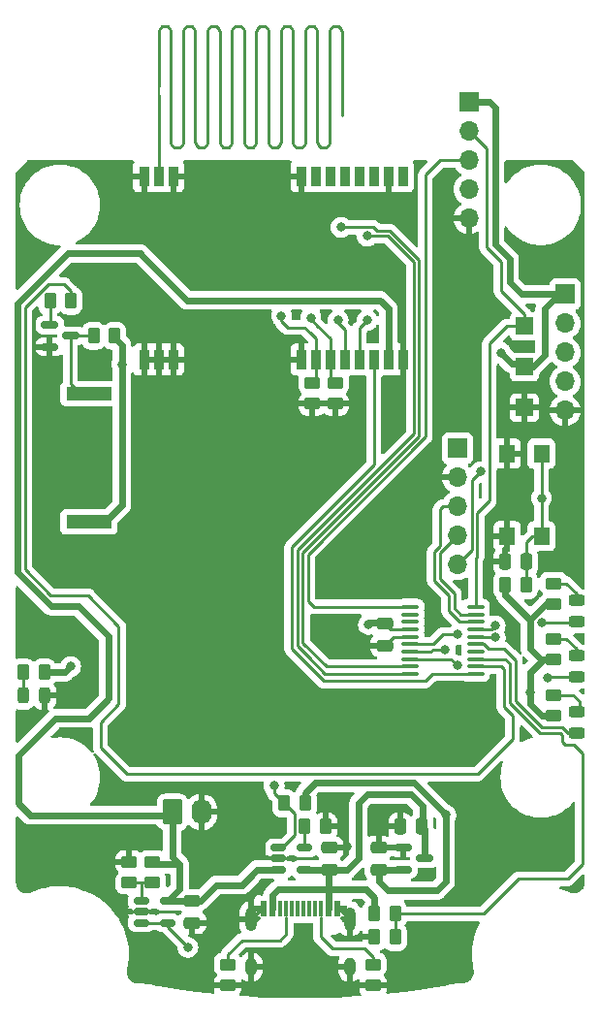
<source format=gbr>
%TF.GenerationSoftware,KiCad,Pcbnew,(6.0.4)*%
%TF.CreationDate,2022-04-29T23:06:02+08:00*%
%TF.ProjectId,RFID-mobileV_1_0,52464944-2d6d-46f6-9269-6c65565f315f,rev?*%
%TF.SameCoordinates,Original*%
%TF.FileFunction,Copper,L1,Top*%
%TF.FilePolarity,Positive*%
%FSLAX46Y46*%
G04 Gerber Fmt 4.6, Leading zero omitted, Abs format (unit mm)*
G04 Created by KiCad (PCBNEW (6.0.4)) date 2022-04-29 23:06:02*
%MOMM*%
%LPD*%
G01*
G04 APERTURE LIST*
G04 Aperture macros list*
%AMRoundRect*
0 Rectangle with rounded corners*
0 $1 Rounding radius*
0 $2 $3 $4 $5 $6 $7 $8 $9 X,Y pos of 4 corners*
0 Add a 4 corners polygon primitive as box body*
4,1,4,$2,$3,$4,$5,$6,$7,$8,$9,$2,$3,0*
0 Add four circle primitives for the rounded corners*
1,1,$1+$1,$2,$3*
1,1,$1+$1,$4,$5*
1,1,$1+$1,$6,$7*
1,1,$1+$1,$8,$9*
0 Add four rect primitives between the rounded corners*
20,1,$1+$1,$2,$3,$4,$5,0*
20,1,$1+$1,$4,$5,$6,$7,0*
20,1,$1+$1,$6,$7,$8,$9,0*
20,1,$1+$1,$8,$9,$2,$3,0*%
G04 Aperture macros list end*
%TA.AperFunction,EtchedComponent*%
%ADD10C,0.250000*%
%TD*%
%TA.AperFunction,SMDPad,CuDef*%
%ADD11RoundRect,0.243750X0.243750X0.456250X-0.243750X0.456250X-0.243750X-0.456250X0.243750X-0.456250X0*%
%TD*%
%TA.AperFunction,SMDPad,CuDef*%
%ADD12RoundRect,0.250000X-0.262500X-0.450000X0.262500X-0.450000X0.262500X0.450000X-0.262500X0.450000X0*%
%TD*%
%TA.AperFunction,SMDPad,CuDef*%
%ADD13RoundRect,0.150000X-0.587500X-0.150000X0.587500X-0.150000X0.587500X0.150000X-0.587500X0.150000X0*%
%TD*%
%TA.AperFunction,SMDPad,CuDef*%
%ADD14RoundRect,0.250000X0.450000X-0.262500X0.450000X0.262500X-0.450000X0.262500X-0.450000X-0.262500X0*%
%TD*%
%TA.AperFunction,SMDPad,CuDef*%
%ADD15RoundRect,0.250000X-0.450000X0.262500X-0.450000X-0.262500X0.450000X-0.262500X0.450000X0.262500X0*%
%TD*%
%TA.AperFunction,SMDPad,CuDef*%
%ADD16R,1.500000X1.500000*%
%TD*%
%TA.AperFunction,SMDPad,CuDef*%
%ADD17R,0.600000X1.450000*%
%TD*%
%TA.AperFunction,SMDPad,CuDef*%
%ADD18R,0.300000X1.450000*%
%TD*%
%TA.AperFunction,ComponentPad*%
%ADD19O,1.000000X2.100000*%
%TD*%
%TA.AperFunction,ComponentPad*%
%ADD20O,1.000000X1.600000*%
%TD*%
%TA.AperFunction,SMDPad,CuDef*%
%ADD21RoundRect,0.243750X0.456250X-0.243750X0.456250X0.243750X-0.456250X0.243750X-0.456250X-0.243750X0*%
%TD*%
%TA.AperFunction,SMDPad,CuDef*%
%ADD22R,1.400000X1.600000*%
%TD*%
%TA.AperFunction,SMDPad,CuDef*%
%ADD23R,4.000000X1.200000*%
%TD*%
%TA.AperFunction,SMDPad,CuDef*%
%ADD24R,0.900000X1.800000*%
%TD*%
%TA.AperFunction,SMDPad,CuDef*%
%ADD25RoundRect,0.250000X0.250000X0.475000X-0.250000X0.475000X-0.250000X-0.475000X0.250000X-0.475000X0*%
%TD*%
%TA.AperFunction,ComponentPad*%
%ADD26RoundRect,0.250000X-0.620000X-0.845000X0.620000X-0.845000X0.620000X0.845000X-0.620000X0.845000X0*%
%TD*%
%TA.AperFunction,ComponentPad*%
%ADD27O,1.740000X2.190000*%
%TD*%
%TA.AperFunction,ComponentPad*%
%ADD28R,1.700000X1.700000*%
%TD*%
%TA.AperFunction,ComponentPad*%
%ADD29O,1.700000X1.700000*%
%TD*%
%TA.AperFunction,SMDPad,CuDef*%
%ADD30RoundRect,0.250000X0.262500X0.450000X-0.262500X0.450000X-0.262500X-0.450000X0.262500X-0.450000X0*%
%TD*%
%TA.AperFunction,SMDPad,CuDef*%
%ADD31RoundRect,0.250000X-0.475000X0.250000X-0.475000X-0.250000X0.475000X-0.250000X0.475000X0.250000X0*%
%TD*%
%TA.AperFunction,SMDPad,CuDef*%
%ADD32RoundRect,0.150000X-0.512500X-0.150000X0.512500X-0.150000X0.512500X0.150000X-0.512500X0.150000X0*%
%TD*%
%TA.AperFunction,SMDPad,CuDef*%
%ADD33RoundRect,0.250000X0.475000X-0.250000X0.475000X0.250000X-0.475000X0.250000X-0.475000X-0.250000X0*%
%TD*%
%TA.AperFunction,SMDPad,CuDef*%
%ADD34O,0.250000X1.000000*%
%TD*%
%TA.AperFunction,SMDPad,CuDef*%
%ADD35RoundRect,0.100000X-0.637500X-0.100000X0.637500X-0.100000X0.637500X0.100000X-0.637500X0.100000X0*%
%TD*%
%TA.AperFunction,ViaPad*%
%ADD36C,0.800000*%
%TD*%
%TA.AperFunction,Conductor*%
%ADD37C,0.600000*%
%TD*%
%TA.AperFunction,Conductor*%
%ADD38C,0.250000*%
%TD*%
G04 APERTURE END LIST*
D10*
%TO.C,AE1*%
X88737694Y-85674532D02*
X88674625Y-85536430D01*
X79136494Y-95529067D02*
X79073425Y-95667169D01*
X85558900Y-95378791D02*
X85537294Y-95529067D01*
X87508403Y-95781908D02*
X87380682Y-95863989D01*
X90581082Y-85339610D02*
X90435411Y-85296837D01*
X81603518Y-85339610D02*
X81475797Y-85421691D01*
X87714106Y-85674532D02*
X87692500Y-85824808D01*
X89071118Y-95863989D02*
X88943397Y-95781908D01*
X85374803Y-95781908D02*
X85247082Y-95863989D01*
X91981306Y-85674532D02*
X91959700Y-85824808D01*
X89368611Y-95906762D02*
X89216789Y-95906762D01*
X86809797Y-95781908D02*
X86710375Y-95667169D01*
X82542597Y-95781908D02*
X82443175Y-95667169D01*
X86541025Y-85536430D02*
X86441603Y-85421691D01*
X77024500Y-85824808D02*
X77024500Y-90601800D01*
X93004894Y-85674532D02*
X92941825Y-85536430D01*
X78091300Y-85824808D02*
X78069694Y-85674532D01*
X90892900Y-95378791D02*
X90892900Y-85824808D01*
X81901011Y-85296837D02*
X81749189Y-85296837D01*
X81376375Y-85536430D02*
X81313306Y-85674532D01*
X78069694Y-85674532D02*
X78006625Y-85536430D01*
X90010197Y-85421691D02*
X89910775Y-85536430D01*
X83446906Y-85674532D02*
X83425300Y-85824808D01*
X82358500Y-85824808D02*
X82336894Y-85674532D01*
X77109175Y-85536430D02*
X77046106Y-85674532D01*
X85537294Y-95529067D02*
X85474225Y-95667169D01*
X81270094Y-95529067D02*
X81207025Y-95667169D01*
X89826100Y-85824808D02*
X89826100Y-95378791D01*
X85870718Y-85339610D02*
X85742997Y-85421691D01*
X83241203Y-95781908D02*
X83113482Y-95863989D01*
X80309575Y-95667169D02*
X80246506Y-95529067D01*
X81475797Y-85421691D02*
X81376375Y-85536430D01*
X91959700Y-85824808D02*
X91959700Y-95378791D01*
X88301811Y-85296837D02*
X88149989Y-85296837D01*
X80834211Y-95906762D02*
X80682389Y-95906762D01*
X84492100Y-85824808D02*
X84470494Y-85674532D01*
X82358500Y-95378791D02*
X82358500Y-85824808D01*
X77208597Y-85421691D02*
X77109175Y-85536430D01*
X85742997Y-85421691D02*
X85643575Y-85536430D01*
X78974003Y-95781908D02*
X78846282Y-95863989D01*
X91350389Y-95906762D02*
X91204718Y-95863989D01*
X84676197Y-95781908D02*
X84576775Y-95667169D01*
X83113482Y-95863989D02*
X82967811Y-95906762D01*
X80040803Y-85421691D02*
X79913082Y-85339610D01*
X78006625Y-85536430D02*
X77907203Y-85421691D01*
X92044375Y-85536430D02*
X91981306Y-85674532D01*
X83609397Y-85421691D02*
X83509975Y-85536430D01*
X90435411Y-85296837D02*
X90283589Y-85296837D01*
X87777175Y-85536430D02*
X87714106Y-85674532D01*
X88780906Y-95529067D02*
X88759300Y-95378791D01*
X89910775Y-85536430D02*
X89847706Y-85674532D01*
X93026500Y-93141800D02*
X93026500Y-85824808D01*
X89804494Y-95529067D02*
X89741425Y-95667169D01*
X88759300Y-95378791D02*
X88759300Y-85824808D01*
X84407425Y-85536430D02*
X84308003Y-85421691D01*
X91204718Y-95863989D02*
X91076997Y-95781908D01*
X87235011Y-95906762D02*
X87083189Y-95906762D01*
X83882789Y-85296837D02*
X83737118Y-85339610D01*
X80140225Y-85536430D02*
X80040803Y-85421691D01*
X92569011Y-85296837D02*
X92417189Y-85296837D01*
X92941825Y-85536430D02*
X92842403Y-85421691D01*
X90914506Y-95529067D02*
X90892900Y-95378791D01*
X79913082Y-85339610D02*
X79767411Y-85296837D01*
X86313882Y-85339610D02*
X86168211Y-85296837D01*
X78846282Y-95863989D02*
X78700611Y-95906762D01*
X85474225Y-95667169D02*
X85374803Y-95781908D01*
X84034611Y-85296837D02*
X83882789Y-85296837D01*
X87607825Y-95667169D02*
X87508403Y-95781908D01*
X84949589Y-95906762D02*
X84803918Y-95863989D01*
X78700611Y-95906762D02*
X78548789Y-95906762D01*
X80682389Y-95906762D02*
X80536718Y-95863989D01*
X83403694Y-95529067D02*
X83340625Y-95667169D01*
X80979882Y-95863989D02*
X80834211Y-95906762D01*
X86625700Y-95378791D02*
X86625700Y-85824808D01*
X88575203Y-85421691D02*
X88447482Y-85339610D01*
X82273825Y-85536430D02*
X82174403Y-85421691D01*
X82046682Y-85339610D02*
X81901011Y-85296837D01*
X80203294Y-85674532D02*
X80140225Y-85536430D01*
X82443175Y-95667169D02*
X82380106Y-95529067D01*
X84803918Y-95863989D02*
X84676197Y-95781908D01*
X78403118Y-95863989D02*
X78275397Y-95781908D01*
X84513706Y-95529067D02*
X84492100Y-95378791D01*
X82967811Y-95906762D02*
X82815989Y-95906762D01*
X91647882Y-95863989D02*
X91502211Y-95906762D01*
X91959700Y-95378791D02*
X91938094Y-95529067D01*
X91502211Y-95906762D02*
X91350389Y-95906762D01*
X83425300Y-95378791D02*
X83403694Y-95529067D01*
X85558900Y-85824808D02*
X85558900Y-95378791D01*
X91875025Y-95667169D02*
X91775603Y-95781908D01*
X87876597Y-85421691D02*
X87777175Y-85536430D01*
X81291700Y-95378791D02*
X81270094Y-95529067D01*
X78275397Y-95781908D02*
X78175975Y-95667169D01*
X82174403Y-85421691D02*
X82046682Y-85339610D01*
X90137918Y-85339610D02*
X90010197Y-85421691D01*
X90808225Y-85536430D02*
X90708803Y-85421691D01*
X91775603Y-95781908D02*
X91647882Y-95863989D01*
X84492100Y-95378791D02*
X84492100Y-85824808D01*
X86710375Y-95667169D02*
X86647306Y-95529067D01*
X92271518Y-85339610D02*
X92143797Y-85421691D01*
X87380682Y-95863989D02*
X87235011Y-95906762D01*
X78091300Y-95378791D02*
X78091300Y-85824808D01*
X92714682Y-85339610D02*
X92569011Y-85296837D01*
X84576775Y-95667169D02*
X84513706Y-95529067D01*
X85101411Y-95906762D02*
X84949589Y-95906762D01*
X86604094Y-85674532D02*
X86541025Y-85536430D01*
X85247082Y-95863989D02*
X85101411Y-95906762D01*
X81749189Y-85296837D02*
X81603518Y-85339610D01*
X78175975Y-95667169D02*
X78112906Y-95529067D01*
X81291700Y-85824808D02*
X81291700Y-95378791D01*
X83425300Y-85824808D02*
X83425300Y-95378791D01*
X90708803Y-85421691D02*
X90581082Y-85339610D01*
X80408997Y-95781908D02*
X80309575Y-95667169D01*
X80246506Y-95529067D02*
X80224900Y-95378791D01*
X86937518Y-95863989D02*
X86809797Y-95781908D01*
X90977575Y-95667169D02*
X90914506Y-95529067D01*
X83509975Y-85536430D02*
X83446906Y-85674532D01*
X82380106Y-95529067D02*
X82358500Y-95378791D01*
X78548789Y-95906762D02*
X78403118Y-95863989D01*
X93026500Y-85824808D02*
X93004894Y-85674532D01*
X86647306Y-95529067D02*
X86625700Y-95378791D01*
X89741425Y-95667169D02*
X89642003Y-95781908D01*
X81207025Y-95667169D02*
X81107603Y-95781908D01*
X77907203Y-85421691D02*
X77779482Y-85339610D01*
X83737118Y-85339610D02*
X83609397Y-85421691D01*
X85643575Y-85536430D02*
X85580506Y-85674532D01*
X87083189Y-95906762D02*
X86937518Y-95863989D01*
X86625700Y-85824808D02*
X86604094Y-85674532D01*
X80224900Y-85824808D02*
X80203294Y-85674532D01*
X91938094Y-95529067D02*
X91875025Y-95667169D01*
X79158100Y-95378791D02*
X79136494Y-95529067D01*
X87670894Y-95529067D02*
X87607825Y-95667169D01*
X79767411Y-85296837D02*
X79615589Y-85296837D01*
X84180282Y-85339610D02*
X84034611Y-85296837D01*
X89216789Y-95906762D02*
X89071118Y-95863989D01*
X88759300Y-85824808D02*
X88737694Y-85674532D01*
X88447482Y-85339610D02*
X88301811Y-85296837D01*
X89642003Y-95781908D02*
X89514282Y-95863989D01*
X82815989Y-95906762D02*
X82670318Y-95863989D01*
X84470494Y-85674532D02*
X84407425Y-85536430D01*
X92417189Y-85296837D02*
X92271518Y-85339610D01*
X80224900Y-95378791D02*
X80224900Y-85824808D01*
X80536718Y-95863989D02*
X80408997Y-95781908D01*
X85580506Y-85674532D02*
X85558900Y-85824808D01*
X81107603Y-95781908D02*
X80979882Y-95863989D01*
X91076997Y-95781908D02*
X90977575Y-95667169D01*
X82336894Y-85674532D02*
X82273825Y-85536430D01*
X92842403Y-85421691D02*
X92714682Y-85339610D01*
X88674625Y-85536430D02*
X88575203Y-85421691D01*
X83340625Y-95667169D02*
X83241203Y-95781908D01*
X86168211Y-85296837D02*
X86016389Y-85296837D01*
X77779482Y-85339610D02*
X77633811Y-85296837D01*
X88149989Y-85296837D02*
X88004318Y-85339610D01*
X77336318Y-85339610D02*
X77208597Y-85421691D01*
X89514282Y-95863989D02*
X89368611Y-95906762D01*
X81313306Y-85674532D02*
X81291700Y-85824808D01*
X88004318Y-85339610D02*
X87876597Y-85421691D01*
X88943397Y-95781908D02*
X88843975Y-95667169D01*
X89826100Y-95378791D02*
X89804494Y-95529067D01*
X79469918Y-85339610D02*
X79342197Y-85421691D01*
X90871294Y-85674532D02*
X90808225Y-85536430D01*
X90283589Y-85296837D02*
X90137918Y-85339610D01*
X78112906Y-95529067D02*
X78091300Y-95378791D01*
X87692500Y-85824808D02*
X87692500Y-95378791D01*
X79179706Y-85674532D02*
X79158100Y-85824808D01*
X86016389Y-85296837D02*
X85870718Y-85339610D01*
X88843975Y-95667169D02*
X88780906Y-95529067D01*
X86441603Y-85421691D02*
X86313882Y-85339610D01*
X77633811Y-85296837D02*
X77481989Y-85296837D01*
X77481989Y-85296837D02*
X77336318Y-85339610D01*
X90892900Y-85824808D02*
X90871294Y-85674532D01*
X79242775Y-85536430D02*
X79179706Y-85674532D01*
X79073425Y-95667169D02*
X78974003Y-95781908D01*
X87692500Y-95378791D02*
X87670894Y-95529067D01*
X79158100Y-85824808D02*
X79158100Y-95378791D01*
X79615589Y-85296837D02*
X79469918Y-85339610D01*
X82670318Y-95863989D02*
X82542597Y-95781908D01*
X84308003Y-85421691D02*
X84180282Y-85339610D01*
X92143797Y-85421691D02*
X92044375Y-85536430D01*
X79342197Y-85421691D02*
X79242775Y-85536430D01*
X89847706Y-85674532D02*
X89826100Y-85824808D01*
X77046106Y-85674532D02*
X77024500Y-85824808D01*
%TD*%
D11*
%TO.P,D1,1,K*%
%TO.N,GND*%
X67056000Y-143764000D03*
%TO.P,D1,2,A*%
%TO.N,Net-(D1-Pad2)*%
X65181000Y-143764000D03*
%TD*%
D12*
%TO.P,R12,1*%
%TO.N,Net-(D1-Pad2)*%
X65206000Y-141732000D03*
%TO.P,R12,2*%
%TO.N,+3V3*%
X67031000Y-141732000D03*
%TD*%
D13*
%TO.P,U1,1,GND*%
%TO.N,GND*%
X98376500Y-157038000D03*
%TO.P,U1,2,VO*%
%TO.N,+3V3*%
X98376500Y-158938000D03*
%TO.P,U1,3,VI*%
%TO.N,+5V*%
X100251500Y-157988000D03*
%TD*%
D14*
%TO.P,R4,1*%
%TO.N,GND*%
X92456000Y-118285900D03*
%TO.P,R4,2*%
%TO.N,/M1*%
X92456000Y-116460900D03*
%TD*%
D15*
%TO.P,R14,1*%
%TO.N,Net-(D3-Pad2)*%
X111506000Y-138787500D03*
%TO.P,R14,2*%
%TO.N,+3V3*%
X111506000Y-140612500D03*
%TD*%
%TO.P,R7,1*%
%TO.N,+BATT*%
X76479400Y-158271200D03*
%TO.P,R7,2*%
%TO.N,Net-(R7-Pad2)*%
X76479400Y-160096200D03*
%TD*%
D16*
%TO.P,TP3,1,1*%
%TO.N,GND*%
X108966000Y-118618000D03*
%TD*%
D17*
%TO.P,J1,A1,GND*%
%TO.N,GND*%
X86157996Y-162355000D03*
%TO.P,J1,A4,VBUS*%
%TO.N,+5V*%
X86957996Y-162355000D03*
D18*
%TO.P,J1,A5,CC1*%
%TO.N,/CC1*%
X88157996Y-162355000D03*
%TO.P,J1,A6,D+*%
%TO.N,unconnected-(J1-PadA6)*%
X89157996Y-162355000D03*
%TO.P,J1,A7,D-*%
%TO.N,unconnected-(J1-PadA7)*%
X89657996Y-162355000D03*
%TO.P,J1,A8,SBU1*%
%TO.N,unconnected-(J1-PadA8)*%
X90657996Y-162355000D03*
D17*
%TO.P,J1,A9,VBUS*%
%TO.N,+5V*%
X91857996Y-162355000D03*
%TO.P,J1,A12,GND*%
%TO.N,GND*%
X92657996Y-162355000D03*
%TO.P,J1,B1,GND*%
X92657996Y-162355000D03*
%TO.P,J1,B4,VBUS*%
%TO.N,+5V*%
X91857996Y-162355000D03*
D18*
%TO.P,J1,B5,CC2*%
%TO.N,/CC2*%
X91157996Y-162355000D03*
%TO.P,J1,B6,D+*%
%TO.N,unconnected-(J1-PadB6)*%
X90157996Y-162355000D03*
%TO.P,J1,B7,D-*%
%TO.N,unconnected-(J1-PadB7)*%
X88657996Y-162355000D03*
%TO.P,J1,B8,SBU2*%
%TO.N,unconnected-(J1-PadB8)*%
X87657996Y-162355000D03*
D17*
%TO.P,J1,B9,VBUS*%
%TO.N,+5V*%
X86957996Y-162355000D03*
%TO.P,J1,B12,GND*%
%TO.N,GND*%
X86157996Y-162355000D03*
D19*
%TO.P,J1,S1,SHIELD*%
X85087996Y-163270000D03*
X93727996Y-163270000D03*
D20*
X85087996Y-167450000D03*
X93727996Y-167450000D03*
%TD*%
D14*
%TO.P,R2,1*%
%TO.N,GND*%
X83058000Y-169060500D03*
%TO.P,R2,2*%
%TO.N,/CC1*%
X83058000Y-167235500D03*
%TD*%
D21*
%TO.P,D4,1,K*%
%TO.N,/PA10*%
X113538000Y-137335500D03*
%TO.P,D4,2,A*%
%TO.N,Net-(D4-Pad2)*%
X113538000Y-135460500D03*
%TD*%
D22*
%TO.P,SW1,1,1*%
%TO.N,GND*%
X107466000Y-122638000D03*
X107466000Y-129838000D03*
%TO.P,SW1,2,2*%
%TO.N,/NRST*%
X110466000Y-122638000D03*
X110466000Y-129838000D03*
%TD*%
D14*
%TO.P,R1,1*%
%TO.N,GND*%
X95758000Y-169060500D03*
%TO.P,R1,2*%
%TO.N,/CC2*%
X95758000Y-167235500D03*
%TD*%
D23*
%TO.P,BZ1,1,-*%
%TO.N,+3V3*%
X70942200Y-128600200D03*
%TO.P,BZ1,2,+*%
%TO.N,Net-(BZ1-Pad2)*%
X70942200Y-117400200D03*
%TD*%
D24*
%TO.P,U2,1,NC*%
%TO.N,unconnected-(U2-Pad1)*%
X98376000Y-98417000D03*
%TO.P,U2,2,GND*%
%TO.N,GND*%
X97106000Y-98417000D03*
%TO.P,U2,3,NC*%
%TO.N,unconnected-(U2-Pad3)*%
X95836000Y-98417000D03*
%TO.P,U2,4,NC*%
%TO.N,unconnected-(U2-Pad4)*%
X94566000Y-98417000D03*
%TO.P,U2,5,NC*%
%TO.N,unconnected-(U2-Pad5)*%
X93296000Y-98417000D03*
%TO.P,U2,6,NC*%
%TO.N,unconnected-(U2-Pad6)*%
X92026000Y-98417000D03*
%TO.P,U2,7,NC*%
%TO.N,unconnected-(U2-Pad7)*%
X90756000Y-98417000D03*
%TO.P,U2,8,GND*%
%TO.N,GND*%
X89486000Y-98417000D03*
%TO.P,U2,11,GND*%
X78286000Y-98417000D03*
%TO.P,U2,12,ANT*%
%TO.N,/ANT*%
X77016000Y-98417000D03*
%TO.P,U2,13,GND*%
%TO.N,GND*%
X75746000Y-98417000D03*
%TO.P,U2,14,GND*%
X75746000Y-114417000D03*
%TO.P,U2,15,GND*%
X77016000Y-114417000D03*
%TO.P,U2,16,GND*%
X78286000Y-114417000D03*
%TO.P,U2,19,GND*%
X89486000Y-114417000D03*
%TO.P,U2,20,M0*%
%TO.N,/M0*%
X90756000Y-114417000D03*
%TO.P,U2,21,M1*%
%TO.N,/M1*%
X92026000Y-114417000D03*
%TO.P,U2,22,RXD*%
%TO.N,/LoRa_RXD_*%
X93296000Y-114417000D03*
%TO.P,U2,23,TXD*%
%TO.N,/LoRa_TXD_*%
X94566000Y-114417000D03*
%TO.P,U2,24,AUX*%
%TO.N,/LoRa_AUX*%
X95836000Y-114417000D03*
%TO.P,U2,25,VCC*%
%TO.N,+BATT*%
X97106000Y-114417000D03*
%TO.P,U2,26,GND*%
%TO.N,GND*%
X98376000Y-114417000D03*
%TD*%
D25*
%TO.P,C5,1*%
%TO.N,/NRST*%
X109154000Y-132080000D03*
%TO.P,C5,2*%
%TO.N,GND*%
X107254000Y-132080000D03*
%TD*%
D15*
%TO.P,R17,1*%
%TO.N,Net-(D4-Pad2)*%
X111506000Y-133961500D03*
%TO.P,R17,2*%
%TO.N,+3V3*%
X111506000Y-135786500D03*
%TD*%
D26*
%TO.P,BT1,1,+*%
%TO.N,+BATT*%
X78232000Y-153924000D03*
D27*
%TO.P,BT1,2,-*%
%TO.N,GND*%
X80772000Y-153924000D03*
%TD*%
D14*
%TO.P,R3,1*%
%TO.N,GND*%
X90449400Y-118285900D03*
%TO.P,R3,2*%
%TO.N,/M0*%
X90449400Y-116460900D03*
%TD*%
D28*
%TO.P,J3,1,Pin_1*%
%TO.N,+3V3*%
X103124000Y-122174000D03*
D29*
%TO.P,J3,2,Pin_2*%
%TO.N,GND*%
X103124000Y-124714000D03*
%TO.P,J3,3,Pin_3*%
%TO.N,/SWDIO*%
X103124000Y-127254000D03*
%TO.P,J3,4,Pin_4*%
%TO.N,/SWCLK*%
X103124000Y-129794000D03*
%TO.P,J3,5,Pin_5*%
%TO.N,/NRST*%
X103124000Y-132334000D03*
%TD*%
D12*
%TO.P,R9,1*%
%TO.N,+3V3*%
X107291500Y-134112000D03*
%TO.P,R9,2*%
%TO.N,/NRST*%
X109116500Y-134112000D03*
%TD*%
%TO.P,R5,1*%
%TO.N,Net-(Q1-Pad1)*%
X67542400Y-109296200D03*
%TO.P,R5,2*%
%TO.N,/buz*%
X69367400Y-109296200D03*
%TD*%
D30*
%TO.P,R11,1*%
%TO.N,/VBUS_sing*%
X97686500Y-164846000D03*
%TO.P,R11,2*%
%TO.N,GND*%
X95861500Y-164846000D03*
%TD*%
D14*
%TO.P,R8,1*%
%TO.N,Net-(R7-Pad2)*%
X74447400Y-160096200D03*
%TO.P,R8,2*%
%TO.N,GND*%
X74447400Y-158271200D03*
%TD*%
D13*
%TO.P,Q1,1,B*%
%TO.N,Net-(Q1-Pad1)*%
X67517400Y-111394200D03*
%TO.P,Q1,2,E*%
%TO.N,GND*%
X67517400Y-113294200D03*
%TO.P,Q1,3,C*%
%TO.N,Net-(BZ1-Pad2)*%
X69392400Y-112344200D03*
%TD*%
D12*
%TO.P,R15,1*%
%TO.N,Net-(R15-Pad1)*%
X89765500Y-155194000D03*
%TO.P,R15,2*%
%TO.N,GND*%
X91590500Y-155194000D03*
%TD*%
D30*
%TO.P,R16,1*%
%TO.N,+3V3*%
X89812500Y-153162000D03*
%TO.P,R16,2*%
%TO.N,/CHAR_STAT*%
X87987500Y-153162000D03*
%TD*%
D16*
%TO.P,TP2,1,1*%
%TO.N,+3V3*%
X108966000Y-115062000D03*
%TD*%
%TO.P,TP1,1,1*%
%TO.N,/RFID_TXD_*%
X108966000Y-111506000D03*
%TD*%
D31*
%TO.P,C4,1*%
%TO.N,+BATT*%
X79950900Y-161686200D03*
%TO.P,C4,2*%
%TO.N,GND*%
X79950900Y-163586200D03*
%TD*%
D32*
%TO.P,U4,1,+*%
%TO.N,Net-(R7-Pad2)*%
X75511400Y-161686200D03*
%TO.P,U4,2,V-*%
%TO.N,GND*%
X75511400Y-162636200D03*
%TO.P,U4,3,-*%
%TO.N,/BATT_moint*%
X75511400Y-163586200D03*
%TO.P,U4,4*%
X77786400Y-163586200D03*
%TO.P,U4,5,V+*%
%TO.N,+BATT*%
X77786400Y-161686200D03*
%TD*%
D33*
%TO.P,C2,1*%
%TO.N,+3V3*%
X96266000Y-158938000D03*
%TO.P,C2,2*%
%TO.N,GND*%
X96266000Y-157038000D03*
%TD*%
D15*
%TO.P,R13,1*%
%TO.N,Net-(D2-Pad2)*%
X111506000Y-143692000D03*
%TO.P,R13,2*%
%TO.N,+3V3*%
X111506000Y-145517000D03*
%TD*%
D12*
%TO.P,R10,1*%
%TO.N,+5V*%
X95861500Y-162814000D03*
%TO.P,R10,2*%
%TO.N,/VBUS_sing*%
X97686500Y-162814000D03*
%TD*%
D32*
%TO.P,U5,1,~{CHRG}*%
%TO.N,/CHAR_STAT*%
X87508500Y-157038000D03*
%TO.P,U5,2,GND*%
%TO.N,GND*%
X87508500Y-157988000D03*
%TO.P,U5,3,BAT*%
%TO.N,+BATT*%
X87508500Y-158938000D03*
%TO.P,U5,4,VCC*%
%TO.N,+5V*%
X89783500Y-158938000D03*
%TO.P,U5,5,PROG*%
%TO.N,Net-(R15-Pad1)*%
X89783500Y-157038000D03*
%TD*%
D28*
%TO.P,J4,1,Pin_1*%
%TO.N,+3V3*%
X104140000Y-91948000D03*
D29*
%TO.P,J4,2,Pin_2*%
%TO.N,/RFID_TXD_*%
X104140000Y-94488000D03*
%TO.P,J4,3,Pin_3*%
%TO.N,/RFID_RXD_*%
X104140000Y-97028000D03*
%TO.P,J4,4,Pin_4*%
%TO.N,unconnected-(J4-Pad4)*%
X104140000Y-99568000D03*
%TO.P,J4,5,Pin_5*%
%TO.N,GND*%
X104140000Y-102108000D03*
%TD*%
D12*
%TO.P,R6,1*%
%TO.N,Net-(BZ1-Pad2)*%
X71352400Y-112344200D03*
%TO.P,R6,2*%
%TO.N,+3V3*%
X73177400Y-112344200D03*
%TD*%
D34*
%TO.P,AE1,1,A*%
%TO.N,/ANT*%
X77024500Y-91013800D03*
%TD*%
D28*
%TO.P,J2,1,Pin_1*%
%TO.N,+3V3*%
X112522000Y-108717000D03*
D29*
%TO.P,J2,2,Pin_2*%
%TO.N,/LoRa_TXD_*%
X112522000Y-111257000D03*
%TO.P,J2,3,Pin_3*%
%TO.N,/LoRa_RXD_*%
X112522000Y-113797000D03*
%TO.P,J2,4,Pin_4*%
%TO.N,unconnected-(J2-Pad4)*%
X112522000Y-116337000D03*
%TO.P,J2,5,Pin_5*%
%TO.N,GND*%
X112522000Y-118877000D03*
%TD*%
D35*
%TO.P,U3,1,PB7/PB8*%
%TO.N,/RFID_RXD_*%
X98991500Y-136013000D03*
%TO.P,U3,2,PB9/PC14-OSC32_IN*%
%TO.N,unconnected-(U3-Pad2)*%
X98991500Y-136663000D03*
%TO.P,U3,3,PC15-OSC32_OUT*%
%TO.N,unconnected-(U3-Pad3)*%
X98991500Y-137313000D03*
%TO.P,U3,4,VDD/VDDA*%
%TO.N,+3V3*%
X98991500Y-137963000D03*
%TO.P,U3,5,VSS/VSSA*%
%TO.N,GND*%
X98991500Y-138613000D03*
%TO.P,U3,6,NRST*%
%TO.N,/NRST*%
X98991500Y-139263000D03*
%TO.P,U3,7,PA0*%
%TO.N,/BATT_moint*%
X98991500Y-139913000D03*
%TO.P,U3,8,PA1*%
%TO.N,/CHAR_STAT*%
X98991500Y-140563000D03*
%TO.P,U3,9,PA2*%
%TO.N,/LoRa_RXD*%
X98991500Y-141213000D03*
%TO.P,U3,10,PA3*%
%TO.N,/LoRa_TXD*%
X98991500Y-141863000D03*
%TO.P,U3,11,PA4*%
%TO.N,/LoRa_AUX*%
X104716500Y-141863000D03*
%TO.P,U3,12,PA5*%
%TO.N,/buz*%
X104716500Y-141213000D03*
%TO.P,U3,13,PA6*%
%TO.N,/VBUS_sing*%
X104716500Y-140563000D03*
%TO.P,U3,14,PA7*%
%TO.N,/PA7*%
X104716500Y-139913000D03*
%TO.P,U3,15,PB0/PB1/PB2/PA8*%
%TO.N,/PA8*%
X104716500Y-139263000D03*
%TO.P,U3,16,PA11[PA9]*%
%TO.N,/PA9*%
X104716500Y-138613000D03*
%TO.P,U3,17,PA12[PA10]*%
%TO.N,/PA10*%
X104716500Y-137963000D03*
%TO.P,U3,18,PA13*%
%TO.N,/SWDIO*%
X104716500Y-137313000D03*
%TO.P,U3,19,PA15/PA14-BOOT0*%
%TO.N,/SWCLK*%
X104716500Y-136663000D03*
%TO.P,U3,20,PB3/PB4/PB5/PB6*%
%TO.N,/RFID_TXD_*%
X104716500Y-136013000D03*
%TD*%
D21*
%TO.P,D3,1,K*%
%TO.N,/PA9*%
X113538000Y-142161500D03*
%TO.P,D3,2,A*%
%TO.N,Net-(D3-Pad2)*%
X113538000Y-140286500D03*
%TD*%
D33*
%TO.P,C6,1*%
%TO.N,+5V*%
X91948000Y-158938000D03*
%TO.P,C6,2*%
%TO.N,GND*%
X91948000Y-157038000D03*
%TD*%
D21*
%TO.P,D2,1,K*%
%TO.N,/PA8*%
X113538000Y-147066000D03*
%TO.P,D2,2,A*%
%TO.N,Net-(D2-Pad2)*%
X113538000Y-145191000D03*
%TD*%
D31*
%TO.P,C3,1*%
%TO.N,+3V3*%
X96774000Y-137480000D03*
%TO.P,C3,2*%
%TO.N,GND*%
X96774000Y-139380000D03*
%TD*%
D25*
%TO.P,C1,1*%
%TO.N,+5V*%
X100010000Y-155194000D03*
%TO.P,C1,2*%
%TO.N,GND*%
X98110000Y-155194000D03*
%TD*%
D36*
%TO.N,/M1*%
X90322400Y-110769400D03*
%TO.N,/M0*%
X87757000Y-110591600D03*
%TO.N,/BATT_moint*%
X102057200Y-139725400D03*
X79578200Y-165735000D03*
%TO.N,+3V3*%
X109474000Y-143510000D03*
X73825000Y-114850000D03*
X69342000Y-141224000D03*
X102108000Y-154178000D03*
X106908600Y-113817400D03*
X95350000Y-137550000D03*
%TO.N,GND*%
X71120000Y-142900400D03*
X79525000Y-151900000D03*
X92964000Y-152654000D03*
X94488000Y-118872000D03*
X96266000Y-155448000D03*
X92710000Y-137160000D03*
X97536000Y-116586000D03*
X82550000Y-146050000D03*
X92710000Y-138176000D03*
X94488000Y-116840000D03*
X81425000Y-156100000D03*
X90932000Y-138176000D03*
X93472000Y-156972000D03*
X90932000Y-137160000D03*
X93218000Y-155448000D03*
X97536000Y-118618000D03*
%TO.N,/NRST*%
X110466000Y-126516000D03*
X103124000Y-138430000D03*
X105156000Y-124206000D03*
%TO.N,/PA9*%
X110998000Y-142240000D03*
X106426000Y-138684000D03*
%TO.N,/LoRa_TXD_*%
X95250000Y-110998000D03*
%TO.N,/LoRa_RXD_*%
X92710000Y-110998000D03*
%TO.N,/LoRa_RXD*%
X92964000Y-102870000D03*
%TO.N,/LoRa_TXD*%
X95250000Y-103632000D03*
%TO.N,/CHAR_STAT*%
X87122000Y-151638000D03*
X103124000Y-141138500D03*
%TO.N,/PA10*%
X110491043Y-137415043D03*
X106426000Y-137668000D03*
%TD*%
D37*
%TO.N,+3V3*%
X96708000Y-137414000D02*
X96774000Y-137480000D01*
X95486000Y-137414000D02*
X96708000Y-137414000D01*
X95350000Y-137550000D02*
X95486000Y-137414000D01*
X73177400Y-112496600D02*
X73177400Y-112344200D01*
X73825000Y-114850000D02*
X73825000Y-113144200D01*
X73822881Y-116164681D02*
X73822881Y-127119519D01*
X72342200Y-128600200D02*
X70942200Y-128600200D01*
X73825000Y-116162562D02*
X73822881Y-116164681D01*
X73822881Y-127119519D02*
X72342200Y-128600200D01*
X73825000Y-114850000D02*
X73825000Y-116162562D01*
X73825000Y-113144200D02*
X73177400Y-112496600D01*
D38*
%TO.N,/buz*%
X106923000Y-141213000D02*
X104716500Y-141213000D01*
X107188000Y-141478000D02*
X106923000Y-141213000D01*
X107188000Y-144780000D02*
X107188000Y-141478000D01*
X107950000Y-145542000D02*
X107188000Y-144780000D01*
X107950000Y-147574000D02*
X107950000Y-145542000D01*
X104902000Y-150622000D02*
X107950000Y-147574000D01*
X71932800Y-148336000D02*
X74218800Y-150622000D01*
X71932800Y-146100800D02*
X71932800Y-148336000D01*
X73533000Y-144500600D02*
X71932800Y-146100800D01*
X74218800Y-150622000D02*
X104902000Y-150622000D01*
X73533000Y-137693400D02*
X73533000Y-144500600D01*
X70866000Y-135026400D02*
X73533000Y-137693400D01*
X68757800Y-107848400D02*
X67360800Y-107848400D01*
X67360800Y-107848400D02*
X65343720Y-109865480D01*
X67609004Y-135026400D02*
X70866000Y-135026400D01*
X65343720Y-132761116D02*
X67609004Y-135026400D01*
X69367400Y-108458000D02*
X68757800Y-107848400D01*
X69367400Y-109296200D02*
X69367400Y-108458000D01*
X65343720Y-109865480D02*
X65343720Y-132761116D01*
%TO.N,Net-(Q1-Pad1)*%
X67542400Y-111369200D02*
X67517400Y-111394200D01*
X67542400Y-109296200D02*
X67542400Y-111369200D01*
%TO.N,Net-(BZ1-Pad2)*%
X70181600Y-117400200D02*
X70942200Y-117400200D01*
X69316600Y-116535200D02*
X70181600Y-117400200D01*
X69316600Y-112420000D02*
X69316600Y-116535200D01*
X69392400Y-112344200D02*
X69316600Y-112420000D01*
X71352400Y-112344200D02*
X69392400Y-112344200D01*
D37*
%TO.N,+BATT*%
X77933078Y-154222922D02*
X78232000Y-153924000D01*
X65830922Y-154222922D02*
X77933078Y-154222922D01*
X64744600Y-148996400D02*
X64744600Y-153136600D01*
X70916800Y-145745200D02*
X67995800Y-145745200D01*
X72644000Y-144018000D02*
X70916800Y-145745200D01*
X64744600Y-153136600D02*
X65830922Y-154222922D01*
X70015100Y-135953500D02*
X72644000Y-138582400D01*
X67652900Y-135953500D02*
X70015100Y-135953500D01*
X64719200Y-133019800D02*
X67652900Y-135953500D01*
X64719200Y-109499400D02*
X64719200Y-133019800D01*
X69062600Y-105156000D02*
X64719200Y-109499400D01*
X75438000Y-105156000D02*
X69062600Y-105156000D01*
X67995800Y-145745200D02*
X64744600Y-148996400D01*
X75438000Y-105206800D02*
X75438000Y-105156000D01*
X72644000Y-138582400D02*
X72644000Y-144018000D01*
X79476600Y-109245400D02*
X75438000Y-105206800D01*
X96367600Y-109245400D02*
X79476600Y-109245400D01*
X97106000Y-109983800D02*
X96367600Y-109245400D01*
X97106000Y-114417000D02*
X97106000Y-109983800D01*
D38*
%TO.N,/M1*%
X90322400Y-110896400D02*
X90322400Y-110769400D01*
X90881200Y-111455200D02*
X90322400Y-110896400D01*
X92026000Y-112600000D02*
X90881200Y-111455200D01*
X92026000Y-114417000D02*
X92026000Y-112600000D01*
%TO.N,/M0*%
X90220800Y-112064800D02*
X89789000Y-111633000D01*
X89789000Y-111633000D02*
X88341200Y-111633000D01*
X90756000Y-112600000D02*
X90220800Y-112064800D01*
X87757000Y-111048800D02*
X87757000Y-110591600D01*
X88341200Y-111633000D02*
X87757000Y-111048800D01*
X90756000Y-114417000D02*
X90756000Y-112600000D01*
%TO.N,/M1*%
X92026000Y-116030900D02*
X92456000Y-116460900D01*
X92026000Y-114417000D02*
X92026000Y-116030900D01*
%TO.N,/M0*%
X90756000Y-114417000D02*
X90756000Y-116154300D01*
X90756000Y-116154300D02*
X90449400Y-116460900D01*
%TO.N,/BATT_moint*%
X100802800Y-139913000D02*
X98991500Y-139913000D01*
X100990400Y-139725400D02*
X100802800Y-139913000D01*
X102057200Y-139725400D02*
X100990400Y-139725400D01*
X77786400Y-163943200D02*
X79578200Y-165735000D01*
X77786400Y-163586200D02*
X77786400Y-163943200D01*
X77786400Y-163586200D02*
X75511400Y-163586200D01*
D37*
%TO.N,+BATT*%
X78843500Y-158476000D02*
X78843500Y-160629100D01*
X78843500Y-160629100D02*
X77786400Y-161686200D01*
X85613200Y-158938000D02*
X87508500Y-158938000D01*
X85191600Y-159359600D02*
X85613200Y-158938000D01*
X84302600Y-160299400D02*
X85191600Y-159410400D01*
X82042000Y-160299400D02*
X84302600Y-160299400D01*
X85191600Y-159410400D02*
X85191600Y-159359600D01*
X80655200Y-161686200D02*
X82042000Y-160299400D01*
X79950900Y-161686200D02*
X80655200Y-161686200D01*
X77786400Y-161686200D02*
X79950900Y-161686200D01*
X78232000Y-157864500D02*
X78843500Y-158476000D01*
X78232000Y-153924000D02*
X78232000Y-157864500D01*
X76684200Y-158476000D02*
X76479400Y-158271200D01*
X78843500Y-158476000D02*
X76684200Y-158476000D01*
D38*
%TO.N,Net-(R7-Pad2)*%
X75511400Y-160149800D02*
X75565000Y-160096200D01*
X75511400Y-161686200D02*
X75511400Y-160149800D01*
X75565000Y-160096200D02*
X76479400Y-160096200D01*
X74447400Y-160096200D02*
X75565000Y-160096200D01*
D37*
%TO.N,+3V3*%
X108712000Y-114808000D02*
X108966000Y-115062000D01*
X107899200Y-114808000D02*
X108712000Y-114808000D01*
X106908600Y-113817400D02*
X107899200Y-114808000D01*
D38*
%TO.N,/ANT*%
X77016000Y-91372300D02*
X77016000Y-98417000D01*
X77024500Y-91363800D02*
X77016000Y-91372300D01*
D37*
%TO.N,+3V3*%
X109474000Y-139700000D02*
X110386500Y-140612500D01*
D38*
X98991500Y-137963000D02*
X97257000Y-137963000D01*
D37*
X107696000Y-105664000D02*
X106426000Y-104394000D01*
X106426000Y-92456000D02*
X105918000Y-91948000D01*
X109474000Y-141732000D02*
X109474000Y-143510000D01*
X109474000Y-144526000D02*
X110465000Y-145517000D01*
X106426000Y-104394000D02*
X106426000Y-92456000D01*
X107696000Y-107696000D02*
X107696000Y-105664000D01*
X112522000Y-108717000D02*
X108717000Y-108717000D01*
X109474000Y-137160000D02*
X109474000Y-139700000D01*
X110386500Y-140819500D02*
X109474000Y-141732000D01*
X109474000Y-143510000D02*
X109474000Y-144526000D01*
X111506000Y-135786500D02*
X110847500Y-135786500D01*
X107291500Y-134112000D02*
X107291500Y-134977500D01*
X89812500Y-153162000D02*
X89812500Y-152249500D01*
X112009000Y-108717000D02*
X112522000Y-108717000D01*
X89812500Y-152249500D02*
X90678000Y-151384000D01*
X68834000Y-141732000D02*
X69342000Y-141224000D01*
X107291500Y-134977500D02*
X109474000Y-137160000D01*
X105918000Y-91948000D02*
X104140000Y-91948000D01*
X109728000Y-115062000D02*
X110744000Y-114046000D01*
D38*
X97257000Y-137963000D02*
X96774000Y-137480000D01*
D37*
X97028000Y-160782000D02*
X101346000Y-160782000D01*
X110744000Y-114046000D02*
X110744000Y-109982000D01*
X102108000Y-160020000D02*
X102108000Y-154178000D01*
X110386500Y-140612500D02*
X111506000Y-140612500D01*
X110744000Y-109982000D02*
X112009000Y-108717000D01*
X67031000Y-141732000D02*
X68834000Y-141732000D01*
X98376500Y-158938000D02*
X96266000Y-158938000D01*
X101346000Y-160782000D02*
X102108000Y-160020000D01*
X96266000Y-160020000D02*
X97028000Y-160782000D01*
X108966000Y-115062000D02*
X109728000Y-115062000D01*
X102108000Y-154178000D02*
X99314000Y-151384000D01*
X110847500Y-135786500D02*
X109474000Y-137160000D01*
X96266000Y-158938000D02*
X96266000Y-160020000D01*
X110465000Y-145517000D02*
X111506000Y-145517000D01*
X108717000Y-108717000D02*
X107696000Y-107696000D01*
X99314000Y-151384000D02*
X90678000Y-151384000D01*
X110386500Y-140612500D02*
X110386500Y-140819500D01*
%TO.N,+5V*%
X95861500Y-162814000D02*
X95861500Y-161393500D01*
X99060000Y-152400000D02*
X95250000Y-152400000D01*
X92014000Y-159004000D02*
X91948000Y-158938000D01*
X94488000Y-153162000D02*
X94488000Y-157988000D01*
X91857996Y-160691996D02*
X91857996Y-159028004D01*
X95250000Y-152400000D02*
X94488000Y-153162000D01*
X95159996Y-160691996D02*
X91857996Y-160691996D01*
X86957996Y-161200004D02*
X87466004Y-160691996D01*
X100251500Y-155435500D02*
X100010000Y-155194000D01*
X95861500Y-161393500D02*
X95159996Y-160691996D01*
X100251500Y-157988000D02*
X100251500Y-155435500D01*
X91857996Y-159028004D02*
X91948000Y-158938000D01*
X94488000Y-157988000D02*
X93472000Y-159004000D01*
X91857996Y-162355000D02*
X91857996Y-160691996D01*
X100076000Y-155128000D02*
X100076000Y-153416000D01*
X100010000Y-155194000D02*
X100076000Y-155128000D01*
X87466004Y-160691996D02*
X91857996Y-160691996D01*
X100076000Y-153416000D02*
X99060000Y-152400000D01*
X93472000Y-159004000D02*
X92014000Y-159004000D01*
X91948000Y-158938000D02*
X89783500Y-158938000D01*
X86957996Y-162355000D02*
X86957996Y-161200004D01*
D38*
%TO.N,GND*%
X95758000Y-169060500D02*
X94130500Y-169060500D01*
X94130500Y-169060500D02*
X93727996Y-168657996D01*
X98991500Y-138613000D02*
X97541000Y-138613000D01*
X97541000Y-138613000D02*
X96774000Y-139380000D01*
X86002996Y-162355000D02*
X85087996Y-163270000D01*
X92657996Y-162355000D02*
X92812996Y-162355000D01*
X93727996Y-168657996D02*
X93727996Y-168182000D01*
X86157996Y-162355000D02*
X86002996Y-162355000D01*
X92812996Y-162355000D02*
X93727996Y-163270000D01*
%TO.N,/NRST*%
X109154000Y-130368000D02*
X109154000Y-132080000D01*
X104394000Y-124968000D02*
X105156000Y-124206000D01*
X101021000Y-139263000D02*
X101854000Y-138430000D01*
X103124000Y-132334000D02*
X104394000Y-131064000D01*
X110466000Y-126770000D02*
X110466000Y-129838000D01*
X110466000Y-129838000D02*
X109684000Y-129838000D01*
X109116500Y-132117500D02*
X109154000Y-132080000D01*
X104394000Y-131064000D02*
X104394000Y-124968000D01*
X109684000Y-129838000D02*
X109154000Y-130368000D01*
X103124000Y-138430000D02*
X101854000Y-138430000D01*
X109116500Y-134112000D02*
X109116500Y-132117500D01*
X98991500Y-139263000D02*
X101021000Y-139263000D01*
X110466000Y-122638000D02*
X110466000Y-126516000D01*
X110466000Y-126516000D02*
X110466000Y-126770000D01*
%TO.N,Net-(D1-Pad2)*%
X65181000Y-141757000D02*
X65206000Y-141732000D01*
X65181000Y-143764000D02*
X65181000Y-141757000D01*
%TO.N,/PA9*%
X110998000Y-142240000D02*
X111076500Y-142161500D01*
X104716500Y-138613000D02*
X106355000Y-138613000D01*
X111076500Y-142161500D02*
X113538000Y-142161500D01*
X106355000Y-138613000D02*
X106426000Y-138684000D01*
%TO.N,Net-(D2-Pad2)*%
X111506000Y-143692000D02*
X113212000Y-143692000D01*
X113792000Y-144272000D02*
X113792000Y-144937000D01*
X113212000Y-143692000D02*
X113792000Y-144272000D01*
X113792000Y-144937000D02*
X113538000Y-145191000D01*
%TO.N,Net-(D3-Pad2)*%
X112625500Y-138787500D02*
X113538000Y-139700000D01*
X113538000Y-139700000D02*
X113538000Y-140286500D01*
X111506000Y-138787500D02*
X112625500Y-138787500D01*
%TO.N,/PA8*%
X112776000Y-147066000D02*
X112268000Y-146558000D01*
X107188000Y-139700000D02*
X105841361Y-139700000D01*
X108204000Y-140716000D02*
X107188000Y-139700000D01*
X112268000Y-146558000D02*
X110490000Y-146558000D01*
X105404361Y-139263000D02*
X104716500Y-139263000D01*
X110490000Y-146558000D02*
X108204000Y-144272000D01*
X113538000Y-147066000D02*
X112776000Y-147066000D01*
X108204000Y-144272000D02*
X108204000Y-140716000D01*
X105841361Y-139700000D02*
X105404361Y-139263000D01*
%TO.N,Net-(D4-Pad2)*%
X112625500Y-133961500D02*
X113538000Y-134874000D01*
X111506000Y-133961500D02*
X112625500Y-133961500D01*
X113538000Y-134874000D02*
X113538000Y-135460500D01*
%TO.N,/CC1*%
X87610004Y-165119996D02*
X88157996Y-164572004D01*
X83058000Y-166370000D02*
X84308004Y-165119996D01*
X84308004Y-165119996D02*
X87610004Y-165119996D01*
X88157996Y-164572004D02*
X88157996Y-163087000D01*
X83058000Y-167235500D02*
X83058000Y-166370000D01*
%TO.N,/CC2*%
X92202000Y-165862000D02*
X91157996Y-164817996D01*
X95758000Y-166624000D02*
X94996000Y-165862000D01*
X91157996Y-164817996D02*
X91157996Y-163087000D01*
X94996000Y-165862000D02*
X92202000Y-165862000D01*
X95758000Y-167235500D02*
X95758000Y-166624000D01*
%TO.N,/LoRa_TXD_*%
X94566000Y-114417000D02*
X94566000Y-111682000D01*
X94566000Y-111682000D02*
X95250000Y-110998000D01*
%TO.N,/LoRa_RXD_*%
X93296000Y-114417000D02*
X93296000Y-111838000D01*
X92710000Y-111252000D02*
X92710000Y-110998000D01*
X93296000Y-111838000D02*
X92710000Y-111252000D01*
%TO.N,/SWDIO*%
X102362000Y-136398000D02*
X102362000Y-135001718D01*
X102362000Y-135001718D02*
X101092000Y-133731718D01*
X103277000Y-137313000D02*
X102362000Y-136398000D01*
X101600000Y-130682282D02*
X101600000Y-127508000D01*
X101854000Y-127254000D02*
X103124000Y-127254000D01*
X104716500Y-137313000D02*
X103277000Y-137313000D01*
X101600000Y-127508000D02*
X101854000Y-127254000D01*
X101092000Y-131190282D02*
X101600000Y-130682282D01*
X101092000Y-133731718D02*
X101092000Y-131190282D01*
%TO.N,/SWCLK*%
X104716500Y-136663000D02*
X103389000Y-136663000D01*
X101600000Y-133604000D02*
X101600000Y-131318000D01*
X101600000Y-131318000D02*
X103124000Y-129794000D01*
X102870000Y-136144000D02*
X102870000Y-134874000D01*
X103389000Y-136663000D02*
X102870000Y-136144000D01*
X102870000Y-134874000D02*
X101600000Y-133604000D01*
%TO.N,/RFID_TXD_*%
X108966000Y-110490000D02*
X106934000Y-108458000D01*
X104843520Y-127820480D02*
X105918000Y-126746000D01*
X106934000Y-108458000D02*
X106934000Y-105918000D01*
X106934000Y-105918000D02*
X105664000Y-104648000D01*
X105918000Y-126746000D02*
X105918000Y-113030000D01*
X104716500Y-131757500D02*
X104843520Y-131630480D01*
X104843520Y-131630480D02*
X104843520Y-127820480D01*
X108966000Y-111506000D02*
X108966000Y-110490000D01*
X105918000Y-113030000D02*
X107442000Y-111506000D01*
X105664000Y-104648000D02*
X105664000Y-96012000D01*
X105664000Y-96012000D02*
X104140000Y-94488000D01*
X107442000Y-111506000D02*
X108966000Y-111506000D01*
X104716500Y-136013000D02*
X104716500Y-131757500D01*
%TO.N,/RFID_RXD_*%
X100330000Y-98298000D02*
X101600000Y-97028000D01*
X90053040Y-131436396D02*
X100330000Y-121159435D01*
X90567080Y-136013000D02*
X90053040Y-135498960D01*
X100330000Y-121159435D02*
X100330000Y-98298000D01*
X98991500Y-136013000D02*
X90567080Y-136013000D01*
X90053040Y-135498960D02*
X90053040Y-131436396D01*
X101600000Y-97028000D02*
X104140000Y-97028000D01*
%TO.N,/LoRa_RXD*%
X89603520Y-131250198D02*
X99763520Y-121090197D01*
X96774000Y-103182480D02*
X96070480Y-103182480D01*
X89603520Y-139133520D02*
X89603520Y-135636000D01*
X91683000Y-141213000D02*
X89603520Y-139133520D01*
X95758000Y-102870000D02*
X92964000Y-102870000D01*
X97214197Y-103182480D02*
X96774000Y-103182480D01*
X98991500Y-141213000D02*
X91683000Y-141213000D01*
X99763520Y-105731803D02*
X97214197Y-103182480D01*
X89603520Y-135636000D02*
X89603520Y-131250198D01*
X96070480Y-103182480D02*
X95758000Y-102870000D01*
X99763520Y-121090197D02*
X99763520Y-105731803D01*
%TO.N,/LoRa_TXD*%
X91571000Y-141863000D02*
X90170000Y-140462000D01*
X90170000Y-140462000D02*
X89154000Y-139446000D01*
X99314000Y-120904000D02*
X99314000Y-105918000D01*
X98991500Y-141863000D02*
X91571000Y-141863000D01*
X98806000Y-121412000D02*
X99314000Y-120904000D01*
X97028000Y-103632000D02*
X95250000Y-103632000D01*
X89154000Y-131064000D02*
X98806000Y-121412000D01*
X89154000Y-139446000D02*
X89154000Y-131064000D01*
X99314000Y-105918000D02*
X97028000Y-103632000D01*
%TO.N,/VBUS_sing*%
X112268000Y-147828000D02*
X112522000Y-148082000D01*
X107696000Y-140970000D02*
X107696000Y-142494000D01*
X104716500Y-140563000D02*
X107289000Y-140563000D01*
X107289000Y-140563000D02*
X107696000Y-140970000D01*
X112522000Y-148082000D02*
X113284000Y-148082000D01*
X108458000Y-159766000D02*
X105410000Y-162814000D01*
X107696000Y-144399717D02*
X110362282Y-147066000D01*
X97686500Y-164846000D02*
X97686500Y-162814000D01*
X112268000Y-147193718D02*
X112268000Y-147828000D01*
X114046000Y-158496000D02*
X112776000Y-159766000D01*
X105410000Y-162814000D02*
X97686500Y-162814000D01*
X112776000Y-159766000D02*
X108458000Y-159766000D01*
X110362282Y-147066000D02*
X112140282Y-147066000D01*
X114046000Y-148844000D02*
X114046000Y-158496000D01*
X112140282Y-147066000D02*
X112268000Y-147193718D01*
X113284000Y-148082000D02*
X114046000Y-148844000D01*
X107696000Y-142494000D02*
X107696000Y-144399717D01*
%TO.N,Net-(R15-Pad1)*%
X89783500Y-157038000D02*
X89783500Y-155212000D01*
X89783500Y-155212000D02*
X89765500Y-155194000D01*
%TO.N,/CHAR_STAT*%
X87818000Y-157038000D02*
X87508500Y-157038000D01*
X87987500Y-153162000D02*
X88900000Y-154074500D01*
X87122000Y-151638000D02*
X87122000Y-152296500D01*
X88900000Y-155956000D02*
X87818000Y-157038000D01*
X88900000Y-154074500D02*
X88900000Y-155956000D01*
X103124000Y-141138500D02*
X102548500Y-140563000D01*
X102548500Y-140563000D02*
X98991500Y-140563000D01*
X87122000Y-152296500D02*
X87987500Y-153162000D01*
%TO.N,/LoRa_AUX*%
X95836000Y-123620000D02*
X95836000Y-114417000D01*
X104716500Y-141863000D02*
X100961000Y-141863000D01*
X100330000Y-142494000D02*
X91440000Y-142494000D01*
X100961000Y-141863000D02*
X100330000Y-142494000D01*
X88646000Y-130810000D02*
X95836000Y-123620000D01*
X88646000Y-139700000D02*
X88646000Y-130810000D01*
X91440000Y-142494000D02*
X88646000Y-139700000D01*
%TO.N,/PA10*%
X110491043Y-137415043D02*
X113458457Y-137415043D01*
X106426000Y-137668000D02*
X106131000Y-137963000D01*
X106131000Y-137963000D02*
X104716500Y-137963000D01*
X113458457Y-137415043D02*
X113538000Y-137335500D01*
%TD*%
%TA.AperFunction,Conductor*%
%TO.N,GND*%
G36*
X64767447Y-154303293D02*
G01*
X64774030Y-154309422D01*
X65252688Y-154788080D01*
X65253616Y-154789017D01*
X65316693Y-154853429D01*
X65353143Y-154876920D01*
X65363468Y-154884339D01*
X65397365Y-154911398D01*
X65403706Y-154914463D01*
X65403707Y-154914464D01*
X65427559Y-154925994D01*
X65440976Y-154933523D01*
X65469160Y-154951687D01*
X65475777Y-154954095D01*
X65475782Y-154954098D01*
X65509895Y-154966514D01*
X65521638Y-154971475D01*
X65554325Y-154987276D01*
X65554330Y-154987278D01*
X65560671Y-154990343D01*
X65567529Y-154991926D01*
X65567531Y-154991927D01*
X65593348Y-154997887D01*
X65608091Y-155002254D01*
X65639607Y-155013725D01*
X65646597Y-155014608D01*
X65646605Y-155014610D01*
X65682623Y-155019160D01*
X65695175Y-155021396D01*
X65730536Y-155029560D01*
X65730539Y-155029560D01*
X65737407Y-155031146D01*
X65744453Y-155031171D01*
X65744456Y-155031171D01*
X65777978Y-155031288D01*
X65778860Y-155031317D01*
X65779691Y-155031422D01*
X65816341Y-155031422D01*
X65816781Y-155031423D01*
X65915265Y-155031767D01*
X65915270Y-155031767D01*
X65918792Y-155031779D01*
X65919992Y-155031511D01*
X65921629Y-155031422D01*
X76812450Y-155031422D01*
X76880571Y-155051424D01*
X76918151Y-155094369D01*
X76920450Y-155092946D01*
X77013522Y-155243348D01*
X77138697Y-155368305D01*
X77144927Y-155372145D01*
X77144928Y-155372146D01*
X77282090Y-155456694D01*
X77289262Y-155461115D01*
X77330364Y-155474748D01*
X77337166Y-155477004D01*
X77395527Y-155517434D01*
X77422764Y-155582998D01*
X77423500Y-155596597D01*
X77423500Y-157199648D01*
X77403498Y-157267769D01*
X77349842Y-157314262D01*
X77279568Y-157324366D01*
X77252257Y-157316228D01*
X77252138Y-157316585D01*
X77090789Y-157263068D01*
X77090787Y-157263068D01*
X77084261Y-157260903D01*
X77077425Y-157260203D01*
X77077422Y-157260202D01*
X77034369Y-157255791D01*
X76979800Y-157250200D01*
X75979000Y-157250200D01*
X75975754Y-157250537D01*
X75975750Y-157250537D01*
X75880092Y-157260462D01*
X75880088Y-157260463D01*
X75873234Y-157261174D01*
X75866698Y-157263355D01*
X75866696Y-157263355D01*
X75775829Y-157293671D01*
X75705454Y-157317150D01*
X75555052Y-157410222D01*
X75549879Y-157415404D01*
X75544142Y-157419951D01*
X75542802Y-157418260D01*
X75489831Y-157447243D01*
X75419011Y-157442238D01*
X75382072Y-157418543D01*
X75381317Y-157419499D01*
X75364160Y-157405949D01*
X75226157Y-157320884D01*
X75212976Y-157314737D01*
X75058690Y-157263562D01*
X75045314Y-157260695D01*
X74950962Y-157251028D01*
X74944545Y-157250700D01*
X74719515Y-157250700D01*
X74704276Y-157255175D01*
X74703071Y-157256565D01*
X74701400Y-157264248D01*
X74701400Y-158399200D01*
X74681398Y-158467321D01*
X74627742Y-158513814D01*
X74575400Y-158525200D01*
X73257516Y-158525200D01*
X73242277Y-158529675D01*
X73241072Y-158531065D01*
X73239401Y-158538748D01*
X73239401Y-158580795D01*
X73239738Y-158587314D01*
X73249657Y-158682906D01*
X73252549Y-158696300D01*
X73303988Y-158850484D01*
X73310161Y-158863662D01*
X73395463Y-159001507D01*
X73404499Y-159012908D01*
X73485862Y-159094130D01*
X73519941Y-159156413D01*
X73514938Y-159227233D01*
X73486017Y-159272320D01*
X73403270Y-159355212D01*
X73403266Y-159355217D01*
X73398095Y-159360397D01*
X73394255Y-159366627D01*
X73394254Y-159366628D01*
X73311786Y-159500416D01*
X73305285Y-159510962D01*
X73287912Y-159563339D01*
X73253167Y-159668095D01*
X73249603Y-159678839D01*
X73248903Y-159685675D01*
X73248902Y-159685678D01*
X73248308Y-159691479D01*
X73238900Y-159783300D01*
X73238900Y-160409100D01*
X73239237Y-160412346D01*
X73239237Y-160412350D01*
X73248549Y-160502095D01*
X73249874Y-160514866D01*
X73252055Y-160521402D01*
X73252055Y-160521404D01*
X73280892Y-160607838D01*
X73305850Y-160682646D01*
X73398922Y-160833048D01*
X73524097Y-160958005D01*
X73530327Y-160961845D01*
X73530328Y-160961846D01*
X73661762Y-161042863D01*
X73674662Y-161050815D01*
X73696415Y-161058030D01*
X73836011Y-161104332D01*
X73836013Y-161104332D01*
X73842539Y-161106497D01*
X73849375Y-161107197D01*
X73849378Y-161107198D01*
X73884331Y-161110779D01*
X73947000Y-161117200D01*
X74267086Y-161117200D01*
X74335207Y-161137202D01*
X74381700Y-161190858D01*
X74391804Y-161261132D01*
X74388083Y-161278352D01*
X74345133Y-161426189D01*
X74343338Y-161432369D01*
X74342834Y-161438774D01*
X74342833Y-161438779D01*
X74340824Y-161464312D01*
X74340400Y-161469698D01*
X74340400Y-161902702D01*
X74343338Y-161940031D01*
X74367785Y-162024178D01*
X74386222Y-162087639D01*
X74389755Y-162099801D01*
X74393789Y-162106623D01*
X74396028Y-162111796D01*
X74404724Y-162182258D01*
X74396028Y-162211874D01*
X74388007Y-162230410D01*
X74348961Y-162364805D01*
X74349001Y-162378906D01*
X74356270Y-162382200D01*
X74594058Y-162382200D01*
X74658197Y-162399747D01*
X74671699Y-162407732D01*
X74735299Y-162445345D01*
X74742910Y-162447556D01*
X74742912Y-162447557D01*
X74795131Y-162462728D01*
X74895069Y-162491762D01*
X74901474Y-162492266D01*
X74901479Y-162492267D01*
X74929942Y-162494507D01*
X74929950Y-162494507D01*
X74932398Y-162494700D01*
X76090402Y-162494700D01*
X76092850Y-162494507D01*
X76092858Y-162494507D01*
X76121321Y-162492267D01*
X76121326Y-162492266D01*
X76127731Y-162491762D01*
X76227669Y-162462728D01*
X76279888Y-162447557D01*
X76279890Y-162447556D01*
X76287501Y-162445345D01*
X76351101Y-162407732D01*
X76364603Y-162399747D01*
X76428742Y-162382200D01*
X76660778Y-162382200D01*
X76676016Y-162377726D01*
X76684168Y-162368318D01*
X76743894Y-162329934D01*
X76814890Y-162329934D01*
X76856620Y-162351271D01*
X76861485Y-162355045D01*
X76867093Y-162360653D01*
X76873917Y-162364689D01*
X76873920Y-162364691D01*
X76981489Y-162428307D01*
X77010299Y-162445345D01*
X77017910Y-162447556D01*
X77017912Y-162447557D01*
X77070131Y-162462728D01*
X77170069Y-162491762D01*
X77176474Y-162492266D01*
X77176479Y-162492267D01*
X77204942Y-162494507D01*
X77204950Y-162494507D01*
X77207398Y-162494700D01*
X77777186Y-162494700D01*
X77778506Y-162494707D01*
X77868621Y-162495651D01*
X77871925Y-162494937D01*
X77876595Y-162494700D01*
X78909594Y-162494700D01*
X78977715Y-162514702D01*
X78991604Y-162525884D01*
X78991673Y-162525797D01*
X78997415Y-162530332D01*
X79002597Y-162535505D01*
X79007135Y-162538302D01*
X79047724Y-162595553D01*
X79050954Y-162666476D01*
X79015328Y-162727887D01*
X79006832Y-162735262D01*
X78996693Y-162743298D01*
X78882159Y-162858031D01*
X78868613Y-162875184D01*
X78867174Y-162874047D01*
X78821439Y-162915201D01*
X78751367Y-162926618D01*
X78702824Y-162910042D01*
X78562501Y-162827055D01*
X78554890Y-162824844D01*
X78554888Y-162824843D01*
X78502669Y-162809672D01*
X78402731Y-162780638D01*
X78396326Y-162780134D01*
X78396321Y-162780133D01*
X78367858Y-162777893D01*
X78367850Y-162777893D01*
X78365402Y-162777700D01*
X77207398Y-162777700D01*
X77204950Y-162777893D01*
X77204942Y-162777893D01*
X77176479Y-162780133D01*
X77176474Y-162780134D01*
X77170069Y-162780638D01*
X77070131Y-162809672D01*
X77017912Y-162824843D01*
X77017910Y-162824844D01*
X77010299Y-162827055D01*
X77003472Y-162831092D01*
X77003473Y-162831092D01*
X76894136Y-162895754D01*
X76867093Y-162911747D01*
X76861479Y-162917361D01*
X76856017Y-162921598D01*
X76789932Y-162947546D01*
X76720309Y-162933647D01*
X76678784Y-162895754D01*
X76666529Y-162890200D01*
X76428742Y-162890200D01*
X76364603Y-162872653D01*
X76294327Y-162831092D01*
X76294328Y-162831092D01*
X76287501Y-162827055D01*
X76279890Y-162824844D01*
X76279888Y-162824843D01*
X76227669Y-162809672D01*
X76127731Y-162780638D01*
X76121326Y-162780134D01*
X76121321Y-162780133D01*
X76092858Y-162777893D01*
X76092850Y-162777893D01*
X76090402Y-162777700D01*
X74932398Y-162777700D01*
X74929950Y-162777893D01*
X74929942Y-162777893D01*
X74901479Y-162780133D01*
X74901474Y-162780134D01*
X74895069Y-162780638D01*
X74795131Y-162809672D01*
X74742912Y-162824843D01*
X74742910Y-162824844D01*
X74735299Y-162827055D01*
X74728472Y-162831092D01*
X74728473Y-162831092D01*
X74658197Y-162872653D01*
X74594058Y-162890200D01*
X74362022Y-162890200D01*
X74348491Y-162894173D01*
X74347356Y-162902071D01*
X74388007Y-163041990D01*
X74396028Y-163060526D01*
X74404724Y-163130988D01*
X74396028Y-163160604D01*
X74393789Y-163165777D01*
X74389755Y-163172599D01*
X74387544Y-163180210D01*
X74387543Y-163180212D01*
X74375017Y-163223328D01*
X74343338Y-163332369D01*
X74340400Y-163369698D01*
X74340400Y-163802702D01*
X74340593Y-163805150D01*
X74340593Y-163805158D01*
X74342553Y-163830052D01*
X74343338Y-163840031D01*
X74368860Y-163927880D01*
X74387070Y-163990558D01*
X74389755Y-163999801D01*
X74403179Y-164022500D01*
X74470409Y-164136180D01*
X74470411Y-164136183D01*
X74474447Y-164143007D01*
X74592093Y-164260653D01*
X74598917Y-164264689D01*
X74598920Y-164264691D01*
X74682925Y-164314371D01*
X74735299Y-164345345D01*
X74742910Y-164347556D01*
X74742912Y-164347557D01*
X74747418Y-164348866D01*
X74895069Y-164391762D01*
X74901474Y-164392266D01*
X74901479Y-164392267D01*
X74929942Y-164394507D01*
X74929950Y-164394507D01*
X74932398Y-164394700D01*
X76090402Y-164394700D01*
X76092850Y-164394507D01*
X76092858Y-164394507D01*
X76121321Y-164392267D01*
X76121326Y-164392266D01*
X76127731Y-164391762D01*
X76275382Y-164348866D01*
X76279888Y-164347557D01*
X76279890Y-164347556D01*
X76287501Y-164345345D01*
X76339875Y-164314371D01*
X76423880Y-164264691D01*
X76423883Y-164264689D01*
X76430707Y-164260653D01*
X76436316Y-164255044D01*
X76442575Y-164250189D01*
X76443744Y-164251696D01*
X76497067Y-164222579D01*
X76523850Y-164219700D01*
X76773950Y-164219700D01*
X76842071Y-164239702D01*
X76855171Y-164250259D01*
X76855225Y-164250189D01*
X76861484Y-164255044D01*
X76867093Y-164260653D01*
X76873917Y-164264689D01*
X76873920Y-164264691D01*
X76957925Y-164314371D01*
X77010299Y-164345345D01*
X77017910Y-164347556D01*
X77017912Y-164347557D01*
X77022418Y-164348866D01*
X77170069Y-164391762D01*
X77176474Y-164392266D01*
X77176479Y-164392267D01*
X77204942Y-164394507D01*
X77204950Y-164394507D01*
X77207398Y-164394700D01*
X77289806Y-164394700D01*
X77357927Y-164414702D01*
X77378901Y-164431605D01*
X78631078Y-165683783D01*
X78665104Y-165746095D01*
X78667293Y-165759706D01*
X78668301Y-165769303D01*
X78681545Y-165895305D01*
X78684658Y-165924928D01*
X78743673Y-166106556D01*
X78746976Y-166112278D01*
X78746977Y-166112279D01*
X78764492Y-166142616D01*
X78839160Y-166271944D01*
X78843578Y-166276851D01*
X78843579Y-166276852D01*
X78935181Y-166378586D01*
X78966947Y-166413866D01*
X79027234Y-166457667D01*
X79100628Y-166510991D01*
X79121448Y-166526118D01*
X79127476Y-166528802D01*
X79127478Y-166528803D01*
X79253039Y-166584706D01*
X79295912Y-166603794D01*
X79389313Y-166623647D01*
X79476256Y-166642128D01*
X79476261Y-166642128D01*
X79482713Y-166643500D01*
X79673687Y-166643500D01*
X79680139Y-166642128D01*
X79680144Y-166642128D01*
X79767087Y-166623647D01*
X79860488Y-166603794D01*
X79903361Y-166584706D01*
X80028922Y-166528803D01*
X80028924Y-166528802D01*
X80034952Y-166526118D01*
X80055773Y-166510991D01*
X80129166Y-166457667D01*
X80189453Y-166413866D01*
X80221219Y-166378586D01*
X80312821Y-166276852D01*
X80312822Y-166276851D01*
X80317240Y-166271944D01*
X80391908Y-166142616D01*
X80409423Y-166112279D01*
X80409424Y-166112278D01*
X80412727Y-166106556D01*
X80471742Y-165924928D01*
X80474538Y-165898332D01*
X80491014Y-165741565D01*
X80491704Y-165735000D01*
X80488890Y-165708225D01*
X80472432Y-165551635D01*
X80472432Y-165551633D01*
X80471742Y-165545072D01*
X80412727Y-165363444D01*
X80317240Y-165198056D01*
X80311423Y-165191595D01*
X80193875Y-165061045D01*
X80193874Y-165061044D01*
X80189453Y-165056134D01*
X80034952Y-164943882D01*
X80028924Y-164941198D01*
X80028922Y-164941197D01*
X79866519Y-164868891D01*
X79866518Y-164868891D01*
X79860488Y-164866206D01*
X79705434Y-164833248D01*
X79642963Y-164799521D01*
X79608641Y-164737371D01*
X79613369Y-164666532D01*
X79655645Y-164609495D01*
X79693343Y-164590511D01*
X79695229Y-164588335D01*
X79696900Y-164580652D01*
X79696900Y-164576084D01*
X80204900Y-164576084D01*
X80209375Y-164591323D01*
X80210765Y-164592528D01*
X80218448Y-164594199D01*
X80472995Y-164594199D01*
X80479514Y-164593862D01*
X80575106Y-164583943D01*
X80588500Y-164581051D01*
X80742684Y-164529612D01*
X80755862Y-164523439D01*
X80893707Y-164438137D01*
X80905108Y-164429101D01*
X81019639Y-164314371D01*
X81028651Y-164302960D01*
X81113716Y-164164957D01*
X81119863Y-164151776D01*
X81171038Y-163997490D01*
X81173905Y-163984114D01*
X81183572Y-163889762D01*
X81183900Y-163883346D01*
X81183900Y-163858315D01*
X81179425Y-163843076D01*
X81178035Y-163841871D01*
X81170352Y-163840200D01*
X80223015Y-163840200D01*
X80207776Y-163844675D01*
X80206571Y-163846065D01*
X80204900Y-163853748D01*
X80204900Y-164576084D01*
X79696900Y-164576084D01*
X79696900Y-163458200D01*
X79716902Y-163390079D01*
X79770558Y-163343586D01*
X79822900Y-163332200D01*
X81165784Y-163332200D01*
X81181023Y-163327725D01*
X81182228Y-163326335D01*
X81183899Y-163318652D01*
X81183899Y-163289105D01*
X81183562Y-163282586D01*
X81173643Y-163186994D01*
X81170751Y-163173600D01*
X81119312Y-163019416D01*
X81113139Y-163006238D01*
X81107970Y-162997885D01*
X84079996Y-162997885D01*
X84084471Y-163013124D01*
X84085861Y-163014329D01*
X84093544Y-163016000D01*
X84815881Y-163016000D01*
X84831120Y-163011525D01*
X84832325Y-163010135D01*
X84833996Y-163002452D01*
X84833996Y-161762076D01*
X84830023Y-161748545D01*
X84822228Y-161747425D01*
X84714475Y-161779138D01*
X84703107Y-161783731D01*
X84538842Y-161869607D01*
X84528581Y-161876321D01*
X84384123Y-161992468D01*
X84375364Y-162001046D01*
X84256218Y-162143039D01*
X84249288Y-162153159D01*
X84159994Y-162315585D01*
X84155162Y-162326858D01*
X84099116Y-162503538D01*
X84096566Y-162515532D01*
X84080389Y-162659761D01*
X84079996Y-162666785D01*
X84079996Y-162997885D01*
X81107970Y-162997885D01*
X81027837Y-162868393D01*
X81018801Y-162856992D01*
X80904072Y-162742462D01*
X80895138Y-162735406D01*
X80854077Y-162677488D01*
X80850847Y-162606565D01*
X80886474Y-162545154D01*
X80894307Y-162538354D01*
X80900248Y-162534678D01*
X81016395Y-162418328D01*
X81052317Y-162393152D01*
X81072718Y-162383639D01*
X81079102Y-162380662D01*
X81099545Y-162364805D01*
X81113353Y-162354094D01*
X81123812Y-162346798D01*
X81154604Y-162327558D01*
X81154607Y-162327556D01*
X81160576Y-162323826D01*
X81170874Y-162313600D01*
X81189379Y-162295224D01*
X81190004Y-162294639D01*
X81190670Y-162294122D01*
X81216660Y-162268132D01*
X81289282Y-162196015D01*
X81289940Y-162194978D01*
X81291043Y-162193749D01*
X82339987Y-161144805D01*
X82402299Y-161110779D01*
X82429082Y-161107900D01*
X84293386Y-161107900D01*
X84294706Y-161107907D01*
X84384821Y-161108851D01*
X84427197Y-161099689D01*
X84439763Y-161097631D01*
X84482855Y-161092797D01*
X84489506Y-161090481D01*
X84489510Y-161090480D01*
X84514530Y-161081767D01*
X84529342Y-161077604D01*
X84555219Y-161072009D01*
X84562110Y-161070519D01*
X84601413Y-161052192D01*
X84613189Y-161047410D01*
X84654152Y-161033145D01*
X84660127Y-161029411D01*
X84660130Y-161029410D01*
X84682595Y-161015373D01*
X84696112Y-161008034D01*
X84720114Y-160996841D01*
X84720115Y-160996840D01*
X84726502Y-160993862D01*
X84733570Y-160988380D01*
X84760753Y-160967294D01*
X84771212Y-160959998D01*
X84802004Y-160940758D01*
X84802007Y-160940756D01*
X84807976Y-160937026D01*
X84817602Y-160927467D01*
X84836779Y-160908424D01*
X84837404Y-160907839D01*
X84838070Y-160907322D01*
X84864060Y-160881332D01*
X84936682Y-160809215D01*
X84937340Y-160808178D01*
X84938443Y-160806949D01*
X85756758Y-159988634D01*
X85757695Y-159987706D01*
X85817075Y-159929557D01*
X85817076Y-159929556D01*
X85822107Y-159924629D01*
X85845598Y-159888179D01*
X85853017Y-159877854D01*
X85880076Y-159843957D01*
X85892787Y-159817663D01*
X85940443Y-159765037D01*
X86006228Y-159746500D01*
X87012096Y-159746500D01*
X87080217Y-159766502D01*
X87126710Y-159820158D01*
X87136814Y-159890432D01*
X87107320Y-159955012D01*
X87065346Y-159986695D01*
X87042102Y-159997534D01*
X87036537Y-160001851D01*
X87036535Y-160001852D01*
X87007851Y-160024102D01*
X86997392Y-160031398D01*
X86966600Y-160050638D01*
X86966597Y-160050640D01*
X86960628Y-160054370D01*
X86955633Y-160059330D01*
X86955632Y-160059331D01*
X86931825Y-160082972D01*
X86931200Y-160083557D01*
X86930534Y-160084074D01*
X86904544Y-160110064D01*
X86831922Y-160182181D01*
X86831264Y-160183218D01*
X86830161Y-160184447D01*
X86392838Y-160621770D01*
X86391901Y-160622698D01*
X86333071Y-160680309D01*
X86327489Y-160685775D01*
X86303998Y-160722225D01*
X86296579Y-160732550D01*
X86269520Y-160766447D01*
X86255492Y-160795467D01*
X86254924Y-160796641D01*
X86247395Y-160810058D01*
X86229231Y-160838242D01*
X86226823Y-160844859D01*
X86226820Y-160844864D01*
X86214404Y-160878977D01*
X86209443Y-160890720D01*
X86193642Y-160923407D01*
X86193640Y-160923412D01*
X86190575Y-160929753D01*
X86184053Y-160958005D01*
X86183031Y-160962430D01*
X86178664Y-160977173D01*
X86167193Y-161008689D01*
X86166310Y-161015679D01*
X86166308Y-161015687D01*
X86161758Y-161051705D01*
X86159522Y-161064257D01*
X86155480Y-161081767D01*
X86149772Y-161106489D01*
X86149747Y-161113537D01*
X86149373Y-161116773D01*
X86121673Y-161182143D01*
X86063028Y-161222160D01*
X85992059Y-161224119D01*
X85931296Y-161187397D01*
X85903312Y-161137787D01*
X85899521Y-161124877D01*
X85898131Y-161123672D01*
X85890448Y-161122001D01*
X85813327Y-161122001D01*
X85806506Y-161122371D01*
X85755644Y-161127895D01*
X85740392Y-161131521D01*
X85619942Y-161176676D01*
X85604347Y-161185214D01*
X85502272Y-161261715D01*
X85489711Y-161274276D01*
X85413210Y-161376351D01*
X85404672Y-161391946D01*
X85359518Y-161512394D01*
X85355891Y-161527649D01*
X85350365Y-161578514D01*
X85349996Y-161585328D01*
X85349996Y-161710066D01*
X85342331Y-161744108D01*
X85341996Y-161748352D01*
X85341996Y-162082885D01*
X85346471Y-162098124D01*
X85347861Y-162099329D01*
X85355544Y-162101000D01*
X85885881Y-162101000D01*
X85901120Y-162096525D01*
X85910286Y-162085947D01*
X85934400Y-162041786D01*
X85996712Y-162007761D01*
X86067528Y-162012825D01*
X86124364Y-162055372D01*
X86149175Y-162121892D01*
X86149496Y-162130881D01*
X86149496Y-162483000D01*
X86129494Y-162551121D01*
X86075838Y-162597614D01*
X86023496Y-162609000D01*
X85360111Y-162609000D01*
X85344872Y-162613475D01*
X85343667Y-162614865D01*
X85341996Y-162622548D01*
X85341996Y-162997885D01*
X85346471Y-163013124D01*
X85347861Y-163014329D01*
X85355544Y-163016000D01*
X85817322Y-163016000D01*
X85885443Y-163036002D01*
X85931936Y-163089658D01*
X85942040Y-163159932D01*
X85912546Y-163224512D01*
X85903895Y-163233548D01*
X85879511Y-163256607D01*
X85875679Y-163262245D01*
X85875676Y-163262249D01*
X85804323Y-163367242D01*
X85777719Y-163406388D01*
X85762358Y-163444794D01*
X85718491Y-163500613D01*
X85645370Y-163524000D01*
X84098111Y-163524000D01*
X84082872Y-163528475D01*
X84081667Y-163529865D01*
X84079996Y-163537548D01*
X84079996Y-163866657D01*
X84080297Y-163872805D01*
X84093808Y-164010603D01*
X84096191Y-164022638D01*
X84149763Y-164200076D01*
X84154437Y-164211416D01*
X84214841Y-164325020D01*
X84229160Y-164394557D01*
X84203612Y-164460798D01*
X84148920Y-164500800D01*
X84149206Y-164501522D01*
X84146430Y-164502621D01*
X84146428Y-164502622D01*
X84145848Y-164502852D01*
X84145838Y-164502855D01*
X84108102Y-164517796D01*
X84096872Y-164521641D01*
X84062021Y-164531766D01*
X84054411Y-164533977D01*
X84047588Y-164538012D01*
X84036970Y-164544291D01*
X84019217Y-164552988D01*
X84012644Y-164555591D01*
X84000387Y-164560444D01*
X83993972Y-164565105D01*
X83964616Y-164586433D01*
X83954699Y-164592947D01*
X83916642Y-164615454D01*
X83902321Y-164629775D01*
X83887288Y-164642615D01*
X83870897Y-164654524D01*
X83861686Y-164665658D01*
X83842706Y-164688601D01*
X83834716Y-164697380D01*
X82665747Y-165866348D01*
X82657461Y-165873888D01*
X82650982Y-165878000D01*
X82645557Y-165883777D01*
X82604357Y-165927651D01*
X82601602Y-165930493D01*
X82581865Y-165950230D01*
X82579385Y-165953427D01*
X82571682Y-165962447D01*
X82541414Y-165994679D01*
X82537595Y-166001625D01*
X82537593Y-166001628D01*
X82531652Y-166012434D01*
X82520801Y-166028953D01*
X82508386Y-166044959D01*
X82505241Y-166052228D01*
X82505238Y-166052232D01*
X82490826Y-166085537D01*
X82485609Y-166096187D01*
X82464305Y-166134940D01*
X82462334Y-166142615D01*
X82462334Y-166142616D01*
X82459267Y-166154562D01*
X82452867Y-166173257D01*
X82448992Y-166182211D01*
X82403586Y-166236786D01*
X82373232Y-166251698D01*
X82284054Y-166281450D01*
X82133652Y-166374522D01*
X82128479Y-166379704D01*
X82079102Y-166429167D01*
X82008695Y-166499697D01*
X82004855Y-166505927D01*
X82004854Y-166505928D01*
X81921663Y-166640889D01*
X81915885Y-166650262D01*
X81860203Y-166818139D01*
X81849500Y-166922600D01*
X81849500Y-167548400D01*
X81860474Y-167654166D01*
X81862655Y-167660702D01*
X81862655Y-167660704D01*
X81877657Y-167705671D01*
X81916450Y-167821946D01*
X82009522Y-167972348D01*
X82014704Y-167977521D01*
X82096463Y-168059138D01*
X82130542Y-168121421D01*
X82125539Y-168192241D01*
X82096618Y-168237329D01*
X82014261Y-168319829D01*
X82005249Y-168331240D01*
X81920184Y-168469243D01*
X81914037Y-168482424D01*
X81862862Y-168636710D01*
X81859995Y-168650086D01*
X81850328Y-168744438D01*
X81850000Y-168750855D01*
X81850000Y-168788385D01*
X81854475Y-168803624D01*
X81855865Y-168804829D01*
X81863548Y-168806500D01*
X84247884Y-168806500D01*
X84263123Y-168802025D01*
X84264328Y-168800635D01*
X84265999Y-168792952D01*
X84265999Y-168750905D01*
X84265662Y-168744386D01*
X84255879Y-168650097D01*
X84268744Y-168580276D01*
X84317315Y-168528494D01*
X84386171Y-168511192D01*
X84453451Y-168533863D01*
X84461522Y-168540010D01*
X84516851Y-168585783D01*
X84527023Y-168592644D01*
X84690072Y-168680804D01*
X84701377Y-168685556D01*
X84816688Y-168721250D01*
X84830791Y-168721456D01*
X84833996Y-168714701D01*
X84833996Y-168707924D01*
X85341996Y-168707924D01*
X85345969Y-168721455D01*
X85353764Y-168722575D01*
X85461517Y-168690862D01*
X85472885Y-168686269D01*
X85637150Y-168600393D01*
X85647411Y-168593679D01*
X85791869Y-168477532D01*
X85800628Y-168468954D01*
X85919774Y-168326961D01*
X85926704Y-168316841D01*
X86015998Y-168154415D01*
X86020830Y-168143142D01*
X86076876Y-167966462D01*
X86079426Y-167954468D01*
X86095603Y-167810239D01*
X86095996Y-167803215D01*
X86095996Y-167796657D01*
X92719996Y-167796657D01*
X92720297Y-167802805D01*
X92733808Y-167940603D01*
X92736191Y-167952638D01*
X92789763Y-168130076D01*
X92794437Y-168141416D01*
X92881456Y-168305077D01*
X92888245Y-168315294D01*
X93005393Y-168458933D01*
X93014037Y-168467637D01*
X93156852Y-168585784D01*
X93167023Y-168592644D01*
X93330072Y-168680804D01*
X93341377Y-168685556D01*
X93456688Y-168721250D01*
X93470791Y-168721456D01*
X93473996Y-168714701D01*
X93473996Y-167722115D01*
X93469521Y-167706876D01*
X93468131Y-167705671D01*
X93460448Y-167704000D01*
X92738111Y-167704000D01*
X92722872Y-167708475D01*
X92721667Y-167709865D01*
X92719996Y-167717548D01*
X92719996Y-167796657D01*
X86095996Y-167796657D01*
X86095996Y-167722115D01*
X86091521Y-167706876D01*
X86090131Y-167705671D01*
X86082448Y-167704000D01*
X85360111Y-167704000D01*
X85344872Y-167708475D01*
X85343667Y-167709865D01*
X85341996Y-167717548D01*
X85341996Y-168707924D01*
X84833996Y-168707924D01*
X84833996Y-167177885D01*
X85341996Y-167177885D01*
X85346471Y-167193124D01*
X85347861Y-167194329D01*
X85355544Y-167196000D01*
X86077881Y-167196000D01*
X86093120Y-167191525D01*
X86094325Y-167190135D01*
X86095996Y-167182452D01*
X86095996Y-167103343D01*
X86095695Y-167097195D01*
X86082184Y-166959397D01*
X86079801Y-166947362D01*
X86026229Y-166769924D01*
X86021555Y-166758584D01*
X85934536Y-166594923D01*
X85927747Y-166584706D01*
X85810599Y-166441067D01*
X85801955Y-166432363D01*
X85659140Y-166314216D01*
X85648969Y-166307356D01*
X85485920Y-166219196D01*
X85474615Y-166214444D01*
X85359304Y-166178750D01*
X85345201Y-166178544D01*
X85341996Y-166185299D01*
X85341996Y-167177885D01*
X84833996Y-167177885D01*
X84833996Y-166192076D01*
X84830023Y-166178545D01*
X84822228Y-166177425D01*
X84714475Y-166209138D01*
X84703107Y-166213731D01*
X84538842Y-166299607D01*
X84528581Y-166306321D01*
X84384123Y-166422468D01*
X84375364Y-166431046D01*
X84308282Y-166510991D01*
X84249172Y-166550318D01*
X84178185Y-166551444D01*
X84117857Y-166514013D01*
X84113013Y-166508262D01*
X84110330Y-166504877D01*
X84106478Y-166498652D01*
X84101299Y-166493482D01*
X84101295Y-166493477D01*
X84054993Y-166447255D01*
X84020914Y-166384973D01*
X84025917Y-166314153D01*
X84054916Y-166268988D01*
X84533503Y-165790401D01*
X84595815Y-165756375D01*
X84622598Y-165753496D01*
X87531237Y-165753496D01*
X87542420Y-165754023D01*
X87549913Y-165755698D01*
X87557839Y-165755449D01*
X87557840Y-165755449D01*
X87617990Y-165753558D01*
X87621949Y-165753496D01*
X87649860Y-165753496D01*
X87653795Y-165752999D01*
X87653860Y-165752991D01*
X87665697Y-165752058D01*
X87697955Y-165751044D01*
X87701974Y-165750918D01*
X87709893Y-165750669D01*
X87729347Y-165745017D01*
X87748704Y-165741009D01*
X87760934Y-165739464D01*
X87760935Y-165739464D01*
X87768801Y-165738470D01*
X87776172Y-165735551D01*
X87776174Y-165735551D01*
X87809916Y-165722192D01*
X87821146Y-165718347D01*
X87855987Y-165708225D01*
X87855988Y-165708225D01*
X87863597Y-165706014D01*
X87870416Y-165701981D01*
X87870421Y-165701979D01*
X87881032Y-165695703D01*
X87898780Y-165687008D01*
X87917621Y-165679548D01*
X87953391Y-165653560D01*
X87963311Y-165647044D01*
X87994539Y-165628576D01*
X87994542Y-165628574D01*
X88001366Y-165624538D01*
X88015687Y-165610217D01*
X88030721Y-165597376D01*
X88040698Y-165590127D01*
X88047111Y-165585468D01*
X88075302Y-165551391D01*
X88083292Y-165542612D01*
X88550243Y-165075661D01*
X88558533Y-165068117D01*
X88565014Y-165064004D01*
X88611655Y-165014336D01*
X88614409Y-165011495D01*
X88634131Y-164991773D01*
X88636615Y-164988571D01*
X88644313Y-164979559D01*
X88669157Y-164953102D01*
X88674582Y-164947325D01*
X88684343Y-164929570D01*
X88695194Y-164913051D01*
X88707610Y-164897045D01*
X88713086Y-164884390D01*
X88725170Y-164856467D01*
X88730387Y-164845817D01*
X88751691Y-164807064D01*
X88756729Y-164787441D01*
X88763133Y-164768738D01*
X88768029Y-164757424D01*
X88768029Y-164757423D01*
X88771177Y-164750149D01*
X88772416Y-164742326D01*
X88772419Y-164742316D01*
X88778095Y-164706480D01*
X88780501Y-164694860D01*
X88789524Y-164659715D01*
X88789524Y-164659714D01*
X88791496Y-164652034D01*
X88791496Y-164631780D01*
X88793047Y-164612069D01*
X88794976Y-164599890D01*
X88796216Y-164592061D01*
X88792055Y-164548042D01*
X88791496Y-164536185D01*
X88791496Y-163710639D01*
X88811498Y-163642518D01*
X88865154Y-163596025D01*
X88931103Y-163585376D01*
X88956463Y-163588131D01*
X88956467Y-163588131D01*
X88959862Y-163588500D01*
X89356130Y-163588500D01*
X89359525Y-163588131D01*
X89359529Y-163588131D01*
X89385527Y-163585307D01*
X89394390Y-163584344D01*
X89421602Y-163584344D01*
X89430465Y-163585307D01*
X89456463Y-163588131D01*
X89456467Y-163588131D01*
X89459862Y-163588500D01*
X89856130Y-163588500D01*
X89859525Y-163588131D01*
X89859529Y-163588131D01*
X89885527Y-163585307D01*
X89894390Y-163584344D01*
X89921602Y-163584344D01*
X89930465Y-163585307D01*
X89956463Y-163588131D01*
X89956467Y-163588131D01*
X89959862Y-163588500D01*
X90356130Y-163588500D01*
X90359525Y-163588131D01*
X90359529Y-163588131D01*
X90384889Y-163585376D01*
X90454771Y-163597904D01*
X90506787Y-163646226D01*
X90524496Y-163710639D01*
X90524496Y-164739229D01*
X90523969Y-164750412D01*
X90522294Y-164757905D01*
X90522543Y-164765831D01*
X90522543Y-164765832D01*
X90524434Y-164825982D01*
X90524496Y-164829941D01*
X90524496Y-164857852D01*
X90524993Y-164861786D01*
X90524993Y-164861787D01*
X90525001Y-164861852D01*
X90525934Y-164873689D01*
X90527323Y-164917885D01*
X90530719Y-164929573D01*
X90532974Y-164937335D01*
X90536983Y-164956696D01*
X90539522Y-164976793D01*
X90542441Y-164984164D01*
X90542441Y-164984166D01*
X90555800Y-165017908D01*
X90559645Y-165029138D01*
X90571978Y-165071589D01*
X90576011Y-165078408D01*
X90576013Y-165078413D01*
X90582289Y-165089024D01*
X90590984Y-165106772D01*
X90598444Y-165125613D01*
X90603106Y-165132029D01*
X90603106Y-165132030D01*
X90624432Y-165161383D01*
X90630948Y-165171303D01*
X90653454Y-165209358D01*
X90667775Y-165223679D01*
X90680615Y-165238712D01*
X90692524Y-165255103D01*
X90726601Y-165283294D01*
X90735380Y-165291284D01*
X91698343Y-166254247D01*
X91705887Y-166262537D01*
X91710000Y-166269018D01*
X91715777Y-166274443D01*
X91759667Y-166315658D01*
X91762509Y-166318413D01*
X91782231Y-166338135D01*
X91785355Y-166340558D01*
X91785359Y-166340562D01*
X91785424Y-166340612D01*
X91794445Y-166348317D01*
X91826679Y-166378586D01*
X91833627Y-166382405D01*
X91833629Y-166382407D01*
X91844432Y-166388346D01*
X91860959Y-166399202D01*
X91870698Y-166406757D01*
X91870700Y-166406758D01*
X91876960Y-166411614D01*
X91917540Y-166429174D01*
X91928188Y-166434391D01*
X91951588Y-166447255D01*
X91966940Y-166455695D01*
X91974616Y-166457666D01*
X91974619Y-166457667D01*
X91986562Y-166460733D01*
X92005267Y-166467137D01*
X92023855Y-166475181D01*
X92031678Y-166476420D01*
X92031688Y-166476423D01*
X92067524Y-166482099D01*
X92079144Y-166484505D01*
X92114098Y-166493479D01*
X92121970Y-166495500D01*
X92142224Y-166495500D01*
X92161934Y-166497051D01*
X92181943Y-166500220D01*
X92189835Y-166499474D01*
X92225961Y-166496059D01*
X92237819Y-166495500D01*
X92724426Y-166495500D01*
X92792547Y-166515502D01*
X92839040Y-166569158D01*
X92849144Y-166639432D01*
X92834840Y-166682202D01*
X92799992Y-166745589D01*
X92795162Y-166756858D01*
X92739116Y-166933538D01*
X92736566Y-166945532D01*
X92720389Y-167089761D01*
X92719996Y-167096785D01*
X92719996Y-167177885D01*
X92724471Y-167193124D01*
X92725861Y-167194329D01*
X92733544Y-167196000D01*
X93855996Y-167196000D01*
X93924117Y-167216002D01*
X93970610Y-167269658D01*
X93981996Y-167322000D01*
X93981996Y-168707924D01*
X93985969Y-168721455D01*
X93993764Y-168722575D01*
X94101517Y-168690862D01*
X94112885Y-168686269D01*
X94277150Y-168600393D01*
X94287411Y-168593679D01*
X94355729Y-168538750D01*
X94421352Y-168511654D01*
X94491206Y-168524337D01*
X94543114Y-168572774D01*
X94560596Y-168641584D01*
X94560025Y-168649789D01*
X94550328Y-168744438D01*
X94550000Y-168750855D01*
X94550000Y-168788385D01*
X94554475Y-168803624D01*
X94555865Y-168804829D01*
X94563548Y-168806500D01*
X96947884Y-168806500D01*
X96963123Y-168802025D01*
X96964328Y-168800635D01*
X96965999Y-168792952D01*
X96965999Y-168750905D01*
X96965662Y-168744386D01*
X96955743Y-168648794D01*
X96952851Y-168635400D01*
X96901412Y-168481216D01*
X96895239Y-168468038D01*
X96809937Y-168330193D01*
X96800901Y-168318792D01*
X96719538Y-168237570D01*
X96685459Y-168175287D01*
X96690462Y-168104467D01*
X96719383Y-168059380D01*
X96802130Y-167976488D01*
X96802134Y-167976483D01*
X96807305Y-167971303D01*
X96866002Y-167876080D01*
X96896275Y-167826968D01*
X96896276Y-167826966D01*
X96900115Y-167820738D01*
X96936890Y-167709865D01*
X96953632Y-167659389D01*
X96953632Y-167659387D01*
X96955797Y-167652861D01*
X96966500Y-167548400D01*
X96966500Y-166922600D01*
X96955526Y-166816834D01*
X96937463Y-166762691D01*
X96901868Y-166656002D01*
X96899550Y-166649054D01*
X96806478Y-166498652D01*
X96765422Y-166457667D01*
X96686483Y-166378866D01*
X96681303Y-166373695D01*
X96662066Y-166361837D01*
X96536968Y-166284725D01*
X96536966Y-166284724D01*
X96530738Y-166280885D01*
X96459507Y-166257259D01*
X96407040Y-166239856D01*
X96348680Y-166199425D01*
X96321443Y-166133861D01*
X96333977Y-166063979D01*
X96382301Y-166011968D01*
X96406832Y-166000739D01*
X96440782Y-165989413D01*
X96453962Y-165983239D01*
X96591807Y-165897937D01*
X96603208Y-165888901D01*
X96684430Y-165807538D01*
X96746713Y-165773459D01*
X96817533Y-165778462D01*
X96862620Y-165807383D01*
X96945512Y-165890130D01*
X96945517Y-165890134D01*
X96950697Y-165895305D01*
X96956927Y-165899145D01*
X96956928Y-165899146D01*
X97094090Y-165983694D01*
X97101262Y-165988115D01*
X97142003Y-166001628D01*
X97262611Y-166041632D01*
X97262613Y-166041632D01*
X97269139Y-166043797D01*
X97275975Y-166044497D01*
X97275978Y-166044498D01*
X97319031Y-166048909D01*
X97373600Y-166054500D01*
X97999400Y-166054500D01*
X98002646Y-166054163D01*
X98002650Y-166054163D01*
X98098308Y-166044238D01*
X98098312Y-166044237D01*
X98105166Y-166043526D01*
X98111702Y-166041345D01*
X98111704Y-166041345D01*
X98251578Y-165994679D01*
X98272946Y-165987550D01*
X98423348Y-165894478D01*
X98548305Y-165769303D01*
X98552146Y-165763072D01*
X98637275Y-165624968D01*
X98637276Y-165624966D01*
X98641115Y-165618738D01*
X98696797Y-165450861D01*
X98707500Y-165346400D01*
X98707500Y-164345600D01*
X98705365Y-164325020D01*
X98697238Y-164246692D01*
X98697237Y-164246688D01*
X98696526Y-164239834D01*
X98667148Y-164151776D01*
X98642868Y-164079002D01*
X98640550Y-164072054D01*
X98547478Y-163921652D01*
X98542296Y-163916479D01*
X98537749Y-163910742D01*
X98539551Y-163909314D01*
X98510809Y-163856774D01*
X98515819Y-163785955D01*
X98539542Y-163748976D01*
X98538596Y-163748229D01*
X98543134Y-163742483D01*
X98548305Y-163737303D01*
X98606732Y-163642518D01*
X98637275Y-163592968D01*
X98637276Y-163592966D01*
X98641115Y-163586738D01*
X98658663Y-163533832D01*
X98699094Y-163475473D01*
X98764658Y-163448236D01*
X98778256Y-163447500D01*
X104968321Y-163447500D01*
X105036442Y-163467502D01*
X105082935Y-163521158D01*
X105093039Y-163591432D01*
X105081471Y-163628935D01*
X104908179Y-163982631D01*
X104866348Y-164088337D01*
X104734878Y-164420557D01*
X104734874Y-164420570D01*
X104733968Y-164422858D01*
X104594933Y-164875427D01*
X104594392Y-164877856D01*
X104594390Y-164877862D01*
X104553560Y-165061045D01*
X104491934Y-165337532D01*
X104485096Y-165385865D01*
X104427860Y-165790401D01*
X104425609Y-165806308D01*
X104396371Y-166278848D01*
X104404400Y-166752225D01*
X104449647Y-167223502D01*
X104507487Y-167551650D01*
X104527174Y-167663344D01*
X104528113Y-167669581D01*
X104528507Y-167672728D01*
X104528736Y-167677586D01*
X104529932Y-167683436D01*
X104529948Y-167683710D01*
X104530041Y-167683969D01*
X104531250Y-167689885D01*
X104532949Y-167694453D01*
X104534031Y-167697363D01*
X104540963Y-167725675D01*
X104556927Y-167853549D01*
X104557708Y-167876080D01*
X104549205Y-168030628D01*
X104545958Y-168052932D01*
X104513374Y-168189550D01*
X104510050Y-168203485D01*
X104502879Y-168224857D01*
X104440717Y-168366600D01*
X104429852Y-168386354D01*
X104343424Y-168514752D01*
X104329211Y-168532254D01*
X104221287Y-168643191D01*
X104204185Y-168657878D01*
X104078221Y-168747806D01*
X104058773Y-168759212D01*
X103918792Y-168825255D01*
X103897624Y-168833012D01*
X103748119Y-168873051D01*
X103725909Y-168876911D01*
X103600641Y-168887270D01*
X103584537Y-168886632D01*
X103584527Y-168887137D01*
X103575553Y-168886963D01*
X103566695Y-168885520D01*
X103557793Y-168886620D01*
X103557789Y-168886620D01*
X103528977Y-168890181D01*
X103526378Y-168890425D01*
X103523888Y-168890407D01*
X103509771Y-168892326D01*
X103494890Y-168893458D01*
X103379792Y-168895366D01*
X103378333Y-168895458D01*
X103378320Y-168895459D01*
X103045571Y-168916553D01*
X103045570Y-168916553D01*
X103044136Y-168916644D01*
X102709842Y-168953580D01*
X102708403Y-168953807D01*
X102708399Y-168953808D01*
X102614718Y-168968616D01*
X102422100Y-168999063D01*
X102404129Y-169000597D01*
X102402275Y-169000622D01*
X102394292Y-169000729D01*
X102394286Y-169000730D01*
X102389431Y-169000795D01*
X102377055Y-169002893D01*
X102353239Y-169010849D01*
X102334503Y-169015545D01*
X100772580Y-169281859D01*
X100769831Y-169282297D01*
X99159968Y-169519618D01*
X99157198Y-169519994D01*
X98463064Y-169606402D01*
X97542476Y-169720999D01*
X97539657Y-169721318D01*
X97389796Y-169736556D01*
X97044906Y-169771623D01*
X96975113Y-169758614D01*
X96923431Y-169709937D01*
X96906270Y-169641045D01*
X96912569Y-169606602D01*
X96953137Y-169484293D01*
X96956005Y-169470914D01*
X96965672Y-169376562D01*
X96966000Y-169370146D01*
X96966000Y-169332615D01*
X96961525Y-169317376D01*
X96960135Y-169316171D01*
X96952452Y-169314500D01*
X94568116Y-169314500D01*
X94552877Y-169318975D01*
X94551672Y-169320365D01*
X94550001Y-169328048D01*
X94550001Y-169370095D01*
X94550338Y-169376614D01*
X94560257Y-169472206D01*
X94563149Y-169485600D01*
X94614588Y-169639784D01*
X94620761Y-169652962D01*
X94709917Y-169797035D01*
X94707187Y-169798724D01*
X94728403Y-169851345D01*
X94715137Y-169921091D01*
X94666270Y-169972594D01*
X94612923Y-169989238D01*
X94531086Y-169995701D01*
X94295830Y-170014280D01*
X94292999Y-170014471D01*
X92668432Y-170106020D01*
X92665598Y-170106148D01*
X91278224Y-170153026D01*
X91039330Y-170161098D01*
X91036509Y-170161162D01*
X89744579Y-170175707D01*
X89409418Y-170179481D01*
X89406580Y-170179481D01*
X89071419Y-170175707D01*
X87779489Y-170161162D01*
X87776668Y-170161098D01*
X87535906Y-170152963D01*
X86150401Y-170106147D01*
X86147567Y-170106019D01*
X84522999Y-170014471D01*
X84520168Y-170014280D01*
X84345654Y-170000498D01*
X84203049Y-169989236D01*
X84136715Y-169963933D01*
X84094590Y-169906783D01*
X84090050Y-169835932D01*
X84108607Y-169797037D01*
X84106910Y-169795991D01*
X84195816Y-169651757D01*
X84201963Y-169638576D01*
X84253138Y-169484290D01*
X84256005Y-169470914D01*
X84265672Y-169376562D01*
X84266000Y-169370146D01*
X84266000Y-169332615D01*
X84261525Y-169317376D01*
X84260135Y-169316171D01*
X84252452Y-169314500D01*
X81868116Y-169314500D01*
X81852877Y-169318975D01*
X81851672Y-169320365D01*
X81850001Y-169328048D01*
X81850001Y-169370095D01*
X81850338Y-169376614D01*
X81860257Y-169472206D01*
X81863149Y-169485600D01*
X81903451Y-169606402D01*
X81906035Y-169677352D01*
X81869851Y-169738436D01*
X81806387Y-169770260D01*
X81771184Y-169771632D01*
X81444698Y-169738436D01*
X81276342Y-169721318D01*
X81273523Y-169720999D01*
X80352935Y-169606402D01*
X79658801Y-169519994D01*
X79656031Y-169519618D01*
X78046168Y-169282297D01*
X78043419Y-169281859D01*
X77073648Y-169116509D01*
X76489052Y-169016833D01*
X76467406Y-169011125D01*
X76451273Y-169005294D01*
X76446495Y-169004363D01*
X76446490Y-169004362D01*
X76445063Y-169004084D01*
X76438951Y-169002894D01*
X76420258Y-169002185D01*
X76405527Y-169000754D01*
X76260424Y-168977982D01*
X76091830Y-168951523D01*
X76091810Y-168951520D01*
X76090272Y-168951279D01*
X75970181Y-168938417D01*
X75741447Y-168913918D01*
X75741435Y-168913917D01*
X75739885Y-168913751D01*
X75431916Y-168895953D01*
X75414185Y-168893657D01*
X75400723Y-168890929D01*
X75388183Y-168890359D01*
X75372777Y-168892045D01*
X75350112Y-168892473D01*
X75334655Y-168891370D01*
X75325877Y-168893271D01*
X75325875Y-168893271D01*
X75323097Y-168893872D01*
X75295144Y-168896719D01*
X75198534Y-168895731D01*
X75155582Y-168895292D01*
X75132192Y-168892858D01*
X74973864Y-168861231D01*
X74951334Y-168854492D01*
X74801648Y-168793994D01*
X74780759Y-168783184D01*
X74644920Y-168695918D01*
X74626406Y-168681416D01*
X74509157Y-168570432D01*
X74493660Y-168552740D01*
X74399076Y-168421894D01*
X74387136Y-168401630D01*
X74318517Y-168255485D01*
X74310552Y-168233357D01*
X74295598Y-168175287D01*
X74270288Y-168077003D01*
X74266576Y-168053791D01*
X74256070Y-167892671D01*
X74256737Y-167869166D01*
X74257274Y-167864784D01*
X74272508Y-167740349D01*
X74277378Y-167717861D01*
X74278260Y-167715058D01*
X74280074Y-167710541D01*
X74281429Y-167704688D01*
X74281528Y-167704432D01*
X74281551Y-167704159D01*
X74282905Y-167698311D01*
X74283261Y-167693454D01*
X74283568Y-167691424D01*
X74284092Y-167688241D01*
X74284852Y-167683969D01*
X74365223Y-167231740D01*
X74365788Y-167225946D01*
X74410902Y-166762691D01*
X74411143Y-166760217D01*
X74416225Y-166482099D01*
X74419753Y-166289030D01*
X74419753Y-166289018D01*
X74419798Y-166286542D01*
X74403185Y-166012434D01*
X74391288Y-165816141D01*
X74391287Y-165816131D01*
X74391137Y-165813656D01*
X74389762Y-165803854D01*
X74325682Y-165346960D01*
X74325681Y-165346957D01*
X74325336Y-165344494D01*
X74268704Y-165089024D01*
X74223342Y-164884390D01*
X74223341Y-164884388D01*
X74222805Y-164881968D01*
X74207897Y-164833249D01*
X74084904Y-164431319D01*
X74084903Y-164431317D01*
X74084179Y-164428950D01*
X73910319Y-163988251D01*
X73908298Y-163984114D01*
X73703393Y-163564833D01*
X73703391Y-163564830D01*
X73702305Y-163562607D01*
X73699274Y-163557473D01*
X73462686Y-163156792D01*
X73462678Y-163156779D01*
X73461427Y-163154661D01*
X73301300Y-162926618D01*
X73190608Y-162768976D01*
X73190606Y-162768973D01*
X73189181Y-162766944D01*
X72981262Y-162515532D01*
X72888840Y-162403777D01*
X72888836Y-162403773D01*
X72887256Y-162401862D01*
X72865005Y-162378906D01*
X72559252Y-162063463D01*
X72559244Y-162063455D01*
X72557527Y-162061684D01*
X72542231Y-162048209D01*
X72203895Y-161750152D01*
X72203891Y-161750149D01*
X72202041Y-161748519D01*
X71823004Y-161464312D01*
X71422769Y-161210827D01*
X71003821Y-160989637D01*
X70988370Y-160982977D01*
X70857153Y-160926420D01*
X70568759Y-160802116D01*
X70566414Y-160801318D01*
X70566402Y-160801313D01*
X70295564Y-160709103D01*
X70120285Y-160649427D01*
X69661183Y-160532519D01*
X69234607Y-160459058D01*
X69196747Y-160452538D01*
X69196746Y-160452538D01*
X69194302Y-160452117D01*
X68722540Y-160408720D01*
X68395893Y-160404498D01*
X68251312Y-160402629D01*
X68251308Y-160402629D01*
X68248825Y-160402597D01*
X68246355Y-160402760D01*
X68246354Y-160402760D01*
X67778566Y-160433624D01*
X67778560Y-160433625D01*
X67776099Y-160433787D01*
X67683942Y-160447215D01*
X67309770Y-160501734D01*
X67309757Y-160501736D01*
X67307296Y-160502095D01*
X67304868Y-160502647D01*
X67304862Y-160502648D01*
X67073358Y-160555268D01*
X66845325Y-160607099D01*
X66842958Y-160607837D01*
X66842955Y-160607838D01*
X66395427Y-160747405D01*
X66395421Y-160747407D01*
X66393055Y-160748145D01*
X66390754Y-160749067D01*
X65978178Y-160914387D01*
X65972275Y-160916582D01*
X65969283Y-160917611D01*
X65964571Y-160918833D01*
X65959046Y-160921224D01*
X65958784Y-160921295D01*
X65958552Y-160921437D01*
X65953050Y-160923818D01*
X65946404Y-160928011D01*
X65920019Y-160940639D01*
X65796418Y-160982978D01*
X65774295Y-160988380D01*
X65738098Y-160993813D01*
X65619645Y-161011593D01*
X65596915Y-161012924D01*
X65506318Y-161010020D01*
X65440616Y-161007913D01*
X65418009Y-161005128D01*
X65265177Y-160972061D01*
X65243440Y-160965252D01*
X65099050Y-160905206D01*
X65078893Y-160894593D01*
X65054804Y-160878977D01*
X64947677Y-160809532D01*
X64929765Y-160795467D01*
X64893165Y-160760946D01*
X64816002Y-160688167D01*
X64800915Y-160671106D01*
X64791066Y-160657698D01*
X64708339Y-160545088D01*
X64696568Y-160525589D01*
X64691355Y-160514866D01*
X64628188Y-160384951D01*
X64620121Y-160363650D01*
X64616883Y-160352018D01*
X64578180Y-160212999D01*
X64574081Y-160190598D01*
X64574081Y-160190592D01*
X64563403Y-160072926D01*
X64562596Y-160064030D01*
X64563121Y-160047603D01*
X64562634Y-160047597D01*
X64562744Y-160038629D01*
X64564126Y-160029754D01*
X64559998Y-159998179D01*
X64558935Y-159981845D01*
X64558935Y-157999085D01*
X73239400Y-157999085D01*
X73243875Y-158014324D01*
X73245265Y-158015529D01*
X73252948Y-158017200D01*
X74175285Y-158017200D01*
X74190524Y-158012725D01*
X74191729Y-158011335D01*
X74193400Y-158003652D01*
X74193400Y-157268816D01*
X74188925Y-157253577D01*
X74187535Y-157252372D01*
X74179852Y-157250701D01*
X73950305Y-157250701D01*
X73943786Y-157251038D01*
X73848194Y-157260957D01*
X73834800Y-157263849D01*
X73680616Y-157315288D01*
X73667438Y-157321461D01*
X73529593Y-157406763D01*
X73518192Y-157415799D01*
X73403661Y-157530529D01*
X73394649Y-157541940D01*
X73309584Y-157679943D01*
X73303437Y-157693124D01*
X73252262Y-157847410D01*
X73249395Y-157860786D01*
X73239728Y-157955138D01*
X73239400Y-157961555D01*
X73239400Y-157999085D01*
X64558935Y-157999085D01*
X64558935Y-154398517D01*
X64578937Y-154330396D01*
X64632593Y-154283903D01*
X64702867Y-154273799D01*
X64767447Y-154303293D01*
G37*
%TD.AperFunction*%
%TA.AperFunction,Conductor*%
G36*
X93924117Y-163036002D02*
G01*
X93970610Y-163089658D01*
X93981996Y-163142000D01*
X93981996Y-164777924D01*
X93985969Y-164791455D01*
X93993764Y-164792575D01*
X94101517Y-164760862D01*
X94112885Y-164756269D01*
X94277150Y-164670393D01*
X94287411Y-164663679D01*
X94431869Y-164547532D01*
X94440628Y-164538954D01*
X94559774Y-164396961D01*
X94566704Y-164386841D01*
X94604586Y-164317933D01*
X94654931Y-164267874D01*
X94724348Y-164252981D01*
X94790797Y-164277982D01*
X94833181Y-164334939D01*
X94841000Y-164378634D01*
X94841000Y-164573885D01*
X94845475Y-164589124D01*
X94846865Y-164590329D01*
X94854548Y-164592000D01*
X95989500Y-164592000D01*
X96057621Y-164612002D01*
X96104114Y-164665658D01*
X96115500Y-164718000D01*
X96115500Y-164974000D01*
X96095498Y-165042121D01*
X96041842Y-165088614D01*
X95989500Y-165100000D01*
X94859116Y-165100000D01*
X94843877Y-165104475D01*
X94842672Y-165105865D01*
X94838122Y-165126783D01*
X94834126Y-165125914D01*
X94820999Y-165170621D01*
X94767343Y-165217114D01*
X94715001Y-165228500D01*
X92516595Y-165228500D01*
X92448474Y-165208498D01*
X92427499Y-165191595D01*
X92079198Y-164843293D01*
X92045173Y-164780981D01*
X92050238Y-164710165D01*
X92092785Y-164653330D01*
X92159305Y-164628519D01*
X92195782Y-164631233D01*
X92199496Y-164632063D01*
X92199499Y-164632063D01*
X92204539Y-164633190D01*
X92210084Y-164633500D01*
X92343240Y-164633500D01*
X92478033Y-164618857D01*
X92596186Y-164579094D01*
X92643200Y-164563272D01*
X92643202Y-164563271D01*
X92649671Y-164561094D01*
X92801647Y-164469778D01*
X92801650Y-164469777D01*
X92804901Y-164467823D01*
X92805251Y-164468406D01*
X92866913Y-164444935D01*
X92936387Y-164459561D01*
X92974387Y-164490915D01*
X93005393Y-164528933D01*
X93014037Y-164537637D01*
X93156852Y-164655784D01*
X93167023Y-164662644D01*
X93330072Y-164750804D01*
X93341377Y-164755556D01*
X93456688Y-164791250D01*
X93470791Y-164791456D01*
X93473996Y-164784701D01*
X93473996Y-163542115D01*
X93469521Y-163526876D01*
X93468131Y-163525671D01*
X93460448Y-163524000D01*
X93170753Y-163524000D01*
X93102632Y-163503998D01*
X93059296Y-163456765D01*
X93014693Y-163372168D01*
X92993074Y-163331164D01*
X92988669Y-163325951D01*
X92988666Y-163325947D01*
X92901945Y-163223328D01*
X92873253Y-163158387D01*
X92884226Y-163088244D01*
X92931379Y-163035167D01*
X92998183Y-163016000D01*
X93855996Y-163016000D01*
X93924117Y-163036002D01*
G37*
%TD.AperFunction*%
%TA.AperFunction,Conductor*%
G36*
X107076349Y-149447723D02*
G01*
X107133184Y-149490270D01*
X107157995Y-149556790D01*
X107149947Y-149610932D01*
X107066635Y-149827968D01*
X106971455Y-150183183D01*
X106913927Y-150546401D01*
X106894681Y-150913642D01*
X106913927Y-151280883D01*
X106914440Y-151284123D01*
X106914441Y-151284131D01*
X106921573Y-151329158D01*
X106971455Y-151644101D01*
X107066635Y-151999316D01*
X107067820Y-152002404D01*
X107067821Y-152002406D01*
X107112142Y-152117866D01*
X107198423Y-152342636D01*
X107199921Y-152345576D01*
X107363731Y-152667070D01*
X107365376Y-152670299D01*
X107367172Y-152673065D01*
X107367174Y-152673068D01*
X107420416Y-152755054D01*
X107565664Y-152978717D01*
X107797094Y-153264509D01*
X108057129Y-153524544D01*
X108342921Y-153755974D01*
X108651338Y-153956262D01*
X108654272Y-153957757D01*
X108654279Y-153957761D01*
X108894423Y-154080120D01*
X108979002Y-154123215D01*
X109157016Y-154191548D01*
X109309112Y-154249932D01*
X109322322Y-154255003D01*
X109677537Y-154350183D01*
X109870554Y-154380754D01*
X110037507Y-154407197D01*
X110037515Y-154407198D01*
X110040755Y-154407711D01*
X110407996Y-154426957D01*
X110775237Y-154407711D01*
X110778477Y-154407198D01*
X110778485Y-154407197D01*
X110945438Y-154380754D01*
X111138455Y-154350183D01*
X111493670Y-154255003D01*
X111506881Y-154249932D01*
X111658976Y-154191548D01*
X111836990Y-154123215D01*
X111921569Y-154080120D01*
X112161713Y-153957761D01*
X112161720Y-153957757D01*
X112164654Y-153956262D01*
X112473071Y-153755974D01*
X112758863Y-153524544D01*
X113018898Y-153264509D01*
X113188581Y-153054969D01*
X113246994Y-153014617D01*
X113317951Y-153012251D01*
X113378923Y-153048624D01*
X113410551Y-153112186D01*
X113412500Y-153134263D01*
X113412500Y-158181405D01*
X113392498Y-158249526D01*
X113375595Y-158270500D01*
X112550500Y-159095595D01*
X112488188Y-159129621D01*
X112461405Y-159132500D01*
X108536767Y-159132500D01*
X108525584Y-159131973D01*
X108518091Y-159130298D01*
X108510165Y-159130547D01*
X108510164Y-159130547D01*
X108450001Y-159132438D01*
X108446043Y-159132500D01*
X108418144Y-159132500D01*
X108414154Y-159133004D01*
X108402320Y-159133936D01*
X108358111Y-159135326D01*
X108350497Y-159137538D01*
X108350492Y-159137539D01*
X108338659Y-159140977D01*
X108319296Y-159144988D01*
X108299203Y-159147526D01*
X108291836Y-159150443D01*
X108291831Y-159150444D01*
X108258092Y-159163802D01*
X108246865Y-159167646D01*
X108204407Y-159179982D01*
X108197581Y-159184019D01*
X108186972Y-159190293D01*
X108169224Y-159198988D01*
X108150383Y-159206448D01*
X108143967Y-159211110D01*
X108143966Y-159211110D01*
X108114613Y-159232436D01*
X108104693Y-159238952D01*
X108073465Y-159257420D01*
X108073462Y-159257422D01*
X108066638Y-159261458D01*
X108052317Y-159275779D01*
X108037284Y-159288619D01*
X108020893Y-159300528D01*
X108015842Y-159306634D01*
X107992702Y-159334605D01*
X107984712Y-159343384D01*
X105184500Y-162143595D01*
X105122188Y-162177621D01*
X105095405Y-162180500D01*
X98778197Y-162180500D01*
X98710076Y-162160498D01*
X98663583Y-162106842D01*
X98658674Y-162094377D01*
X98642867Y-162046998D01*
X98642866Y-162046996D01*
X98640550Y-162040054D01*
X98620567Y-162007761D01*
X98551332Y-161895880D01*
X98547478Y-161889652D01*
X98463351Y-161805672D01*
X98429273Y-161743391D01*
X98434276Y-161672571D01*
X98476773Y-161615698D01*
X98543271Y-161590829D01*
X98552370Y-161590500D01*
X101336786Y-161590500D01*
X101338106Y-161590507D01*
X101428221Y-161591451D01*
X101470597Y-161582289D01*
X101483163Y-161580231D01*
X101526255Y-161575397D01*
X101532906Y-161573081D01*
X101532910Y-161573080D01*
X101557930Y-161564367D01*
X101572742Y-161560204D01*
X101598619Y-161554609D01*
X101605510Y-161553119D01*
X101644813Y-161534792D01*
X101656589Y-161530010D01*
X101697552Y-161515745D01*
X101703527Y-161512011D01*
X101703530Y-161512010D01*
X101725995Y-161497973D01*
X101739512Y-161490634D01*
X101763514Y-161479441D01*
X101763515Y-161479440D01*
X101769902Y-161476462D01*
X101781789Y-161467242D01*
X101804153Y-161449894D01*
X101814612Y-161442598D01*
X101845404Y-161423358D01*
X101845407Y-161423356D01*
X101851376Y-161419626D01*
X101856372Y-161414665D01*
X101880179Y-161391024D01*
X101880804Y-161390439D01*
X101881470Y-161389922D01*
X101907460Y-161363932D01*
X101980082Y-161291815D01*
X101980740Y-161290778D01*
X101981843Y-161289549D01*
X102673158Y-160598234D01*
X102674095Y-160597306D01*
X102733475Y-160539157D01*
X102733476Y-160539156D01*
X102738507Y-160534229D01*
X102761998Y-160497779D01*
X102769417Y-160487454D01*
X102796476Y-160453557D01*
X102811073Y-160423362D01*
X102818602Y-160409945D01*
X102819244Y-160408949D01*
X102836765Y-160381762D01*
X102839173Y-160375145D01*
X102839176Y-160375140D01*
X102851592Y-160341027D01*
X102856553Y-160329284D01*
X102872353Y-160296600D01*
X102872356Y-160296591D01*
X102875421Y-160290251D01*
X102882966Y-160257572D01*
X102887334Y-160242825D01*
X102887628Y-160242018D01*
X102898803Y-160211315D01*
X102899685Y-160204330D01*
X102899687Y-160204323D01*
X102904237Y-160168308D01*
X102906472Y-160155757D01*
X102914640Y-160120378D01*
X102916225Y-160113515D01*
X102916367Y-160072926D01*
X102916396Y-160072057D01*
X102916500Y-160071231D01*
X102916500Y-160034714D01*
X102916668Y-159986695D01*
X102916846Y-159935664D01*
X102916846Y-159935658D01*
X102916858Y-159932130D01*
X102916589Y-159930927D01*
X102916500Y-159929283D01*
X102916500Y-154628397D01*
X102933380Y-154565398D01*
X102942527Y-154549556D01*
X103001542Y-154367928D01*
X103009307Y-154294054D01*
X103020814Y-154184565D01*
X103021504Y-154178000D01*
X103015746Y-154123215D01*
X103002232Y-153994635D01*
X103002232Y-153994633D01*
X103001542Y-153988072D01*
X102942527Y-153806444D01*
X102914429Y-153757776D01*
X102861167Y-153665525D01*
X102847040Y-153641056D01*
X102719253Y-153499134D01*
X102620157Y-153427136D01*
X102570094Y-153390763D01*
X102570093Y-153390762D01*
X102564752Y-153386882D01*
X102558724Y-153384198D01*
X102558722Y-153384197D01*
X102397758Y-153312532D01*
X102359912Y-153286520D01*
X100543987Y-151470595D01*
X100509961Y-151408283D01*
X100515026Y-151337468D01*
X100557573Y-151280632D01*
X100624093Y-151255821D01*
X100633082Y-151255500D01*
X104823233Y-151255500D01*
X104834416Y-151256027D01*
X104841909Y-151257702D01*
X104849835Y-151257453D01*
X104849836Y-151257453D01*
X104909986Y-151255562D01*
X104913945Y-151255500D01*
X104941856Y-151255500D01*
X104945791Y-151255003D01*
X104945856Y-151254995D01*
X104957693Y-151254062D01*
X104989951Y-151253048D01*
X104993970Y-151252922D01*
X105001889Y-151252673D01*
X105021343Y-151247021D01*
X105040700Y-151243013D01*
X105052930Y-151241468D01*
X105052931Y-151241468D01*
X105060797Y-151240474D01*
X105068168Y-151237555D01*
X105068170Y-151237555D01*
X105101912Y-151224196D01*
X105113142Y-151220351D01*
X105147983Y-151210229D01*
X105147984Y-151210229D01*
X105155593Y-151208018D01*
X105162412Y-151203985D01*
X105162417Y-151203983D01*
X105173028Y-151197707D01*
X105190776Y-151189012D01*
X105209617Y-151181552D01*
X105229987Y-151166753D01*
X105245387Y-151155564D01*
X105255307Y-151149048D01*
X105286535Y-151130580D01*
X105286538Y-151130578D01*
X105293362Y-151126542D01*
X105307683Y-151112221D01*
X105322717Y-151099380D01*
X105324432Y-151098134D01*
X105339107Y-151087472D01*
X105367298Y-151053395D01*
X105375288Y-151044616D01*
X106943221Y-149476684D01*
X107005533Y-149442658D01*
X107076349Y-149447723D01*
G37*
%TD.AperFunction*%
%TA.AperFunction,Conductor*%
G36*
X88736609Y-159481582D02*
G01*
X88743276Y-159489276D01*
X88746547Y-159494807D01*
X88864193Y-159612453D01*
X88871017Y-159616489D01*
X88871020Y-159616491D01*
X88926063Y-159649043D01*
X88974516Y-159700936D01*
X88987221Y-159770786D01*
X88960145Y-159836417D01*
X88901885Y-159876991D01*
X88861924Y-159883496D01*
X88430076Y-159883496D01*
X88361955Y-159863494D01*
X88315462Y-159809838D01*
X88305358Y-159739564D01*
X88334852Y-159674984D01*
X88365937Y-159649043D01*
X88420980Y-159616491D01*
X88420983Y-159616489D01*
X88427807Y-159612453D01*
X88545453Y-159494807D01*
X88547706Y-159490998D01*
X88603996Y-159450345D01*
X88674888Y-159446494D01*
X88736609Y-159481582D01*
G37*
%TD.AperFunction*%
%TA.AperFunction,Conductor*%
G36*
X89427039Y-151275502D02*
G01*
X89473532Y-151329158D01*
X89483636Y-151399432D01*
X89454142Y-151464012D01*
X89448013Y-151470595D01*
X89247342Y-151671266D01*
X89246405Y-151672194D01*
X89181993Y-151735271D01*
X89158502Y-151771721D01*
X89151083Y-151782046D01*
X89124024Y-151815943D01*
X89120959Y-151822284D01*
X89120958Y-151822285D01*
X89109428Y-151846137D01*
X89101899Y-151859554D01*
X89083735Y-151887738D01*
X89081327Y-151894355D01*
X89081324Y-151894360D01*
X89068908Y-151928473D01*
X89063947Y-151940216D01*
X89048146Y-151972903D01*
X89048144Y-151972908D01*
X89045079Y-151979249D01*
X89043496Y-151986107D01*
X89043495Y-151986109D01*
X89037535Y-152011926D01*
X89033168Y-152026669D01*
X89021697Y-152058185D01*
X89020814Y-152065175D01*
X89020812Y-152065183D01*
X89016262Y-152101201D01*
X89014026Y-152113754D01*
X89010853Y-152127497D01*
X88976039Y-152189372D01*
X88913300Y-152222603D01*
X88842554Y-152216639D01*
X88799065Y-152188325D01*
X88728483Y-152117866D01*
X88723303Y-152112695D01*
X88717072Y-152108854D01*
X88578968Y-152023725D01*
X88578966Y-152023724D01*
X88572738Y-152019885D01*
X88431091Y-151972903D01*
X88411389Y-151966368D01*
X88411387Y-151966368D01*
X88404861Y-151964203D01*
X88398025Y-151963503D01*
X88398022Y-151963502D01*
X88354969Y-151959091D01*
X88300400Y-151953500D01*
X88142281Y-151953500D01*
X88074160Y-151933498D01*
X88027667Y-151879842D01*
X88016971Y-151814329D01*
X88025281Y-151735271D01*
X88035504Y-151638000D01*
X88017909Y-151470595D01*
X88016232Y-151454635D01*
X88016232Y-151454633D01*
X88015542Y-151448072D01*
X88013503Y-151441797D01*
X88013502Y-151441792D01*
X88006563Y-151420438D01*
X88004534Y-151349471D01*
X88041195Y-151288672D01*
X88104907Y-151257346D01*
X88126395Y-151255500D01*
X89358918Y-151255500D01*
X89427039Y-151275502D01*
G37*
%TD.AperFunction*%
%TA.AperFunction,Conductor*%
G36*
X75068239Y-105984502D02*
G01*
X75089213Y-106001405D01*
X78898366Y-109810558D01*
X78899294Y-109811495D01*
X78933332Y-109846253D01*
X78962371Y-109875907D01*
X78998821Y-109899398D01*
X79009146Y-109906817D01*
X79043043Y-109933876D01*
X79049384Y-109936941D01*
X79049385Y-109936942D01*
X79073237Y-109948472D01*
X79086654Y-109956001D01*
X79114838Y-109974165D01*
X79121455Y-109976573D01*
X79121460Y-109976576D01*
X79155573Y-109988992D01*
X79167316Y-109993953D01*
X79200000Y-110009753D01*
X79200009Y-110009756D01*
X79206349Y-110012821D01*
X79213214Y-110014406D01*
X79239028Y-110020366D01*
X79253768Y-110024732D01*
X79285285Y-110036203D01*
X79292270Y-110037085D01*
X79292277Y-110037087D01*
X79328292Y-110041637D01*
X79340843Y-110043872D01*
X79383085Y-110053625D01*
X79390129Y-110053650D01*
X79390133Y-110053650D01*
X79423672Y-110053767D01*
X79424542Y-110053796D01*
X79425369Y-110053900D01*
X79461858Y-110053900D01*
X79462297Y-110053901D01*
X79560943Y-110054245D01*
X79560948Y-110054245D01*
X79564470Y-110054257D01*
X79565670Y-110053989D01*
X79567308Y-110053900D01*
X86803178Y-110053900D01*
X86871299Y-110073902D01*
X86917792Y-110127558D01*
X86927896Y-110197832D01*
X86921571Y-110219751D01*
X86922473Y-110220044D01*
X86863458Y-110401672D01*
X86862768Y-110408233D01*
X86862768Y-110408235D01*
X86851263Y-110517703D01*
X86843496Y-110591600D01*
X86844186Y-110598165D01*
X86856965Y-110719747D01*
X86863458Y-110781528D01*
X86922473Y-110963156D01*
X86925776Y-110968878D01*
X86925777Y-110968879D01*
X86947823Y-111007064D01*
X87017960Y-111128544D01*
X87022378Y-111133451D01*
X87022379Y-111133452D01*
X87084685Y-111202650D01*
X87145747Y-111270466D01*
X87146705Y-111271162D01*
X87169694Y-111303153D01*
X87170981Y-111302392D01*
X87181293Y-111319828D01*
X87189988Y-111337576D01*
X87197448Y-111356417D01*
X87202110Y-111362833D01*
X87202110Y-111362834D01*
X87223436Y-111392187D01*
X87229952Y-111402107D01*
X87244750Y-111427128D01*
X87252458Y-111440162D01*
X87266779Y-111454483D01*
X87279619Y-111469516D01*
X87291528Y-111485907D01*
X87325605Y-111514098D01*
X87334384Y-111522088D01*
X87837543Y-112025247D01*
X87845087Y-112033537D01*
X87849200Y-112040018D01*
X87854977Y-112045443D01*
X87898867Y-112086658D01*
X87901709Y-112089413D01*
X87921431Y-112109135D01*
X87924555Y-112111558D01*
X87924559Y-112111562D01*
X87924624Y-112111612D01*
X87933645Y-112119317D01*
X87965879Y-112149586D01*
X87972827Y-112153405D01*
X87972829Y-112153407D01*
X87983632Y-112159346D01*
X88000159Y-112170202D01*
X88009898Y-112177757D01*
X88009900Y-112177758D01*
X88016160Y-112182614D01*
X88056740Y-112200174D01*
X88067388Y-112205391D01*
X88098877Y-112222702D01*
X88106140Y-112226695D01*
X88113816Y-112228666D01*
X88113819Y-112228667D01*
X88125762Y-112231733D01*
X88144467Y-112238137D01*
X88163055Y-112246181D01*
X88170878Y-112247420D01*
X88170888Y-112247423D01*
X88206724Y-112253099D01*
X88218344Y-112255505D01*
X88253489Y-112264528D01*
X88261170Y-112266500D01*
X88281424Y-112266500D01*
X88301134Y-112268051D01*
X88321143Y-112271220D01*
X88329035Y-112270474D01*
X88365161Y-112267059D01*
X88377019Y-112266500D01*
X89474406Y-112266500D01*
X89542527Y-112286502D01*
X89563501Y-112303405D01*
X89716258Y-112456162D01*
X90054000Y-112793905D01*
X90088026Y-112856217D01*
X90082961Y-112927032D01*
X90040414Y-112983868D01*
X89973894Y-113008679D01*
X89964905Y-113009000D01*
X89758115Y-113009000D01*
X89742876Y-113013475D01*
X89741671Y-113014865D01*
X89740000Y-113022548D01*
X89740000Y-114545000D01*
X89719998Y-114613121D01*
X89666342Y-114659614D01*
X89614000Y-114671000D01*
X88546116Y-114671000D01*
X88530877Y-114675475D01*
X88529672Y-114676865D01*
X88528001Y-114684548D01*
X88528001Y-115361669D01*
X88528371Y-115368490D01*
X88533895Y-115419352D01*
X88537521Y-115434604D01*
X88582676Y-115555054D01*
X88591214Y-115570649D01*
X88667715Y-115672724D01*
X88680276Y-115685285D01*
X88782351Y-115761786D01*
X88797946Y-115770324D01*
X88918394Y-115815478D01*
X88933649Y-115819105D01*
X88984514Y-115824631D01*
X88991328Y-115825000D01*
X89149547Y-115825000D01*
X89217668Y-115845002D01*
X89264161Y-115898658D01*
X89274265Y-115968932D01*
X89269141Y-115990662D01*
X89251603Y-116043539D01*
X89240900Y-116148000D01*
X89240900Y-116773800D01*
X89251874Y-116879566D01*
X89307850Y-117047346D01*
X89400922Y-117197748D01*
X89406104Y-117202921D01*
X89487863Y-117284538D01*
X89521942Y-117346821D01*
X89516939Y-117417641D01*
X89488018Y-117462729D01*
X89405661Y-117545229D01*
X89396649Y-117556640D01*
X89311584Y-117694643D01*
X89305437Y-117707824D01*
X89254262Y-117862110D01*
X89251395Y-117875486D01*
X89241728Y-117969838D01*
X89241400Y-117976255D01*
X89241400Y-118013785D01*
X89245875Y-118029024D01*
X89247265Y-118030229D01*
X89254948Y-118031900D01*
X93645884Y-118031900D01*
X93661123Y-118027425D01*
X93662328Y-118026035D01*
X93663999Y-118018352D01*
X93663999Y-117976305D01*
X93663662Y-117969786D01*
X93653743Y-117874194D01*
X93650851Y-117860800D01*
X93599412Y-117706616D01*
X93593239Y-117693438D01*
X93507937Y-117555593D01*
X93498901Y-117544192D01*
X93417538Y-117462970D01*
X93383459Y-117400687D01*
X93388462Y-117329867D01*
X93417383Y-117284780D01*
X93500130Y-117201888D01*
X93500134Y-117201883D01*
X93505305Y-117196703D01*
X93598115Y-117046138D01*
X93653797Y-116878261D01*
X93657364Y-116843453D01*
X93664172Y-116776998D01*
X93664500Y-116773800D01*
X93664500Y-116148000D01*
X93660807Y-116112404D01*
X93654238Y-116049092D01*
X93654237Y-116049088D01*
X93653526Y-116042234D01*
X93651346Y-116035699D01*
X93651344Y-116035691D01*
X93636559Y-115991377D01*
X93633973Y-115920428D01*
X93670157Y-115859343D01*
X93733621Y-115827518D01*
X93756082Y-115825500D01*
X93794134Y-115825500D01*
X93856316Y-115818745D01*
X93886771Y-115807328D01*
X93957577Y-115802145D01*
X93975224Y-115807326D01*
X94005684Y-115818745D01*
X94067866Y-115825500D01*
X95064134Y-115825500D01*
X95067520Y-115825132D01*
X95069683Y-115825015D01*
X95138786Y-115841302D01*
X95188114Y-115892364D01*
X95202500Y-115950830D01*
X95202500Y-123305406D01*
X95182498Y-123373527D01*
X95165595Y-123394501D01*
X88253747Y-130306348D01*
X88245461Y-130313888D01*
X88238982Y-130318000D01*
X88233557Y-130323777D01*
X88192357Y-130367651D01*
X88189602Y-130370493D01*
X88169865Y-130390230D01*
X88167385Y-130393427D01*
X88159682Y-130402447D01*
X88129414Y-130434679D01*
X88125595Y-130441625D01*
X88125593Y-130441628D01*
X88119652Y-130452434D01*
X88108801Y-130468953D01*
X88096386Y-130484959D01*
X88093241Y-130492228D01*
X88093238Y-130492232D01*
X88078826Y-130525537D01*
X88073609Y-130536187D01*
X88052305Y-130574940D01*
X88050334Y-130582615D01*
X88050334Y-130582616D01*
X88047267Y-130594562D01*
X88040863Y-130613266D01*
X88032819Y-130631855D01*
X88031580Y-130639678D01*
X88031577Y-130639688D01*
X88025901Y-130675524D01*
X88023495Y-130687144D01*
X88014472Y-130722289D01*
X88012500Y-130729970D01*
X88012500Y-130750224D01*
X88010949Y-130769934D01*
X88007780Y-130789943D01*
X88008526Y-130797835D01*
X88011941Y-130833961D01*
X88012500Y-130845819D01*
X88012500Y-139621233D01*
X88011973Y-139632416D01*
X88010298Y-139639909D01*
X88010547Y-139647835D01*
X88010547Y-139647836D01*
X88012438Y-139707986D01*
X88012500Y-139711945D01*
X88012500Y-139739856D01*
X88012997Y-139743790D01*
X88012997Y-139743791D01*
X88013005Y-139743856D01*
X88013938Y-139755693D01*
X88015327Y-139799889D01*
X88020978Y-139819339D01*
X88024987Y-139838700D01*
X88027526Y-139858797D01*
X88030445Y-139866168D01*
X88030445Y-139866170D01*
X88043804Y-139899912D01*
X88047649Y-139911142D01*
X88059982Y-139953593D01*
X88064015Y-139960412D01*
X88064017Y-139960417D01*
X88070293Y-139971028D01*
X88078988Y-139988776D01*
X88086448Y-140007617D01*
X88091110Y-140014033D01*
X88091110Y-140014034D01*
X88112436Y-140043387D01*
X88118952Y-140053307D01*
X88141458Y-140091362D01*
X88155779Y-140105683D01*
X88168619Y-140120716D01*
X88180528Y-140137107D01*
X88210580Y-140161968D01*
X88214605Y-140165298D01*
X88223384Y-140173288D01*
X90936343Y-142886247D01*
X90943887Y-142894537D01*
X90948000Y-142901018D01*
X90953777Y-142906443D01*
X90997667Y-142947658D01*
X91000509Y-142950413D01*
X91020231Y-142970135D01*
X91023373Y-142972572D01*
X91023433Y-142972619D01*
X91032445Y-142980317D01*
X91039002Y-142986474D01*
X91064679Y-143010586D01*
X91071622Y-143014403D01*
X91082431Y-143020345D01*
X91098953Y-143031198D01*
X91114959Y-143043614D01*
X91122237Y-143046764D01*
X91122238Y-143046764D01*
X91155537Y-143061174D01*
X91166187Y-143066391D01*
X91204940Y-143087695D01*
X91212615Y-143089666D01*
X91212616Y-143089666D01*
X91224562Y-143092733D01*
X91243267Y-143099137D01*
X91261855Y-143107181D01*
X91269678Y-143108420D01*
X91269688Y-143108423D01*
X91305524Y-143114099D01*
X91317144Y-143116505D01*
X91348959Y-143124673D01*
X91359970Y-143127500D01*
X91380224Y-143127500D01*
X91399934Y-143129051D01*
X91419943Y-143132220D01*
X91427835Y-143131474D01*
X91446580Y-143129702D01*
X91463962Y-143128059D01*
X91475819Y-143127500D01*
X100251233Y-143127500D01*
X100262416Y-143128027D01*
X100269909Y-143129702D01*
X100277835Y-143129453D01*
X100277836Y-143129453D01*
X100337986Y-143127562D01*
X100341945Y-143127500D01*
X100369856Y-143127500D01*
X100373791Y-143127003D01*
X100373856Y-143126995D01*
X100385693Y-143126062D01*
X100417951Y-143125048D01*
X100421970Y-143124922D01*
X100429889Y-143124673D01*
X100449343Y-143119021D01*
X100468700Y-143115013D01*
X100480930Y-143113468D01*
X100480931Y-143113468D01*
X100488797Y-143112474D01*
X100496168Y-143109555D01*
X100496170Y-143109555D01*
X100529912Y-143096196D01*
X100541142Y-143092351D01*
X100575983Y-143082229D01*
X100575984Y-143082229D01*
X100583593Y-143080018D01*
X100590412Y-143075985D01*
X100590417Y-143075983D01*
X100601028Y-143069707D01*
X100618776Y-143061012D01*
X100637617Y-143053552D01*
X100673387Y-143027564D01*
X100683307Y-143021048D01*
X100714535Y-143002580D01*
X100714538Y-143002578D01*
X100721362Y-142998542D01*
X100735683Y-142984221D01*
X100750717Y-142971380D01*
X100760693Y-142964132D01*
X100767107Y-142959472D01*
X100795288Y-142925407D01*
X100803278Y-142916626D01*
X101186501Y-142533404D01*
X101248813Y-142499379D01*
X101275596Y-142496500D01*
X103751832Y-142496500D01*
X103800050Y-142506091D01*
X103920150Y-142555838D01*
X103928338Y-142556916D01*
X104035021Y-142570961D01*
X104039115Y-142571500D01*
X104716417Y-142571500D01*
X105393884Y-142571499D01*
X105397969Y-142570961D01*
X105397973Y-142570961D01*
X105504663Y-142556916D01*
X105504665Y-142556916D01*
X105512850Y-142555838D01*
X105591935Y-142523080D01*
X105653248Y-142497684D01*
X105653250Y-142497683D01*
X105660876Y-142494524D01*
X105673550Y-142484799D01*
X105781436Y-142402014D01*
X105781437Y-142402013D01*
X105787987Y-142396987D01*
X105793013Y-142390437D01*
X105793016Y-142390434D01*
X105836756Y-142333431D01*
X105885524Y-142269875D01*
X105946838Y-142121850D01*
X105960536Y-142017803D01*
X105961962Y-142006972D01*
X105961962Y-142006971D01*
X105962500Y-142002885D01*
X105962500Y-141972500D01*
X105982502Y-141904379D01*
X106036158Y-141857886D01*
X106088500Y-141846500D01*
X106428500Y-141846500D01*
X106496621Y-141866502D01*
X106543114Y-141920158D01*
X106554500Y-141972500D01*
X106554500Y-144701233D01*
X106553973Y-144712416D01*
X106552298Y-144719909D01*
X106552547Y-144727835D01*
X106552547Y-144727836D01*
X106554438Y-144787986D01*
X106554500Y-144791945D01*
X106554500Y-144819856D01*
X106554997Y-144823790D01*
X106554997Y-144823791D01*
X106555005Y-144823856D01*
X106555938Y-144835693D01*
X106557327Y-144879889D01*
X106562978Y-144899339D01*
X106566987Y-144918700D01*
X106569526Y-144938797D01*
X106572445Y-144946168D01*
X106572445Y-144946170D01*
X106585804Y-144979912D01*
X106589649Y-144991142D01*
X106601982Y-145033593D01*
X106606015Y-145040412D01*
X106606017Y-145040417D01*
X106612293Y-145051028D01*
X106620988Y-145068776D01*
X106628448Y-145087617D01*
X106633110Y-145094033D01*
X106633110Y-145094034D01*
X106654436Y-145123387D01*
X106660952Y-145133307D01*
X106663301Y-145137278D01*
X106683458Y-145171362D01*
X106697779Y-145185683D01*
X106710619Y-145200716D01*
X106722528Y-145217107D01*
X106746293Y-145236767D01*
X106756593Y-145245288D01*
X106765374Y-145253278D01*
X107279596Y-145767501D01*
X107313621Y-145829813D01*
X107316500Y-145856596D01*
X107316500Y-147259406D01*
X107296498Y-147327527D01*
X107279595Y-147348501D01*
X104676500Y-149951595D01*
X104614188Y-149985621D01*
X104587405Y-149988500D01*
X74533395Y-149988500D01*
X74465274Y-149968498D01*
X74444300Y-149951595D01*
X72603205Y-148110500D01*
X72569179Y-148048188D01*
X72566300Y-148021405D01*
X72566300Y-146415394D01*
X72586302Y-146347273D01*
X72603205Y-146326299D01*
X73925247Y-145004257D01*
X73933537Y-144996713D01*
X73940018Y-144992600D01*
X73986659Y-144942932D01*
X73989413Y-144940091D01*
X74009135Y-144920369D01*
X74011612Y-144917176D01*
X74019317Y-144908155D01*
X74027167Y-144899795D01*
X74049586Y-144875921D01*
X74053407Y-144868971D01*
X74059346Y-144858168D01*
X74070202Y-144841641D01*
X74077757Y-144831902D01*
X74077758Y-144831900D01*
X74082614Y-144825640D01*
X74100174Y-144785060D01*
X74105391Y-144774412D01*
X74122875Y-144742609D01*
X74122876Y-144742607D01*
X74126695Y-144735660D01*
X74131733Y-144716037D01*
X74138137Y-144697334D01*
X74143033Y-144686020D01*
X74143033Y-144686019D01*
X74146181Y-144678745D01*
X74147420Y-144670922D01*
X74147423Y-144670912D01*
X74153099Y-144635076D01*
X74155505Y-144623456D01*
X74164528Y-144588311D01*
X74164528Y-144588310D01*
X74166500Y-144580630D01*
X74166500Y-144560376D01*
X74168051Y-144540665D01*
X74169980Y-144528486D01*
X74171220Y-144520657D01*
X74167059Y-144476638D01*
X74166500Y-144464781D01*
X74166500Y-137772168D01*
X74167027Y-137760985D01*
X74168702Y-137753492D01*
X74168070Y-137733365D01*
X74166562Y-137685402D01*
X74166500Y-137681444D01*
X74166500Y-137653544D01*
X74165996Y-137649553D01*
X74165063Y-137637711D01*
X74163923Y-137601436D01*
X74163674Y-137593511D01*
X74158021Y-137574052D01*
X74154012Y-137554693D01*
X74153050Y-137547082D01*
X74151474Y-137534603D01*
X74148558Y-137527237D01*
X74148556Y-137527231D01*
X74135200Y-137493498D01*
X74131355Y-137482268D01*
X74121230Y-137447417D01*
X74121230Y-137447416D01*
X74119019Y-137439807D01*
X74108705Y-137422366D01*
X74100008Y-137404613D01*
X74095472Y-137393158D01*
X74092552Y-137385783D01*
X74066563Y-137350012D01*
X74060047Y-137340092D01*
X74041578Y-137308863D01*
X74037542Y-137302038D01*
X74023221Y-137287717D01*
X74010380Y-137272683D01*
X74003131Y-137262706D01*
X73998472Y-137256293D01*
X73964395Y-137228102D01*
X73955616Y-137220112D01*
X71369652Y-134634147D01*
X71362112Y-134625861D01*
X71358000Y-134619382D01*
X71308348Y-134572756D01*
X71305507Y-134570002D01*
X71285770Y-134550265D01*
X71282573Y-134547785D01*
X71273551Y-134540080D01*
X71265415Y-134532440D01*
X71241321Y-134509814D01*
X71234375Y-134505995D01*
X71234372Y-134505993D01*
X71223566Y-134500052D01*
X71207047Y-134489201D01*
X71198584Y-134482637D01*
X71191041Y-134476786D01*
X71183772Y-134473641D01*
X71183768Y-134473638D01*
X71150463Y-134459226D01*
X71139813Y-134454009D01*
X71101060Y-134432705D01*
X71081437Y-134427667D01*
X71062734Y-134421263D01*
X71051420Y-134416367D01*
X71051419Y-134416367D01*
X71044145Y-134413219D01*
X71036322Y-134411980D01*
X71036312Y-134411977D01*
X71000476Y-134406301D01*
X70988856Y-134403895D01*
X70953711Y-134394872D01*
X70953710Y-134394872D01*
X70946030Y-134392900D01*
X70925776Y-134392900D01*
X70906065Y-134391349D01*
X70893886Y-134389420D01*
X70886057Y-134388180D01*
X70878165Y-134388926D01*
X70842039Y-134392341D01*
X70830181Y-134392900D01*
X67923599Y-134392900D01*
X67855478Y-134372898D01*
X67834504Y-134355995D01*
X66014125Y-132535616D01*
X65980099Y-132473304D01*
X65977220Y-132446521D01*
X65977220Y-113560071D01*
X66278356Y-113560071D01*
X66319007Y-113699990D01*
X66325252Y-113714421D01*
X66401811Y-113843878D01*
X66411451Y-113856304D01*
X66517796Y-113962649D01*
X66530222Y-113972289D01*
X66659679Y-114048848D01*
X66674110Y-114055093D01*
X66819965Y-114097469D01*
X66832567Y-114099770D01*
X66860984Y-114102007D01*
X66865914Y-114102200D01*
X67245285Y-114102200D01*
X67260524Y-114097725D01*
X67261729Y-114096335D01*
X67263400Y-114088652D01*
X67263400Y-113566315D01*
X67258925Y-113551076D01*
X67257535Y-113549871D01*
X67249852Y-113548200D01*
X66293022Y-113548200D01*
X66279491Y-113552173D01*
X66278356Y-113560071D01*
X65977220Y-113560071D01*
X65977220Y-113022805D01*
X66279961Y-113022805D01*
X66280001Y-113036906D01*
X66287270Y-113040200D01*
X67245285Y-113040200D01*
X67260524Y-113035725D01*
X67261729Y-113034335D01*
X67263400Y-113026652D01*
X67263400Y-112504316D01*
X67258925Y-112489077D01*
X67257535Y-112487872D01*
X67249852Y-112486201D01*
X66865917Y-112486201D01*
X66860980Y-112486395D01*
X66832564Y-112488630D01*
X66819969Y-112490930D01*
X66674110Y-112533307D01*
X66659679Y-112539552D01*
X66530222Y-112616111D01*
X66517796Y-112625751D01*
X66411451Y-112732096D01*
X66401811Y-112744522D01*
X66325252Y-112873979D01*
X66319007Y-112888410D01*
X66279961Y-113022805D01*
X65977220Y-113022805D01*
X65977220Y-110180074D01*
X65997222Y-110111953D01*
X66014125Y-110090979D01*
X66314274Y-109790830D01*
X66376586Y-109756804D01*
X66447401Y-109761869D01*
X66504237Y-109804416D01*
X66528696Y-109866920D01*
X66529516Y-109874822D01*
X66532374Y-109902366D01*
X66534555Y-109908902D01*
X66534555Y-109908904D01*
X66554224Y-109967859D01*
X66588350Y-110070146D01*
X66681422Y-110220548D01*
X66806597Y-110345505D01*
X66812828Y-110349346D01*
X66812831Y-110349348D01*
X66839157Y-110365576D01*
X66886650Y-110418348D01*
X66898072Y-110488420D01*
X66869798Y-110553543D01*
X66808193Y-110593831D01*
X66666299Y-110635055D01*
X66659472Y-110639092D01*
X66659473Y-110639092D01*
X66529920Y-110715709D01*
X66529917Y-110715711D01*
X66523093Y-110719747D01*
X66405447Y-110837393D01*
X66401411Y-110844217D01*
X66401409Y-110844220D01*
X66353138Y-110925842D01*
X66320755Y-110980599D01*
X66318544Y-110988210D01*
X66318543Y-110988212D01*
X66315264Y-110999500D01*
X66274338Y-111140369D01*
X66273834Y-111146774D01*
X66273833Y-111146779D01*
X66273670Y-111148855D01*
X66271400Y-111177698D01*
X66271400Y-111610702D01*
X66274338Y-111648031D01*
X66292091Y-111709137D01*
X66314200Y-111785237D01*
X66320755Y-111807801D01*
X66324792Y-111814627D01*
X66401409Y-111944180D01*
X66401411Y-111944183D01*
X66405447Y-111951007D01*
X66523093Y-112068653D01*
X66529917Y-112072689D01*
X66529920Y-112072691D01*
X66637464Y-112136292D01*
X66666299Y-112153345D01*
X66673910Y-112155556D01*
X66673912Y-112155557D01*
X66703394Y-112164122D01*
X66826069Y-112199762D01*
X66832474Y-112200266D01*
X66832479Y-112200267D01*
X66860942Y-112202507D01*
X66860950Y-112202507D01*
X66863398Y-112202700D01*
X68020400Y-112202700D01*
X68088521Y-112222702D01*
X68135014Y-112276358D01*
X68146400Y-112328700D01*
X68146400Y-112360200D01*
X68126398Y-112428321D01*
X68072742Y-112474814D01*
X68020400Y-112486200D01*
X67789515Y-112486200D01*
X67774276Y-112490675D01*
X67773071Y-112492065D01*
X67771400Y-112499748D01*
X67771400Y-114084084D01*
X67775875Y-114099323D01*
X67777265Y-114100528D01*
X67784948Y-114102199D01*
X68168884Y-114102199D01*
X68173820Y-114102005D01*
X68202236Y-114099770D01*
X68214831Y-114097470D01*
X68360690Y-114055093D01*
X68375121Y-114048848D01*
X68492961Y-113979158D01*
X68561777Y-113961699D01*
X68629109Y-113984216D01*
X68673578Y-114039560D01*
X68683100Y-114087612D01*
X68683100Y-116295848D01*
X68663098Y-116363969D01*
X68632669Y-116396671D01*
X68578939Y-116436939D01*
X68491585Y-116553495D01*
X68440455Y-116689884D01*
X68433700Y-116752066D01*
X68433700Y-118048334D01*
X68440455Y-118110516D01*
X68491585Y-118246905D01*
X68578939Y-118363461D01*
X68695495Y-118450815D01*
X68831884Y-118501945D01*
X68894066Y-118508700D01*
X72888381Y-118508700D01*
X72956502Y-118528702D01*
X73002995Y-118582358D01*
X73014381Y-118634700D01*
X73014381Y-126732437D01*
X72994379Y-126800558D01*
X72977476Y-126821532D01*
X72344213Y-127454795D01*
X72281901Y-127488821D01*
X72255118Y-127491700D01*
X68894066Y-127491700D01*
X68831884Y-127498455D01*
X68695495Y-127549585D01*
X68578939Y-127636939D01*
X68491585Y-127753495D01*
X68440455Y-127889884D01*
X68433700Y-127952066D01*
X68433700Y-129248334D01*
X68440455Y-129310516D01*
X68491585Y-129446905D01*
X68578939Y-129563461D01*
X68695495Y-129650815D01*
X68831884Y-129701945D01*
X68894066Y-129708700D01*
X72990334Y-129708700D01*
X73052516Y-129701945D01*
X73188905Y-129650815D01*
X73305461Y-129563461D01*
X73392815Y-129446905D01*
X73443945Y-129310516D01*
X73450700Y-129248334D01*
X73450700Y-128687282D01*
X73470702Y-128619161D01*
X73487605Y-128598187D01*
X74388039Y-127697753D01*
X74388976Y-127696825D01*
X74448356Y-127638676D01*
X74448357Y-127638675D01*
X74453388Y-127633748D01*
X74476879Y-127597298D01*
X74484298Y-127586973D01*
X74511357Y-127553076D01*
X74514569Y-127546433D01*
X74525953Y-127522882D01*
X74533483Y-127509464D01*
X74540578Y-127498455D01*
X74551646Y-127481281D01*
X74554054Y-127474664D01*
X74554057Y-127474659D01*
X74566473Y-127440546D01*
X74571434Y-127428803D01*
X74587235Y-127396116D01*
X74587237Y-127396111D01*
X74590302Y-127389770D01*
X74597846Y-127357091D01*
X74602213Y-127342350D01*
X74613684Y-127310834D01*
X74614567Y-127303844D01*
X74614569Y-127303836D01*
X74619119Y-127267818D01*
X74621355Y-127255266D01*
X74629519Y-127219905D01*
X74629519Y-127219902D01*
X74631105Y-127213034D01*
X74631192Y-127188333D01*
X74631247Y-127172463D01*
X74631276Y-127171581D01*
X74631381Y-127170750D01*
X74631381Y-127133947D01*
X74631517Y-127094878D01*
X74631726Y-127035176D01*
X74631726Y-127035171D01*
X74631738Y-127031649D01*
X74631470Y-127030449D01*
X74631381Y-127028812D01*
X74631381Y-118595495D01*
X89241401Y-118595495D01*
X89241738Y-118602014D01*
X89251657Y-118697606D01*
X89254549Y-118711000D01*
X89305988Y-118865184D01*
X89312161Y-118878362D01*
X89397463Y-119016207D01*
X89406499Y-119027608D01*
X89521229Y-119142139D01*
X89532640Y-119151151D01*
X89670643Y-119236216D01*
X89683824Y-119242363D01*
X89838110Y-119293538D01*
X89851486Y-119296405D01*
X89945838Y-119306072D01*
X89952254Y-119306400D01*
X90177285Y-119306400D01*
X90192524Y-119301925D01*
X90193729Y-119300535D01*
X90195400Y-119292852D01*
X90195400Y-119288284D01*
X90703400Y-119288284D01*
X90707875Y-119303523D01*
X90709265Y-119304728D01*
X90716948Y-119306399D01*
X90946495Y-119306399D01*
X90953014Y-119306062D01*
X91048606Y-119296143D01*
X91062000Y-119293251D01*
X91216184Y-119241812D01*
X91229362Y-119235639D01*
X91367204Y-119150339D01*
X91374428Y-119144613D01*
X91440238Y-119117974D01*
X91510002Y-119131144D01*
X91530788Y-119144475D01*
X91539244Y-119151154D01*
X91677243Y-119236216D01*
X91690424Y-119242363D01*
X91844710Y-119293538D01*
X91858086Y-119296405D01*
X91952438Y-119306072D01*
X91958854Y-119306400D01*
X92183885Y-119306400D01*
X92199124Y-119301925D01*
X92200329Y-119300535D01*
X92202000Y-119292852D01*
X92202000Y-119288284D01*
X92710000Y-119288284D01*
X92714475Y-119303523D01*
X92715865Y-119304728D01*
X92723548Y-119306399D01*
X92953095Y-119306399D01*
X92959614Y-119306062D01*
X93055206Y-119296143D01*
X93068600Y-119293251D01*
X93222784Y-119241812D01*
X93235962Y-119235639D01*
X93373807Y-119150337D01*
X93385208Y-119141301D01*
X93499739Y-119026571D01*
X93508751Y-119015160D01*
X93593816Y-118877157D01*
X93599963Y-118863976D01*
X93651138Y-118709690D01*
X93654005Y-118696314D01*
X93663672Y-118601962D01*
X93664000Y-118595546D01*
X93664000Y-118558015D01*
X93659525Y-118542776D01*
X93658135Y-118541571D01*
X93650452Y-118539900D01*
X92728115Y-118539900D01*
X92712876Y-118544375D01*
X92711671Y-118545765D01*
X92710000Y-118553448D01*
X92710000Y-119288284D01*
X92202000Y-119288284D01*
X92202000Y-118558015D01*
X92197525Y-118542776D01*
X92196135Y-118541571D01*
X92188452Y-118539900D01*
X90721515Y-118539900D01*
X90706276Y-118544375D01*
X90705071Y-118545765D01*
X90703400Y-118553448D01*
X90703400Y-119288284D01*
X90195400Y-119288284D01*
X90195400Y-118558015D01*
X90190925Y-118542776D01*
X90189535Y-118541571D01*
X90181852Y-118539900D01*
X89259516Y-118539900D01*
X89244277Y-118544375D01*
X89243072Y-118545765D01*
X89241401Y-118553448D01*
X89241401Y-118595495D01*
X74631381Y-118595495D01*
X74631381Y-116272444D01*
X74632025Y-116261275D01*
X74633225Y-116256077D01*
X74633302Y-116234187D01*
X74633367Y-116215488D01*
X74633396Y-116214619D01*
X74633500Y-116213793D01*
X74633500Y-116177276D01*
X74633723Y-116113450D01*
X74633846Y-116078226D01*
X74633846Y-116078220D01*
X74633858Y-116074692D01*
X74633589Y-116073489D01*
X74633500Y-116071845D01*
X74633500Y-115658372D01*
X74653502Y-115590251D01*
X74707158Y-115543758D01*
X74777432Y-115533654D01*
X74842012Y-115563148D01*
X74860326Y-115582807D01*
X74927715Y-115672724D01*
X74940276Y-115685285D01*
X75042351Y-115761786D01*
X75057946Y-115770324D01*
X75178394Y-115815478D01*
X75193649Y-115819105D01*
X75244514Y-115824631D01*
X75251328Y-115825000D01*
X75473885Y-115825000D01*
X75489124Y-115820525D01*
X75490329Y-115819135D01*
X75492000Y-115811452D01*
X75492000Y-115806884D01*
X76000000Y-115806884D01*
X76004475Y-115822123D01*
X76005865Y-115823328D01*
X76013548Y-115824999D01*
X76240669Y-115824999D01*
X76247490Y-115824629D01*
X76298352Y-115819105D01*
X76313607Y-115815478D01*
X76336769Y-115806795D01*
X76407576Y-115801611D01*
X76425231Y-115806795D01*
X76448390Y-115815477D01*
X76463649Y-115819105D01*
X76514514Y-115824631D01*
X76521328Y-115825000D01*
X76743885Y-115825000D01*
X76759124Y-115820525D01*
X76760329Y-115819135D01*
X76762000Y-115811452D01*
X76762000Y-115806884D01*
X77270000Y-115806884D01*
X77274475Y-115822123D01*
X77275865Y-115823328D01*
X77283548Y-115824999D01*
X77510669Y-115824999D01*
X77517490Y-115824629D01*
X77568352Y-115819105D01*
X77583607Y-115815478D01*
X77606769Y-115806795D01*
X77677576Y-115801611D01*
X77695231Y-115806795D01*
X77718390Y-115815477D01*
X77733649Y-115819105D01*
X77784514Y-115824631D01*
X77791328Y-115825000D01*
X78013885Y-115825000D01*
X78029124Y-115820525D01*
X78030329Y-115819135D01*
X78032000Y-115811452D01*
X78032000Y-115806884D01*
X78540000Y-115806884D01*
X78544475Y-115822123D01*
X78545865Y-115823328D01*
X78553548Y-115824999D01*
X78780669Y-115824999D01*
X78787490Y-115824629D01*
X78838352Y-115819105D01*
X78853604Y-115815479D01*
X78974054Y-115770324D01*
X78989649Y-115761786D01*
X79091724Y-115685285D01*
X79104285Y-115672724D01*
X79180786Y-115570649D01*
X79189324Y-115555054D01*
X79234478Y-115434606D01*
X79238105Y-115419351D01*
X79243631Y-115368486D01*
X79244000Y-115361672D01*
X79244000Y-114689115D01*
X79239525Y-114673876D01*
X79238135Y-114672671D01*
X79230452Y-114671000D01*
X78558115Y-114671000D01*
X78542876Y-114675475D01*
X78541671Y-114676865D01*
X78540000Y-114684548D01*
X78540000Y-115806884D01*
X78032000Y-115806884D01*
X78032000Y-114689115D01*
X78027525Y-114673876D01*
X78026135Y-114672671D01*
X78018452Y-114671000D01*
X77288115Y-114671000D01*
X77272876Y-114675475D01*
X77271671Y-114676865D01*
X77270000Y-114684548D01*
X77270000Y-115806884D01*
X76762000Y-115806884D01*
X76762000Y-114689115D01*
X76757525Y-114673876D01*
X76756135Y-114672671D01*
X76748452Y-114671000D01*
X76018115Y-114671000D01*
X76002876Y-114675475D01*
X76001671Y-114676865D01*
X76000000Y-114684548D01*
X76000000Y-115806884D01*
X75492000Y-115806884D01*
X75492000Y-114144885D01*
X76000000Y-114144885D01*
X76004475Y-114160124D01*
X76005865Y-114161329D01*
X76013548Y-114163000D01*
X76743885Y-114163000D01*
X76759124Y-114158525D01*
X76760329Y-114157135D01*
X76762000Y-114149452D01*
X76762000Y-114144885D01*
X77270000Y-114144885D01*
X77274475Y-114160124D01*
X77275865Y-114161329D01*
X77283548Y-114163000D01*
X78013885Y-114163000D01*
X78029124Y-114158525D01*
X78030329Y-114157135D01*
X78032000Y-114149452D01*
X78032000Y-114144885D01*
X78540000Y-114144885D01*
X78544475Y-114160124D01*
X78545865Y-114161329D01*
X78553548Y-114163000D01*
X79225884Y-114163000D01*
X79241123Y-114158525D01*
X79242328Y-114157135D01*
X79243999Y-114149452D01*
X79243999Y-114144885D01*
X88528000Y-114144885D01*
X88532475Y-114160124D01*
X88533865Y-114161329D01*
X88541548Y-114163000D01*
X89213885Y-114163000D01*
X89229124Y-114158525D01*
X89230329Y-114157135D01*
X89232000Y-114149452D01*
X89232000Y-113027116D01*
X89227525Y-113011877D01*
X89226135Y-113010672D01*
X89218452Y-113009001D01*
X88991331Y-113009001D01*
X88984510Y-113009371D01*
X88933648Y-113014895D01*
X88918396Y-113018521D01*
X88797946Y-113063676D01*
X88782351Y-113072214D01*
X88680276Y-113148715D01*
X88667715Y-113161276D01*
X88591214Y-113263351D01*
X88582676Y-113278946D01*
X88537522Y-113399394D01*
X88533895Y-113414649D01*
X88528369Y-113465514D01*
X88528000Y-113472328D01*
X88528000Y-114144885D01*
X79243999Y-114144885D01*
X79243999Y-113472331D01*
X79243629Y-113465510D01*
X79238105Y-113414648D01*
X79234479Y-113399396D01*
X79189324Y-113278946D01*
X79180786Y-113263351D01*
X79104285Y-113161276D01*
X79091724Y-113148715D01*
X78989649Y-113072214D01*
X78974054Y-113063676D01*
X78853606Y-113018522D01*
X78838351Y-113014895D01*
X78787486Y-113009369D01*
X78780672Y-113009000D01*
X78558115Y-113009000D01*
X78542876Y-113013475D01*
X78541671Y-113014865D01*
X78540000Y-113022548D01*
X78540000Y-114144885D01*
X78032000Y-114144885D01*
X78032000Y-113027116D01*
X78027525Y-113011877D01*
X78026135Y-113010672D01*
X78018452Y-113009001D01*
X77791331Y-113009001D01*
X77784510Y-113009371D01*
X77733648Y-113014895D01*
X77718393Y-113018522D01*
X77695231Y-113027205D01*
X77624424Y-113032389D01*
X77606769Y-113027205D01*
X77583610Y-113018523D01*
X77568351Y-113014895D01*
X77517486Y-113009369D01*
X77510672Y-113009000D01*
X77288115Y-113009000D01*
X77272876Y-113013475D01*
X77271671Y-113014865D01*
X77270000Y-113022548D01*
X77270000Y-114144885D01*
X76762000Y-114144885D01*
X76762000Y-113027116D01*
X76757525Y-113011877D01*
X76756135Y-113010672D01*
X76748452Y-113009001D01*
X76521331Y-113009001D01*
X76514510Y-113009371D01*
X76463648Y-113014895D01*
X76448393Y-113018522D01*
X76425231Y-113027205D01*
X76354424Y-113032389D01*
X76336769Y-113027205D01*
X76313610Y-113018523D01*
X76298351Y-113014895D01*
X76247486Y-113009369D01*
X76240672Y-113009000D01*
X76018115Y-113009000D01*
X76002876Y-113013475D01*
X76001671Y-113014865D01*
X76000000Y-113022548D01*
X76000000Y-114144885D01*
X75492000Y-114144885D01*
X75492000Y-113027116D01*
X75487525Y-113011877D01*
X75486135Y-113010672D01*
X75478452Y-113009001D01*
X75251331Y-113009001D01*
X75244510Y-113009371D01*
X75193648Y-113014895D01*
X75178396Y-113018521D01*
X75057946Y-113063676D01*
X75042351Y-113072214D01*
X74940276Y-113148715D01*
X74927715Y-113161276D01*
X74860326Y-113251193D01*
X74803467Y-113293708D01*
X74732648Y-113298734D01*
X74670355Y-113264674D01*
X74636365Y-113202343D01*
X74633500Y-113175628D01*
X74633500Y-113153460D01*
X74633507Y-113152141D01*
X74634377Y-113069026D01*
X74634451Y-113061979D01*
X74632718Y-113053961D01*
X74629030Y-113036906D01*
X74625289Y-113019603D01*
X74623230Y-113007032D01*
X74622679Y-113002114D01*
X74618397Y-112963945D01*
X74613991Y-112951291D01*
X74607367Y-112932270D01*
X74603204Y-112917458D01*
X74597609Y-112891581D01*
X74596119Y-112884690D01*
X74577793Y-112845389D01*
X74573008Y-112833606D01*
X74558745Y-112792648D01*
X74540979Y-112764216D01*
X74533640Y-112750699D01*
X74522440Y-112726681D01*
X74522438Y-112726677D01*
X74519463Y-112720298D01*
X74515146Y-112714732D01*
X74492891Y-112686040D01*
X74485597Y-112675585D01*
X74466359Y-112644798D01*
X74462626Y-112638824D01*
X74446365Y-112622449D01*
X74434024Y-112610021D01*
X74433439Y-112609396D01*
X74432922Y-112608730D01*
X74406932Y-112582740D01*
X74334815Y-112510118D01*
X74333778Y-112509460D01*
X74332549Y-112508357D01*
X74235305Y-112411113D01*
X74201279Y-112348801D01*
X74198400Y-112322018D01*
X74198400Y-111843800D01*
X74193005Y-111791803D01*
X74188138Y-111744892D01*
X74188137Y-111744888D01*
X74187426Y-111738034D01*
X74167799Y-111679203D01*
X74133768Y-111577202D01*
X74131450Y-111570254D01*
X74038378Y-111419852D01*
X73913203Y-111294895D01*
X73899204Y-111286266D01*
X73768868Y-111205925D01*
X73768866Y-111205924D01*
X73762638Y-111202085D01*
X73602154Y-111148855D01*
X73601289Y-111148568D01*
X73601287Y-111148568D01*
X73594761Y-111146403D01*
X73587925Y-111145703D01*
X73587922Y-111145702D01*
X73535869Y-111140369D01*
X73490300Y-111135700D01*
X72864500Y-111135700D01*
X72861254Y-111136037D01*
X72861250Y-111136037D01*
X72765592Y-111145962D01*
X72765588Y-111145963D01*
X72758734Y-111146674D01*
X72752198Y-111148855D01*
X72752196Y-111148855D01*
X72646852Y-111184001D01*
X72590954Y-111202650D01*
X72440552Y-111295722D01*
X72367478Y-111368924D01*
X72354116Y-111382309D01*
X72291834Y-111416388D01*
X72221014Y-111411385D01*
X72175925Y-111382464D01*
X72093383Y-111300066D01*
X72088203Y-111294895D01*
X72074204Y-111286266D01*
X71943868Y-111205925D01*
X71943866Y-111205924D01*
X71937638Y-111202085D01*
X71777154Y-111148855D01*
X71776289Y-111148568D01*
X71776287Y-111148568D01*
X71769761Y-111146403D01*
X71762925Y-111145703D01*
X71762922Y-111145702D01*
X71710869Y-111140369D01*
X71665300Y-111135700D01*
X71039500Y-111135700D01*
X71036254Y-111136037D01*
X71036250Y-111136037D01*
X70940592Y-111145962D01*
X70940588Y-111145963D01*
X70933734Y-111146674D01*
X70927198Y-111148855D01*
X70927196Y-111148855D01*
X70821852Y-111184001D01*
X70765954Y-111202650D01*
X70615552Y-111295722D01*
X70490595Y-111420897D01*
X70486755Y-111427127D01*
X70486754Y-111427128D01*
X70415342Y-111542979D01*
X70362569Y-111590473D01*
X70292498Y-111601896D01*
X70258460Y-111590255D01*
X70257601Y-111592239D01*
X70250323Y-111589090D01*
X70243501Y-111585055D01*
X70235890Y-111582844D01*
X70235888Y-111582843D01*
X70151880Y-111558437D01*
X70083731Y-111538638D01*
X70077326Y-111538134D01*
X70077321Y-111538133D01*
X70048858Y-111535893D01*
X70048850Y-111535893D01*
X70046402Y-111535700D01*
X68889400Y-111535700D01*
X68821279Y-111515698D01*
X68774786Y-111462042D01*
X68763400Y-111409700D01*
X68763400Y-111177698D01*
X68761130Y-111148855D01*
X68760967Y-111146779D01*
X68760966Y-111146774D01*
X68760462Y-111140369D01*
X68719536Y-110999500D01*
X68716257Y-110988212D01*
X68716256Y-110988210D01*
X68714045Y-110980599D01*
X68681662Y-110925842D01*
X68633391Y-110844220D01*
X68633389Y-110844217D01*
X68629353Y-110837393D01*
X68511707Y-110719747D01*
X68504883Y-110715711D01*
X68504880Y-110715709D01*
X68375327Y-110639092D01*
X68375328Y-110639092D01*
X68368501Y-110635055D01*
X68360890Y-110632844D01*
X68360888Y-110632843D01*
X68266747Y-110605493D01*
X68206912Y-110567280D01*
X68177234Y-110502784D01*
X68175900Y-110484496D01*
X68175900Y-110478834D01*
X68195902Y-110410713D01*
X68235597Y-110371690D01*
X68273020Y-110348532D01*
X68279248Y-110344678D01*
X68365684Y-110258091D01*
X68427966Y-110224012D01*
X68498786Y-110229015D01*
X68543876Y-110257936D01*
X68631597Y-110345505D01*
X68637827Y-110349345D01*
X68637828Y-110349346D01*
X68774990Y-110433894D01*
X68782162Y-110438315D01*
X68835927Y-110456148D01*
X68943511Y-110491832D01*
X68943513Y-110491832D01*
X68950039Y-110493997D01*
X68956875Y-110494697D01*
X68956878Y-110494698D01*
X68999931Y-110499109D01*
X69054500Y-110504700D01*
X69680300Y-110504700D01*
X69683546Y-110504363D01*
X69683550Y-110504363D01*
X69779208Y-110494438D01*
X69779212Y-110494437D01*
X69786066Y-110493726D01*
X69792602Y-110491545D01*
X69792604Y-110491545D01*
X69924706Y-110447472D01*
X69953846Y-110437750D01*
X70104248Y-110344678D01*
X70229205Y-110219503D01*
X70233046Y-110213272D01*
X70318175Y-110075168D01*
X70318176Y-110075166D01*
X70322015Y-110068938D01*
X70367067Y-109933109D01*
X70375532Y-109907589D01*
X70375532Y-109907587D01*
X70377697Y-109901061D01*
X70388400Y-109796600D01*
X70388400Y-108795800D01*
X70385934Y-108772034D01*
X70378138Y-108696892D01*
X70378137Y-108696888D01*
X70377426Y-108690034D01*
X70351086Y-108611082D01*
X70323768Y-108529202D01*
X70321450Y-108522254D01*
X70228378Y-108371852D01*
X70103203Y-108246895D01*
X69952638Y-108154085D01*
X69948024Y-108152555D01*
X69893534Y-108103148D01*
X69871942Y-108066638D01*
X69857621Y-108052317D01*
X69844780Y-108037283D01*
X69837532Y-108027307D01*
X69832872Y-108020893D01*
X69798807Y-107992712D01*
X69790026Y-107984722D01*
X69261447Y-107456142D01*
X69253913Y-107447863D01*
X69249800Y-107441382D01*
X69200148Y-107394756D01*
X69197307Y-107392002D01*
X69177570Y-107372265D01*
X69174373Y-107369785D01*
X69165351Y-107362080D01*
X69138900Y-107337241D01*
X69133121Y-107331814D01*
X69126175Y-107327995D01*
X69126172Y-107327993D01*
X69115366Y-107322052D01*
X69098847Y-107311201D01*
X69098383Y-107310841D01*
X69082841Y-107298786D01*
X69075572Y-107295641D01*
X69075568Y-107295638D01*
X69042263Y-107281226D01*
X69031613Y-107276009D01*
X68992860Y-107254705D01*
X68973237Y-107249667D01*
X68954534Y-107243263D01*
X68943220Y-107238367D01*
X68943219Y-107238367D01*
X68935945Y-107235219D01*
X68928122Y-107233980D01*
X68928112Y-107233977D01*
X68892276Y-107228301D01*
X68880656Y-107225895D01*
X68845511Y-107216872D01*
X68845510Y-107216872D01*
X68837830Y-107214900D01*
X68817576Y-107214900D01*
X68797865Y-107213349D01*
X68785686Y-107211420D01*
X68777857Y-107210180D01*
X68769965Y-107210926D01*
X68733839Y-107214341D01*
X68721981Y-107214900D01*
X68451282Y-107214900D01*
X68383161Y-107194898D01*
X68336668Y-107141242D01*
X68326564Y-107070968D01*
X68356058Y-107006388D01*
X68362187Y-106999805D01*
X69360587Y-106001405D01*
X69422899Y-105967379D01*
X69449682Y-105964500D01*
X75000118Y-105964500D01*
X75068239Y-105984502D01*
G37*
%TD.AperFunction*%
%TA.AperFunction,Conductor*%
G36*
X108792012Y-146392088D02*
G01*
X108798579Y-146398201D01*
X109680910Y-147280533D01*
X109714934Y-147342843D01*
X109709869Y-147413659D01*
X109667322Y-147470494D01*
X109624426Y-147491332D01*
X109322322Y-147572281D01*
X108979002Y-147704069D01*
X108976062Y-147705567D01*
X108757834Y-147816760D01*
X108688057Y-147829864D01*
X108622273Y-147803164D01*
X108581366Y-147745136D01*
X108578589Y-147673161D01*
X108581528Y-147661714D01*
X108581529Y-147661708D01*
X108583500Y-147654030D01*
X108583500Y-147633776D01*
X108585051Y-147614065D01*
X108586980Y-147601886D01*
X108588220Y-147594057D01*
X108584059Y-147550038D01*
X108583500Y-147538181D01*
X108583500Y-146487312D01*
X108603502Y-146419191D01*
X108657158Y-146372698D01*
X108727432Y-146362594D01*
X108792012Y-146392088D01*
G37*
%TD.AperFunction*%
%TA.AperFunction,Conductor*%
G36*
X108965816Y-140352821D02*
G01*
X109013246Y-140382638D01*
X109257513Y-140626905D01*
X109291539Y-140689217D01*
X109286474Y-140760032D01*
X109257513Y-140805095D01*
X109052595Y-141010013D01*
X108990283Y-141044039D01*
X108919468Y-141038974D01*
X108862632Y-140996427D01*
X108837821Y-140929907D01*
X108837500Y-140920918D01*
X108837500Y-140794767D01*
X108838027Y-140783584D01*
X108839702Y-140776091D01*
X108837562Y-140708000D01*
X108837500Y-140704043D01*
X108837500Y-140676144D01*
X108836996Y-140672153D01*
X108836063Y-140660311D01*
X108835047Y-140627962D01*
X108834674Y-140616111D01*
X108832462Y-140608497D01*
X108832461Y-140608492D01*
X108829023Y-140596659D01*
X108825012Y-140577295D01*
X108823467Y-140565064D01*
X108822474Y-140557203D01*
X108819557Y-140549836D01*
X108819556Y-140549831D01*
X108806999Y-140518115D01*
X108800520Y-140447415D01*
X108833294Y-140384435D01*
X108894914Y-140349172D01*
X108965816Y-140352821D01*
G37*
%TD.AperFunction*%
%TA.AperFunction,Conductor*%
G36*
X110350179Y-134532440D02*
G01*
X110370084Y-134557051D01*
X110408656Y-134619382D01*
X110457522Y-134698348D01*
X110494545Y-134735306D01*
X110544109Y-134784784D01*
X110578188Y-134847066D01*
X110573185Y-134917886D01*
X110544264Y-134962975D01*
X110456695Y-135050697D01*
X110450172Y-135061279D01*
X110420141Y-135094719D01*
X110389345Y-135118607D01*
X110378895Y-135125897D01*
X110342124Y-135148874D01*
X110337125Y-135153839D01*
X110337123Y-135153840D01*
X110313315Y-135177483D01*
X110312692Y-135178066D01*
X110312030Y-135178579D01*
X110286181Y-135204428D01*
X110213418Y-135276685D01*
X110212760Y-135277723D01*
X110211657Y-135278951D01*
X109563095Y-135927513D01*
X109500783Y-135961539D01*
X109429968Y-135956474D01*
X109384905Y-135927513D01*
X108992987Y-135535595D01*
X108958961Y-135473283D01*
X108964026Y-135402468D01*
X109006573Y-135345632D01*
X109073093Y-135320821D01*
X109082082Y-135320500D01*
X109429400Y-135320500D01*
X109432646Y-135320163D01*
X109432650Y-135320163D01*
X109528308Y-135310238D01*
X109528312Y-135310237D01*
X109535166Y-135309526D01*
X109541702Y-135307345D01*
X109541704Y-135307345D01*
X109695998Y-135255868D01*
X109702946Y-135253550D01*
X109853348Y-135160478D01*
X109978305Y-135035303D01*
X110060132Y-134902556D01*
X110067275Y-134890968D01*
X110067276Y-134890966D01*
X110071115Y-134884738D01*
X110105182Y-134782029D01*
X110124632Y-134723389D01*
X110124632Y-134723387D01*
X110126797Y-134716861D01*
X110137500Y-134612400D01*
X110138655Y-134612518D01*
X110160536Y-134549941D01*
X110216482Y-134506231D01*
X110287179Y-134499707D01*
X110350179Y-134532440D01*
G37*
%TD.AperFunction*%
%TA.AperFunction,Conductor*%
G36*
X105202532Y-125159538D02*
G01*
X105259368Y-125202085D01*
X105284179Y-125268605D01*
X105284500Y-125277594D01*
X105284500Y-126431405D01*
X105264498Y-126499526D01*
X105247595Y-126520500D01*
X105242595Y-126525500D01*
X105180283Y-126559526D01*
X105109468Y-126554461D01*
X105052632Y-126511914D01*
X105027821Y-126445394D01*
X105027500Y-126436405D01*
X105027500Y-125282594D01*
X105047502Y-125214473D01*
X105064405Y-125193499D01*
X105069405Y-125188499D01*
X105131717Y-125154473D01*
X105202532Y-125159538D01*
G37*
%TD.AperFunction*%
%TA.AperFunction,Conductor*%
G36*
X70380074Y-113108237D02*
G01*
X70415143Y-113145283D01*
X70491422Y-113268548D01*
X70616597Y-113393505D01*
X70622827Y-113397345D01*
X70622828Y-113397346D01*
X70759990Y-113481894D01*
X70767162Y-113486315D01*
X70838396Y-113509942D01*
X70928511Y-113539832D01*
X70928513Y-113539832D01*
X70935039Y-113541997D01*
X70941875Y-113542697D01*
X70941878Y-113542698D01*
X70984931Y-113547109D01*
X71039500Y-113552700D01*
X71665300Y-113552700D01*
X71668546Y-113552363D01*
X71668550Y-113552363D01*
X71764208Y-113542438D01*
X71764212Y-113542437D01*
X71771066Y-113541726D01*
X71777602Y-113539545D01*
X71777604Y-113539545D01*
X71909706Y-113495472D01*
X71938846Y-113485750D01*
X72089248Y-113392678D01*
X72175684Y-113306091D01*
X72237966Y-113272012D01*
X72308786Y-113277015D01*
X72353875Y-113305936D01*
X72410758Y-113362720D01*
X72441597Y-113393505D01*
X72447827Y-113397345D01*
X72447828Y-113397346D01*
X72584990Y-113481894D01*
X72592162Y-113486315D01*
X72663396Y-113509942D01*
X72753511Y-113539832D01*
X72753513Y-113539832D01*
X72760039Y-113541997D01*
X72766875Y-113542697D01*
X72766878Y-113542698D01*
X72809931Y-113547109D01*
X72864500Y-113552700D01*
X72890500Y-113552700D01*
X72958621Y-113572702D01*
X73005114Y-113626358D01*
X73016500Y-113678700D01*
X73016500Y-114399603D01*
X72999620Y-114462602D01*
X72990473Y-114478444D01*
X72931458Y-114660072D01*
X72911496Y-114850000D01*
X72912186Y-114856565D01*
X72930030Y-115026338D01*
X72931458Y-115039928D01*
X72990473Y-115221556D01*
X72999620Y-115237398D01*
X73016500Y-115300397D01*
X73016500Y-116054803D01*
X73015856Y-116065973D01*
X73014657Y-116071166D01*
X73014632Y-116078205D01*
X73014632Y-116078209D01*
X73014515Y-116111737D01*
X73014486Y-116112619D01*
X73014381Y-116113450D01*
X73014381Y-116150253D01*
X73014328Y-116165700D01*
X73014326Y-116166136D01*
X72994089Y-116234187D01*
X72940272Y-116280494D01*
X72888327Y-116291700D01*
X70076100Y-116291700D01*
X70007979Y-116271698D01*
X69961486Y-116218042D01*
X69950100Y-116165700D01*
X69950100Y-113276753D01*
X69970102Y-113208632D01*
X70023758Y-113162139D01*
X70066211Y-113151142D01*
X70077312Y-113150268D01*
X70077320Y-113150267D01*
X70083731Y-113149762D01*
X70192555Y-113118146D01*
X70235888Y-113105557D01*
X70235890Y-113105556D01*
X70243501Y-113103345D01*
X70250323Y-113099310D01*
X70257601Y-113096161D01*
X70258955Y-113099290D01*
X70312757Y-113085677D01*
X70380074Y-113108237D01*
G37*
%TD.AperFunction*%
%TA.AperFunction,Conductor*%
G36*
X92144143Y-110073902D02*
G01*
X92190636Y-110127558D01*
X92200740Y-110197832D01*
X92171246Y-110262412D01*
X92150083Y-110281836D01*
X92098747Y-110319134D01*
X92094326Y-110324044D01*
X92094325Y-110324045D01*
X91989362Y-110440619D01*
X91970960Y-110461056D01*
X91912686Y-110561990D01*
X91885838Y-110608492D01*
X91875473Y-110626444D01*
X91816458Y-110808072D01*
X91815768Y-110814633D01*
X91815768Y-110814635D01*
X91802698Y-110938994D01*
X91796496Y-110998000D01*
X91797186Y-111004565D01*
X91815278Y-111176704D01*
X91802506Y-111246542D01*
X91754004Y-111298389D01*
X91685171Y-111315783D01*
X91617861Y-111293201D01*
X91600883Y-111278978D01*
X91300970Y-110979065D01*
X91300966Y-110979062D01*
X91285060Y-110963156D01*
X91264647Y-110942742D01*
X91230623Y-110880430D01*
X91228434Y-110840478D01*
X91235214Y-110775965D01*
X91235904Y-110769400D01*
X91222208Y-110639092D01*
X91216632Y-110586035D01*
X91216632Y-110586033D01*
X91215942Y-110579472D01*
X91156927Y-110397844D01*
X91141361Y-110370882D01*
X91067470Y-110242900D01*
X91050732Y-110173905D01*
X91073952Y-110106813D01*
X91129760Y-110062926D01*
X91176589Y-110053900D01*
X92076022Y-110053900D01*
X92144143Y-110073902D01*
G37*
%TD.AperFunction*%
%TD*%
%TA.AperFunction,NonConductor*%
G36*
X109933875Y-109545502D02*
G01*
X109980368Y-109599158D01*
X109990472Y-109669432D01*
X109981555Y-109698612D01*
X109981984Y-109698763D01*
X109979643Y-109705411D01*
X109976579Y-109711749D01*
X109974996Y-109718607D01*
X109974995Y-109718609D01*
X109969035Y-109744426D01*
X109964668Y-109759169D01*
X109953197Y-109790685D01*
X109952314Y-109797675D01*
X109952312Y-109797683D01*
X109947762Y-109833701D01*
X109945526Y-109846253D01*
X109939842Y-109870875D01*
X109935776Y-109888485D01*
X109935751Y-109895531D01*
X109935751Y-109895534D01*
X109935634Y-109929056D01*
X109935605Y-109929938D01*
X109935500Y-109930769D01*
X109935500Y-109967419D01*
X109935499Y-109967859D01*
X109935198Y-110054245D01*
X109935143Y-110069870D01*
X109935411Y-110071070D01*
X109935500Y-110072707D01*
X109935500Y-110125687D01*
X109915498Y-110193808D01*
X109861842Y-110240301D01*
X109795892Y-110250950D01*
X109767531Y-110247869D01*
X109764134Y-110247500D01*
X109634733Y-110247500D01*
X109566612Y-110227498D01*
X109526335Y-110184360D01*
X109525552Y-110182383D01*
X109499564Y-110146613D01*
X109493048Y-110136693D01*
X109474580Y-110105465D01*
X109474578Y-110105462D01*
X109470542Y-110098638D01*
X109456221Y-110084317D01*
X109443380Y-110069283D01*
X109438082Y-110061991D01*
X109431472Y-110052893D01*
X109397395Y-110024702D01*
X109388616Y-110016712D01*
X109112499Y-109740595D01*
X109078473Y-109678283D01*
X109083538Y-109607468D01*
X109126085Y-109550632D01*
X109192605Y-109525821D01*
X109201594Y-109525500D01*
X109865754Y-109525500D01*
X109933875Y-109545502D01*
G37*
%TD.AperFunction*%
%TA.AperFunction,NonConductor*%
G36*
X96048639Y-110073902D02*
G01*
X96069613Y-110090805D01*
X96260595Y-110281787D01*
X96294621Y-110344099D01*
X96297500Y-110370882D01*
X96297500Y-110525086D01*
X96277498Y-110593207D01*
X96223842Y-110639700D01*
X96153568Y-110649804D01*
X96088988Y-110620310D01*
X96062381Y-110588086D01*
X96050369Y-110567280D01*
X95989040Y-110461056D01*
X95970639Y-110440619D01*
X95865675Y-110324045D01*
X95865674Y-110324044D01*
X95861253Y-110319134D01*
X95809917Y-110281836D01*
X95766563Y-110225613D01*
X95760488Y-110154877D01*
X95793620Y-110092086D01*
X95855440Y-110057174D01*
X95883978Y-110053900D01*
X95980518Y-110053900D01*
X96048639Y-110073902D01*
G37*
%TD.AperFunction*%
%TA.AperFunction,NonConductor*%
G36*
X89536332Y-110073902D02*
G01*
X89582825Y-110127558D01*
X89592929Y-110197832D01*
X89577330Y-110242900D01*
X89503440Y-110370882D01*
X89487873Y-110397844D01*
X89428858Y-110579472D01*
X89428168Y-110586033D01*
X89428168Y-110586035D01*
X89422592Y-110639092D01*
X89408896Y-110769400D01*
X89409586Y-110775965D01*
X89418453Y-110860330D01*
X89405681Y-110930168D01*
X89357179Y-110982015D01*
X89293143Y-110999500D01*
X88753142Y-110999500D01*
X88685021Y-110979498D01*
X88638528Y-110925842D01*
X88628424Y-110855568D01*
X88633307Y-110834571D01*
X88650542Y-110781528D01*
X88657036Y-110719747D01*
X88669814Y-110598165D01*
X88670504Y-110591600D01*
X88662737Y-110517703D01*
X88651232Y-110408235D01*
X88651232Y-110408233D01*
X88650542Y-110401672D01*
X88591527Y-110220044D01*
X88594116Y-110219203D01*
X88586279Y-110160796D01*
X88616378Y-110096495D01*
X88676463Y-110058675D01*
X88710822Y-110053900D01*
X89468211Y-110053900D01*
X89536332Y-110073902D01*
G37*
%TD.AperFunction*%
%TA.AperFunction,NonConductor*%
G36*
X94684143Y-110073902D02*
G01*
X94730636Y-110127558D01*
X94740740Y-110197832D01*
X94711246Y-110262412D01*
X94690083Y-110281836D01*
X94638747Y-110319134D01*
X94634326Y-110324044D01*
X94634325Y-110324045D01*
X94529362Y-110440619D01*
X94510960Y-110461056D01*
X94452686Y-110561990D01*
X94425838Y-110608492D01*
X94415473Y-110626444D01*
X94356458Y-110808072D01*
X94355768Y-110814633D01*
X94355768Y-110814635D01*
X94339093Y-110973292D01*
X94312080Y-111038949D01*
X94302878Y-111049218D01*
X94173742Y-111178353D01*
X94165463Y-111185887D01*
X94158982Y-111190000D01*
X94117190Y-111234504D01*
X94112357Y-111239651D01*
X94109602Y-111242493D01*
X94089865Y-111262230D01*
X94087385Y-111265427D01*
X94079682Y-111274447D01*
X94049414Y-111306679D01*
X94045595Y-111313625D01*
X94045593Y-111313628D01*
X94039652Y-111324434D01*
X94028801Y-111340953D01*
X94016386Y-111356959D01*
X94013241Y-111364228D01*
X94013238Y-111364232D01*
X93998826Y-111397537D01*
X93993616Y-111408176D01*
X93992336Y-111410503D01*
X93942002Y-111460568D01*
X93872587Y-111475473D01*
X93806134Y-111450484D01*
X93792818Y-111438914D01*
X93786221Y-111432317D01*
X93773380Y-111417283D01*
X93766132Y-111407307D01*
X93761472Y-111400893D01*
X93727401Y-111372707D01*
X93718622Y-111364718D01*
X93640170Y-111286266D01*
X93606144Y-111223954D01*
X93603955Y-111184001D01*
X93622814Y-111004565D01*
X93623504Y-110998000D01*
X93617302Y-110938994D01*
X93604232Y-110814635D01*
X93604232Y-110814633D01*
X93603542Y-110808072D01*
X93544527Y-110626444D01*
X93534163Y-110608492D01*
X93507314Y-110561990D01*
X93449040Y-110461056D01*
X93430639Y-110440619D01*
X93325675Y-110324045D01*
X93325674Y-110324044D01*
X93321253Y-110319134D01*
X93269917Y-110281836D01*
X93226563Y-110225613D01*
X93220488Y-110154877D01*
X93253620Y-110092086D01*
X93315440Y-110057174D01*
X93343978Y-110053900D01*
X94616022Y-110053900D01*
X94684143Y-110073902D01*
G37*
%TD.AperFunction*%
%TA.AperFunction,NonConductor*%
G36*
X96249388Y-111371871D02*
G01*
X96290570Y-111429704D01*
X96297500Y-111470914D01*
X96297500Y-112882500D01*
X96277498Y-112950621D01*
X96223842Y-112997114D01*
X96171500Y-113008500D01*
X95337866Y-113008500D01*
X95334480Y-113008868D01*
X95332317Y-113008985D01*
X95263214Y-112992698D01*
X95213886Y-112941636D01*
X95199500Y-112883170D01*
X95199500Y-112032500D01*
X95219502Y-111964379D01*
X95273158Y-111917886D01*
X95325500Y-111906500D01*
X95345487Y-111906500D01*
X95351939Y-111905128D01*
X95351944Y-111905128D01*
X95438887Y-111886647D01*
X95532288Y-111866794D01*
X95583934Y-111843800D01*
X95700722Y-111791803D01*
X95700724Y-111791802D01*
X95706752Y-111789118D01*
X95861253Y-111676866D01*
X95920827Y-111610702D01*
X95984621Y-111539852D01*
X95984622Y-111539851D01*
X95989040Y-111534944D01*
X96062381Y-111407914D01*
X96113764Y-111358921D01*
X96183477Y-111345485D01*
X96249388Y-111371871D01*
G37*
%TD.AperFunction*%
%TA.AperFunction,NonConductor*%
G36*
X107644470Y-112303600D02*
G01*
X107701306Y-112346147D01*
X107718420Y-112377427D01*
X107760276Y-112489077D01*
X107765385Y-112502705D01*
X107852739Y-112619261D01*
X107969295Y-112706615D01*
X108105684Y-112757745D01*
X108167866Y-112764500D01*
X109764134Y-112764500D01*
X109795892Y-112761050D01*
X109865775Y-112773578D01*
X109917790Y-112821899D01*
X109935500Y-112886313D01*
X109935500Y-113658918D01*
X109915498Y-113727039D01*
X109898595Y-113748013D01*
X109878057Y-113768551D01*
X109815745Y-113802577D01*
X109775355Y-113804719D01*
X109764134Y-113803500D01*
X108167866Y-113803500D01*
X108110823Y-113809697D01*
X108040942Y-113797169D01*
X108008121Y-113773529D01*
X107794692Y-113560100D01*
X107763954Y-113509942D01*
X107745168Y-113452125D01*
X107745167Y-113452124D01*
X107743127Y-113445844D01*
X107647640Y-113280456D01*
X107582970Y-113208632D01*
X107524275Y-113143445D01*
X107524274Y-113143444D01*
X107519853Y-113138534D01*
X107403449Y-113053961D01*
X107370694Y-113030163D01*
X107370693Y-113030162D01*
X107365352Y-113026282D01*
X107359324Y-113023598D01*
X107359322Y-113023597D01*
X107196919Y-112951291D01*
X107196918Y-112951291D01*
X107190888Y-112948606D01*
X107174107Y-112945039D01*
X107111633Y-112911312D01*
X107077311Y-112849163D01*
X107082037Y-112778324D01*
X107111207Y-112732697D01*
X107511343Y-112332561D01*
X107573655Y-112298535D01*
X107644470Y-112303600D01*
G37*
%TD.AperFunction*%
%TA.AperFunction,NonConductor*%
G36*
X74843830Y-97048002D02*
G01*
X74890323Y-97101658D01*
X74900427Y-97171932D01*
X74876536Y-97229564D01*
X74851214Y-97263352D01*
X74842676Y-97278946D01*
X74797522Y-97399394D01*
X74793895Y-97414649D01*
X74788369Y-97465514D01*
X74788000Y-97472328D01*
X74788000Y-98144885D01*
X74792475Y-98160124D01*
X74793865Y-98161329D01*
X74801548Y-98163000D01*
X75874000Y-98163000D01*
X75942121Y-98183002D01*
X75988614Y-98236658D01*
X76000000Y-98289000D01*
X76000000Y-99806884D01*
X76004475Y-99822123D01*
X76005865Y-99823328D01*
X76013548Y-99824999D01*
X76240669Y-99824999D01*
X76247490Y-99824629D01*
X76298352Y-99819105D01*
X76313600Y-99815480D01*
X76336057Y-99807061D01*
X76406864Y-99801878D01*
X76424510Y-99807058D01*
X76455684Y-99818745D01*
X76517866Y-99825500D01*
X77514134Y-99825500D01*
X77576316Y-99818745D01*
X77607483Y-99807061D01*
X77678288Y-99801878D01*
X77695943Y-99807061D01*
X77718398Y-99815479D01*
X77733649Y-99819105D01*
X77784514Y-99824631D01*
X77791328Y-99825000D01*
X78013885Y-99825000D01*
X78029124Y-99820525D01*
X78030329Y-99819135D01*
X78032000Y-99811452D01*
X78032000Y-99806884D01*
X78540000Y-99806884D01*
X78544475Y-99822123D01*
X78545865Y-99823328D01*
X78553548Y-99824999D01*
X78780669Y-99824999D01*
X78787490Y-99824629D01*
X78838352Y-99819105D01*
X78853604Y-99815479D01*
X78974054Y-99770324D01*
X78989649Y-99761786D01*
X79091724Y-99685285D01*
X79104285Y-99672724D01*
X79180786Y-99570649D01*
X79189324Y-99555054D01*
X79234478Y-99434606D01*
X79238105Y-99419351D01*
X79243631Y-99368486D01*
X79244000Y-99361672D01*
X79244000Y-99361669D01*
X88528001Y-99361669D01*
X88528371Y-99368490D01*
X88533895Y-99419352D01*
X88537521Y-99434604D01*
X88582676Y-99555054D01*
X88591214Y-99570649D01*
X88667715Y-99672724D01*
X88680276Y-99685285D01*
X88782351Y-99761786D01*
X88797946Y-99770324D01*
X88918394Y-99815478D01*
X88933649Y-99819105D01*
X88984514Y-99824631D01*
X88991328Y-99825000D01*
X89213885Y-99825000D01*
X89229124Y-99820525D01*
X89230329Y-99819135D01*
X89232000Y-99811452D01*
X89232000Y-98689115D01*
X89227525Y-98673876D01*
X89226135Y-98672671D01*
X89218452Y-98671000D01*
X88546116Y-98671000D01*
X88530877Y-98675475D01*
X88529672Y-98676865D01*
X88528001Y-98684548D01*
X88528001Y-99361669D01*
X79244000Y-99361669D01*
X79244000Y-98689115D01*
X79239525Y-98673876D01*
X79238135Y-98672671D01*
X79230452Y-98671000D01*
X78558115Y-98671000D01*
X78542876Y-98675475D01*
X78541671Y-98676865D01*
X78540000Y-98684548D01*
X78540000Y-99806884D01*
X78032000Y-99806884D01*
X78032000Y-98289000D01*
X78052002Y-98220879D01*
X78105658Y-98174386D01*
X78158000Y-98163000D01*
X79225884Y-98163000D01*
X79241123Y-98158525D01*
X79242328Y-98157135D01*
X79243999Y-98149452D01*
X79243999Y-97472331D01*
X79243629Y-97465510D01*
X79238105Y-97414648D01*
X79234479Y-97399396D01*
X79189324Y-97278946D01*
X79180786Y-97263352D01*
X79155464Y-97229564D01*
X79130617Y-97163058D01*
X79145670Y-97093675D01*
X79195845Y-97043446D01*
X79256291Y-97028000D01*
X88515709Y-97028000D01*
X88583830Y-97048002D01*
X88630323Y-97101658D01*
X88640427Y-97171932D01*
X88616536Y-97229564D01*
X88591214Y-97263352D01*
X88582676Y-97278946D01*
X88537522Y-97399394D01*
X88533895Y-97414649D01*
X88528369Y-97465514D01*
X88528000Y-97472328D01*
X88528000Y-98144885D01*
X88532475Y-98160124D01*
X88533865Y-98161329D01*
X88541548Y-98163000D01*
X89614000Y-98163000D01*
X89682121Y-98183002D01*
X89728614Y-98236658D01*
X89740000Y-98289000D01*
X89740000Y-99806884D01*
X89744475Y-99822123D01*
X89745865Y-99823328D01*
X89753548Y-99824999D01*
X89980669Y-99824999D01*
X89987490Y-99824629D01*
X90038352Y-99819105D01*
X90053600Y-99815480D01*
X90076057Y-99807061D01*
X90146864Y-99801878D01*
X90164510Y-99807058D01*
X90195684Y-99818745D01*
X90257866Y-99825500D01*
X91254134Y-99825500D01*
X91316316Y-99818745D01*
X91346771Y-99807328D01*
X91417577Y-99802145D01*
X91435224Y-99807326D01*
X91465684Y-99818745D01*
X91527866Y-99825500D01*
X92524134Y-99825500D01*
X92586316Y-99818745D01*
X92616771Y-99807328D01*
X92687577Y-99802145D01*
X92705224Y-99807326D01*
X92735684Y-99818745D01*
X92797866Y-99825500D01*
X93794134Y-99825500D01*
X93856316Y-99818745D01*
X93886771Y-99807328D01*
X93957577Y-99802145D01*
X93975224Y-99807326D01*
X94005684Y-99818745D01*
X94067866Y-99825500D01*
X95064134Y-99825500D01*
X95126316Y-99818745D01*
X95156771Y-99807328D01*
X95227577Y-99802145D01*
X95245224Y-99807326D01*
X95275684Y-99818745D01*
X95337866Y-99825500D01*
X96334134Y-99825500D01*
X96396316Y-99818745D01*
X96427483Y-99807061D01*
X96498288Y-99801878D01*
X96515943Y-99807061D01*
X96538398Y-99815479D01*
X96553649Y-99819105D01*
X96604514Y-99824631D01*
X96611328Y-99825000D01*
X96833885Y-99825000D01*
X96849124Y-99820525D01*
X96850329Y-99819135D01*
X96852000Y-99811452D01*
X96852000Y-98289000D01*
X96872002Y-98220879D01*
X96925658Y-98174386D01*
X96978000Y-98163000D01*
X97234000Y-98163000D01*
X97302121Y-98183002D01*
X97348614Y-98236658D01*
X97360000Y-98289000D01*
X97360000Y-99806884D01*
X97364475Y-99822123D01*
X97365865Y-99823328D01*
X97373548Y-99824999D01*
X97600669Y-99824999D01*
X97607490Y-99824629D01*
X97658352Y-99819105D01*
X97673600Y-99815480D01*
X97696057Y-99807061D01*
X97766864Y-99801878D01*
X97784510Y-99807058D01*
X97815684Y-99818745D01*
X97877866Y-99825500D01*
X98874134Y-99825500D01*
X98936316Y-99818745D01*
X99072705Y-99767615D01*
X99189261Y-99680261D01*
X99276615Y-99563705D01*
X99327745Y-99427316D01*
X99334500Y-99365134D01*
X99334500Y-97468866D01*
X99327745Y-97406684D01*
X99276615Y-97270295D01*
X99271232Y-97263112D01*
X99271230Y-97263109D01*
X99246089Y-97229564D01*
X99221242Y-97163058D01*
X99236295Y-97093675D01*
X99286470Y-97043446D01*
X99346916Y-97028000D01*
X100399905Y-97028000D01*
X100468026Y-97048002D01*
X100514519Y-97101658D01*
X100524623Y-97171932D01*
X100495129Y-97236512D01*
X100489000Y-97243095D01*
X99937747Y-97794348D01*
X99929461Y-97801888D01*
X99922982Y-97806000D01*
X99917557Y-97811777D01*
X99876357Y-97855651D01*
X99873602Y-97858493D01*
X99853865Y-97878230D01*
X99851385Y-97881427D01*
X99843682Y-97890447D01*
X99813414Y-97922679D01*
X99809595Y-97929625D01*
X99809593Y-97929628D01*
X99803652Y-97940434D01*
X99792801Y-97956953D01*
X99780386Y-97972959D01*
X99777241Y-97980228D01*
X99777238Y-97980232D01*
X99762826Y-98013537D01*
X99757609Y-98024187D01*
X99736305Y-98062940D01*
X99734334Y-98070615D01*
X99734334Y-98070616D01*
X99731267Y-98082562D01*
X99724863Y-98101266D01*
X99716819Y-98119855D01*
X99715580Y-98127678D01*
X99715577Y-98127688D01*
X99709901Y-98163524D01*
X99707495Y-98175144D01*
X99696500Y-98217970D01*
X99696500Y-98238224D01*
X99694949Y-98257934D01*
X99691780Y-98277943D01*
X99692526Y-98285835D01*
X99695941Y-98321961D01*
X99696500Y-98333819D01*
X99696500Y-104464688D01*
X99676498Y-104532809D01*
X99622842Y-104579302D01*
X99552568Y-104589406D01*
X99487988Y-104559912D01*
X99481405Y-104553783D01*
X97717849Y-102790227D01*
X97710309Y-102781941D01*
X97706197Y-102775462D01*
X97656545Y-102728836D01*
X97653704Y-102726082D01*
X97633967Y-102706345D01*
X97630770Y-102703865D01*
X97621748Y-102696160D01*
X97604616Y-102680072D01*
X97589518Y-102665894D01*
X97582572Y-102662075D01*
X97582569Y-102662073D01*
X97571763Y-102656132D01*
X97555244Y-102645281D01*
X97554780Y-102644921D01*
X97539238Y-102632866D01*
X97531969Y-102629721D01*
X97531965Y-102629718D01*
X97498660Y-102615306D01*
X97488010Y-102610089D01*
X97449257Y-102588785D01*
X97429634Y-102583747D01*
X97410931Y-102577343D01*
X97399617Y-102572447D01*
X97399616Y-102572447D01*
X97392342Y-102569299D01*
X97384519Y-102568060D01*
X97384509Y-102568057D01*
X97348673Y-102562381D01*
X97337053Y-102559975D01*
X97301908Y-102550952D01*
X97301907Y-102550952D01*
X97294227Y-102548980D01*
X97273973Y-102548980D01*
X97254262Y-102547429D01*
X97242083Y-102545500D01*
X97234254Y-102544260D01*
X97226362Y-102545006D01*
X97190236Y-102548421D01*
X97178378Y-102548980D01*
X96385075Y-102548980D01*
X96316954Y-102528978D01*
X96295980Y-102512075D01*
X96261652Y-102477747D01*
X96254112Y-102469461D01*
X96250000Y-102462982D01*
X96200348Y-102416356D01*
X96197507Y-102413602D01*
X96177770Y-102393865D01*
X96174573Y-102391385D01*
X96165551Y-102383680D01*
X96161755Y-102380115D01*
X96133321Y-102353414D01*
X96126375Y-102349595D01*
X96126372Y-102349593D01*
X96115566Y-102343652D01*
X96099047Y-102332801D01*
X96093048Y-102328148D01*
X96083041Y-102320386D01*
X96075772Y-102317241D01*
X96075768Y-102317238D01*
X96042463Y-102302826D01*
X96031813Y-102297609D01*
X95993060Y-102276305D01*
X95973437Y-102271267D01*
X95954734Y-102264863D01*
X95943420Y-102259967D01*
X95943419Y-102259967D01*
X95936145Y-102256819D01*
X95928322Y-102255580D01*
X95928312Y-102255577D01*
X95892476Y-102249901D01*
X95880856Y-102247495D01*
X95845711Y-102238472D01*
X95845710Y-102238472D01*
X95838030Y-102236500D01*
X95817776Y-102236500D01*
X95798065Y-102234949D01*
X95785886Y-102233020D01*
X95778057Y-102231780D01*
X95770165Y-102232526D01*
X95734039Y-102235941D01*
X95722181Y-102236500D01*
X93672200Y-102236500D01*
X93604079Y-102216498D01*
X93584853Y-102200157D01*
X93584580Y-102200460D01*
X93579668Y-102196037D01*
X93575253Y-102191134D01*
X93420752Y-102078882D01*
X93414724Y-102076198D01*
X93414722Y-102076197D01*
X93252319Y-102003891D01*
X93252318Y-102003891D01*
X93246288Y-102001206D01*
X93146522Y-101980000D01*
X93065944Y-101962872D01*
X93065939Y-101962872D01*
X93059487Y-101961500D01*
X92868513Y-101961500D01*
X92862061Y-101962872D01*
X92862056Y-101962872D01*
X92781478Y-101980000D01*
X92681712Y-102001206D01*
X92675682Y-102003891D01*
X92675681Y-102003891D01*
X92513278Y-102076197D01*
X92513276Y-102076198D01*
X92507248Y-102078882D01*
X92352747Y-102191134D01*
X92348326Y-102196044D01*
X92348325Y-102196045D01*
X92239203Y-102317238D01*
X92224960Y-102333056D01*
X92129473Y-102498444D01*
X92070458Y-102680072D01*
X92069768Y-102686633D01*
X92069768Y-102686635D01*
X92061067Y-102769420D01*
X92050496Y-102870000D01*
X92051186Y-102876565D01*
X92066487Y-103022142D01*
X92070458Y-103059928D01*
X92129473Y-103241556D01*
X92132776Y-103247278D01*
X92132777Y-103247279D01*
X92141238Y-103261934D01*
X92224960Y-103406944D01*
X92229378Y-103411851D01*
X92229379Y-103411852D01*
X92254176Y-103439392D01*
X92352747Y-103548866D01*
X92451843Y-103620864D01*
X92476207Y-103638565D01*
X92507248Y-103661118D01*
X92513276Y-103663802D01*
X92513278Y-103663803D01*
X92675681Y-103736109D01*
X92681712Y-103738794D01*
X92762537Y-103755974D01*
X92862056Y-103777128D01*
X92862061Y-103777128D01*
X92868513Y-103778500D01*
X93059487Y-103778500D01*
X93065939Y-103777128D01*
X93065944Y-103777128D01*
X93165463Y-103755974D01*
X93246288Y-103738794D01*
X93252319Y-103736109D01*
X93414722Y-103663803D01*
X93414724Y-103663802D01*
X93420752Y-103661118D01*
X93451794Y-103638565D01*
X93553671Y-103564546D01*
X93575253Y-103548866D01*
X93579668Y-103543963D01*
X93584580Y-103539540D01*
X93585705Y-103540789D01*
X93639014Y-103507949D01*
X93672200Y-103503500D01*
X94211186Y-103503500D01*
X94279307Y-103523502D01*
X94325800Y-103577158D01*
X94336898Y-103628176D01*
X94336496Y-103632000D01*
X94337186Y-103638565D01*
X94351894Y-103778500D01*
X94356458Y-103821928D01*
X94415473Y-104003556D01*
X94510960Y-104168944D01*
X94515378Y-104173851D01*
X94515379Y-104173852D01*
X94597899Y-104265500D01*
X94638747Y-104310866D01*
X94710661Y-104363115D01*
X94773946Y-104409094D01*
X94793248Y-104423118D01*
X94799276Y-104425802D01*
X94799278Y-104425803D01*
X94947996Y-104492016D01*
X94967712Y-104500794D01*
X95061113Y-104520647D01*
X95148056Y-104539128D01*
X95148061Y-104539128D01*
X95154513Y-104540500D01*
X95345487Y-104540500D01*
X95351939Y-104539128D01*
X95351944Y-104539128D01*
X95438888Y-104520647D01*
X95532288Y-104500794D01*
X95552004Y-104492016D01*
X95700722Y-104425803D01*
X95700724Y-104425802D01*
X95706752Y-104423118D01*
X95726055Y-104409094D01*
X95839671Y-104326546D01*
X95861253Y-104310866D01*
X95865668Y-104305963D01*
X95870580Y-104301540D01*
X95871705Y-104302789D01*
X95925014Y-104269949D01*
X95958200Y-104265500D01*
X96713406Y-104265500D01*
X96781527Y-104285502D01*
X96802501Y-104302405D01*
X98643595Y-106143499D01*
X98677621Y-106205811D01*
X98680500Y-106232594D01*
X98680500Y-112911518D01*
X98660498Y-112979639D01*
X98649724Y-112994030D01*
X98631672Y-113014864D01*
X98630000Y-113022548D01*
X98630000Y-115806884D01*
X98634475Y-115822124D01*
X98637013Y-115824323D01*
X98675396Y-115884049D01*
X98680500Y-115919547D01*
X98680500Y-120589405D01*
X98660498Y-120657526D01*
X98643595Y-120678500D01*
X96684595Y-122637500D01*
X96622283Y-122671526D01*
X96551468Y-122666461D01*
X96494632Y-122623914D01*
X96469821Y-122557394D01*
X96469500Y-122548405D01*
X96469500Y-115950830D01*
X96489502Y-115882709D01*
X96543158Y-115836216D01*
X96602317Y-115825015D01*
X96604480Y-115825132D01*
X96607866Y-115825500D01*
X97604134Y-115825500D01*
X97666316Y-115818745D01*
X97697483Y-115807061D01*
X97768288Y-115801878D01*
X97785943Y-115807061D01*
X97808398Y-115815479D01*
X97823649Y-115819105D01*
X97874514Y-115824631D01*
X97881328Y-115825000D01*
X98103885Y-115825000D01*
X98119124Y-115820525D01*
X98120329Y-115819135D01*
X98122000Y-115811452D01*
X98122000Y-113027116D01*
X98117525Y-113011877D01*
X98116135Y-113010672D01*
X98108452Y-113009001D01*
X98040500Y-113009001D01*
X97972379Y-112988999D01*
X97925886Y-112935343D01*
X97914500Y-112883001D01*
X97914500Y-109992965D01*
X97914507Y-109991646D01*
X97915376Y-109908626D01*
X97915450Y-109901579D01*
X97913860Y-109894222D01*
X97906291Y-109859219D01*
X97904230Y-109846635D01*
X97900182Y-109810541D01*
X97900181Y-109810538D01*
X97899397Y-109803545D01*
X97888366Y-109771868D01*
X97884204Y-109757058D01*
X97878609Y-109731178D01*
X97878608Y-109731174D01*
X97877119Y-109724289D01*
X97874142Y-109717905D01*
X97874140Y-109717899D01*
X97858796Y-109684993D01*
X97854000Y-109673183D01*
X97839745Y-109632248D01*
X97836013Y-109626276D01*
X97836010Y-109626269D01*
X97821973Y-109603805D01*
X97814634Y-109590288D01*
X97803439Y-109566281D01*
X97803437Y-109566277D01*
X97800462Y-109559898D01*
X97773892Y-109525644D01*
X97766598Y-109515188D01*
X97743626Y-109478424D01*
X97715017Y-109449615D01*
X97714434Y-109448992D01*
X97713921Y-109448330D01*
X97688070Y-109422479D01*
X97615815Y-109349718D01*
X97614775Y-109349058D01*
X97613548Y-109347957D01*
X96945788Y-108680196D01*
X96944861Y-108679259D01*
X96886757Y-108619925D01*
X96886756Y-108619924D01*
X96881829Y-108614893D01*
X96845379Y-108591402D01*
X96835054Y-108583983D01*
X96801157Y-108556924D01*
X96770962Y-108542327D01*
X96757545Y-108534798D01*
X96748862Y-108529202D01*
X96729362Y-108516635D01*
X96722745Y-108514227D01*
X96722740Y-108514224D01*
X96688627Y-108501808D01*
X96676884Y-108496847D01*
X96644197Y-108481046D01*
X96644192Y-108481044D01*
X96637851Y-108477979D01*
X96630993Y-108476396D01*
X96630991Y-108476395D01*
X96605174Y-108470435D01*
X96590431Y-108466068D01*
X96558915Y-108454597D01*
X96551925Y-108453714D01*
X96551917Y-108453712D01*
X96515899Y-108449162D01*
X96503347Y-108446926D01*
X96467986Y-108438762D01*
X96467983Y-108438762D01*
X96461115Y-108437176D01*
X96454069Y-108437151D01*
X96454066Y-108437151D01*
X96420544Y-108437034D01*
X96419662Y-108437005D01*
X96418831Y-108436900D01*
X96382181Y-108436900D01*
X96381741Y-108436899D01*
X96283257Y-108436555D01*
X96283252Y-108436555D01*
X96279730Y-108436543D01*
X96278530Y-108436811D01*
X96276893Y-108436900D01*
X79863682Y-108436900D01*
X79795561Y-108416898D01*
X79774587Y-108399995D01*
X76169749Y-104795157D01*
X76151989Y-104772830D01*
X76125375Y-104730237D01*
X76124913Y-104729493D01*
X76099297Y-104687856D01*
X76079138Y-104655088D01*
X76077141Y-104653049D01*
X76075626Y-104650624D01*
X76013941Y-104588507D01*
X76013324Y-104587881D01*
X75985935Y-104559912D01*
X75952229Y-104525493D01*
X75949830Y-104523947D01*
X75947815Y-104521918D01*
X75942231Y-104518374D01*
X75873955Y-104475046D01*
X75873212Y-104474571D01*
X75831402Y-104447626D01*
X75799762Y-104427235D01*
X75797079Y-104426259D01*
X75794666Y-104424727D01*
X75712301Y-104395398D01*
X75711474Y-104395100D01*
X75635402Y-104367412D01*
X75635398Y-104367411D01*
X75629315Y-104365197D01*
X75626480Y-104364839D01*
X75623790Y-104363881D01*
X75577345Y-104358343D01*
X75536914Y-104353521D01*
X75536112Y-104353422D01*
X75489231Y-104347500D01*
X75487102Y-104347500D01*
X75484211Y-104347237D01*
X75472658Y-104345859D01*
X75443680Y-104342404D01*
X75436677Y-104343140D01*
X75436676Y-104343140D01*
X75401760Y-104346810D01*
X75388589Y-104347500D01*
X69921634Y-104347500D01*
X69853513Y-104327498D01*
X69807020Y-104273842D01*
X69796916Y-104203568D01*
X69826410Y-104138988D01*
X69864431Y-104109233D01*
X70161713Y-103957761D01*
X70161720Y-103957757D01*
X70164654Y-103956262D01*
X70473071Y-103755974D01*
X70758863Y-103524544D01*
X71018898Y-103264509D01*
X71250328Y-102978717D01*
X71433822Y-102696160D01*
X71448818Y-102673068D01*
X71448820Y-102673065D01*
X71450616Y-102670299D01*
X71452861Y-102665894D01*
X71616071Y-102345576D01*
X71617569Y-102342636D01*
X71703106Y-102119803D01*
X71748171Y-102002406D01*
X71748172Y-102002404D01*
X71749357Y-101999316D01*
X71844537Y-101644101D01*
X71902065Y-101280883D01*
X71921311Y-100913642D01*
X71902065Y-100546401D01*
X71901359Y-100541938D01*
X71873918Y-100368689D01*
X71844537Y-100183183D01*
X71749357Y-99827968D01*
X71739445Y-99802145D01*
X71689902Y-99673081D01*
X71617569Y-99484648D01*
X71584299Y-99419352D01*
X71554908Y-99361669D01*
X74788001Y-99361669D01*
X74788371Y-99368490D01*
X74793895Y-99419352D01*
X74797521Y-99434604D01*
X74842676Y-99555054D01*
X74851214Y-99570649D01*
X74927715Y-99672724D01*
X74940276Y-99685285D01*
X75042351Y-99761786D01*
X75057946Y-99770324D01*
X75178394Y-99815478D01*
X75193649Y-99819105D01*
X75244514Y-99824631D01*
X75251328Y-99825000D01*
X75473885Y-99825000D01*
X75489124Y-99820525D01*
X75490329Y-99819135D01*
X75492000Y-99811452D01*
X75492000Y-98689115D01*
X75487525Y-98673876D01*
X75486135Y-98672671D01*
X75478452Y-98671000D01*
X74806116Y-98671000D01*
X74790877Y-98675475D01*
X74789672Y-98676865D01*
X74788001Y-98684548D01*
X74788001Y-99361669D01*
X71554908Y-99361669D01*
X71452115Y-99159926D01*
X71452111Y-99159919D01*
X71450616Y-99156985D01*
X71415102Y-99102297D01*
X71252130Y-98851342D01*
X71250328Y-98848567D01*
X71018898Y-98562775D01*
X70758863Y-98302740D01*
X70473071Y-98071310D01*
X70332823Y-97980232D01*
X70167423Y-97872820D01*
X70167420Y-97872818D01*
X70164654Y-97871022D01*
X70161720Y-97869527D01*
X70161713Y-97869523D01*
X69839930Y-97705567D01*
X69836990Y-97704069D01*
X69493670Y-97572281D01*
X69138455Y-97477101D01*
X68945438Y-97446530D01*
X68778485Y-97420087D01*
X68778477Y-97420086D01*
X68775237Y-97419573D01*
X68407996Y-97400327D01*
X68040755Y-97419573D01*
X68037515Y-97420086D01*
X68037507Y-97420087D01*
X67870554Y-97446530D01*
X67677537Y-97477101D01*
X67322322Y-97572281D01*
X66979002Y-97704069D01*
X66976062Y-97705567D01*
X66654280Y-97869523D01*
X66654273Y-97869527D01*
X66651339Y-97871022D01*
X66648573Y-97872818D01*
X66648570Y-97872820D01*
X66479531Y-97982595D01*
X66342921Y-98071310D01*
X66057129Y-98302740D01*
X65797094Y-98562775D01*
X65565664Y-98848567D01*
X65563862Y-98851342D01*
X65400891Y-99102297D01*
X65365376Y-99156985D01*
X65363881Y-99159919D01*
X65363877Y-99159926D01*
X65231693Y-99419352D01*
X65198423Y-99484648D01*
X65126090Y-99673081D01*
X65076548Y-99802145D01*
X65066635Y-99827968D01*
X64971455Y-100183183D01*
X64942074Y-100368689D01*
X64914634Y-100541938D01*
X64913927Y-100546401D01*
X64894681Y-100913642D01*
X64913927Y-101280883D01*
X64971455Y-101644101D01*
X65066635Y-101999316D01*
X65067820Y-102002404D01*
X65067821Y-102002406D01*
X65112886Y-102119803D01*
X65198423Y-102342636D01*
X65199921Y-102345576D01*
X65363132Y-102665894D01*
X65365376Y-102670299D01*
X65367172Y-102673065D01*
X65367174Y-102673068D01*
X65382170Y-102696160D01*
X65565664Y-102978717D01*
X65797094Y-103264509D01*
X66057129Y-103524544D01*
X66342921Y-103755974D01*
X66651338Y-103956262D01*
X66654272Y-103957757D01*
X66654279Y-103957761D01*
X66925613Y-104096012D01*
X66979002Y-104123215D01*
X67322322Y-104255003D01*
X67677537Y-104350183D01*
X67870554Y-104380754D01*
X68037507Y-104407197D01*
X68037515Y-104407198D01*
X68040755Y-104407711D01*
X68353243Y-104424088D01*
X68420222Y-104447626D01*
X68463843Y-104503642D01*
X68470255Y-104574348D01*
X68437528Y-104635409D01*
X68437930Y-104635732D01*
X68436204Y-104637879D01*
X68435432Y-104639319D01*
X68428518Y-104646185D01*
X68427858Y-104647224D01*
X68426753Y-104648456D01*
X64774030Y-108301178D01*
X64711718Y-108335204D01*
X64640902Y-108330139D01*
X64584067Y-108287592D01*
X64559256Y-108221072D01*
X64558935Y-108212083D01*
X64558935Y-98071690D01*
X64578937Y-98003569D01*
X64595840Y-97982595D01*
X65513530Y-97064905D01*
X65575842Y-97030879D01*
X65602625Y-97028000D01*
X74775709Y-97028000D01*
X74843830Y-97048002D01*
G37*
%TD.AperFunction*%
%TA.AperFunction,NonConductor*%
G36*
X104019914Y-133454198D02*
G01*
X104068948Y-133505542D01*
X104083000Y-133563367D01*
X104083000Y-135188224D01*
X104062998Y-135256345D01*
X104009342Y-135302838D01*
X103973445Y-135313146D01*
X103928337Y-135319084D01*
X103928335Y-135319084D01*
X103920150Y-135320162D01*
X103865992Y-135342595D01*
X103779752Y-135378316D01*
X103779750Y-135378317D01*
X103772124Y-135381476D01*
X103765576Y-135386501D01*
X103765570Y-135386504D01*
X103706204Y-135432058D01*
X103639984Y-135457659D01*
X103570435Y-135443395D01*
X103519639Y-135393794D01*
X103503500Y-135332096D01*
X103503500Y-134952767D01*
X103504027Y-134941584D01*
X103505702Y-134934091D01*
X103504347Y-134890968D01*
X103503562Y-134866014D01*
X103503500Y-134862055D01*
X103503500Y-134834144D01*
X103502995Y-134830144D01*
X103502062Y-134818301D01*
X103500922Y-134782029D01*
X103500673Y-134774110D01*
X103495022Y-134754658D01*
X103491014Y-134735306D01*
X103489467Y-134723063D01*
X103488474Y-134715203D01*
X103479335Y-134692120D01*
X103472200Y-134674097D01*
X103468355Y-134662870D01*
X103467721Y-134660687D01*
X103456018Y-134620407D01*
X103451984Y-134613585D01*
X103451981Y-134613579D01*
X103445706Y-134602968D01*
X103437010Y-134585218D01*
X103432472Y-134573756D01*
X103432469Y-134573751D01*
X103429552Y-134566383D01*
X103410442Y-134540080D01*
X103403573Y-134530625D01*
X103397057Y-134520707D01*
X103378575Y-134489457D01*
X103374542Y-134482637D01*
X103360218Y-134468313D01*
X103347376Y-134453278D01*
X103335472Y-134436893D01*
X103301406Y-134408711D01*
X103292627Y-134400722D01*
X102777646Y-133885741D01*
X102743620Y-133823429D01*
X102748685Y-133752614D01*
X102791232Y-133695778D01*
X102857752Y-133670967D01*
X102891857Y-133673175D01*
X102962597Y-133687567D01*
X102967772Y-133687757D01*
X102967774Y-133687757D01*
X103180673Y-133695564D01*
X103180677Y-133695564D01*
X103185837Y-133695753D01*
X103190957Y-133695097D01*
X103190959Y-133695097D01*
X103402288Y-133668025D01*
X103402289Y-133668025D01*
X103407416Y-133667368D01*
X103455470Y-133652951D01*
X103616429Y-133604661D01*
X103616434Y-133604659D01*
X103621384Y-133603174D01*
X103821994Y-133504896D01*
X103863655Y-133475180D01*
X103883832Y-133460788D01*
X103950906Y-133437514D01*
X104019914Y-133454198D01*
G37*
%TD.AperFunction*%
%TA.AperFunction,NonConductor*%
G36*
X102932395Y-97681502D02*
G01*
X102971707Y-97721665D01*
X103039987Y-97833088D01*
X103186250Y-98001938D01*
X103358126Y-98144632D01*
X103386700Y-98161329D01*
X103431445Y-98187476D01*
X103480169Y-98239114D01*
X103493240Y-98308897D01*
X103466509Y-98374669D01*
X103426055Y-98408027D01*
X103413607Y-98414507D01*
X103409474Y-98417610D01*
X103409471Y-98417612D01*
X103344661Y-98466273D01*
X103234965Y-98548635D01*
X103080629Y-98710138D01*
X102954743Y-98894680D01*
X102860688Y-99097305D01*
X102800989Y-99312570D01*
X102777251Y-99534695D01*
X102777548Y-99539848D01*
X102777548Y-99539851D01*
X102787214Y-99707481D01*
X102790110Y-99757715D01*
X102791247Y-99762761D01*
X102791248Y-99762767D01*
X102805303Y-99825131D01*
X102839222Y-99975639D01*
X102923266Y-100182616D01*
X103039987Y-100373088D01*
X103186250Y-100541938D01*
X103358126Y-100684632D01*
X103431955Y-100727774D01*
X103480679Y-100779412D01*
X103493750Y-100849195D01*
X103467019Y-100914967D01*
X103426562Y-100948327D01*
X103418457Y-100952546D01*
X103409738Y-100958036D01*
X103239433Y-101085905D01*
X103231726Y-101092748D01*
X103084590Y-101246717D01*
X103078104Y-101254727D01*
X102958098Y-101430649D01*
X102953000Y-101439623D01*
X102863338Y-101632783D01*
X102859775Y-101642470D01*
X102804389Y-101842183D01*
X102805912Y-101850607D01*
X102818292Y-101854000D01*
X104268000Y-101854000D01*
X104336121Y-101874002D01*
X104382614Y-101927658D01*
X104394000Y-101980000D01*
X104394000Y-103426517D01*
X104398064Y-103440359D01*
X104411478Y-103442393D01*
X104418184Y-103441534D01*
X104428262Y-103439392D01*
X104632255Y-103378191D01*
X104641842Y-103374433D01*
X104833095Y-103280739D01*
X104839983Y-103276633D01*
X104908738Y-103258933D01*
X104976147Y-103281215D01*
X105020809Y-103336404D01*
X105030500Y-103384862D01*
X105030500Y-104569233D01*
X105029973Y-104580416D01*
X105028298Y-104587909D01*
X105028547Y-104595835D01*
X105028547Y-104595836D01*
X105030438Y-104655986D01*
X105030500Y-104659945D01*
X105030500Y-104687856D01*
X105030997Y-104691790D01*
X105030997Y-104691791D01*
X105031005Y-104691856D01*
X105031938Y-104703693D01*
X105033327Y-104747889D01*
X105038978Y-104767339D01*
X105042987Y-104786700D01*
X105045526Y-104806797D01*
X105048445Y-104814168D01*
X105048445Y-104814170D01*
X105061804Y-104847912D01*
X105065649Y-104859142D01*
X105077982Y-104901593D01*
X105082015Y-104908412D01*
X105082017Y-104908417D01*
X105088293Y-104919028D01*
X105096988Y-104936776D01*
X105104448Y-104955617D01*
X105109110Y-104962033D01*
X105109110Y-104962034D01*
X105130436Y-104991387D01*
X105136952Y-105001307D01*
X105155355Y-105032424D01*
X105159458Y-105039362D01*
X105173779Y-105053683D01*
X105186619Y-105068716D01*
X105198528Y-105085107D01*
X105204634Y-105090158D01*
X105232605Y-105113298D01*
X105241384Y-105121288D01*
X106263595Y-106143499D01*
X106297621Y-106205811D01*
X106300500Y-106232594D01*
X106300500Y-108379233D01*
X106299973Y-108390416D01*
X106298298Y-108397909D01*
X106298547Y-108405835D01*
X106298547Y-108405836D01*
X106300438Y-108465986D01*
X106300500Y-108469945D01*
X106300500Y-108497856D01*
X106300997Y-108501790D01*
X106300997Y-108501791D01*
X106301005Y-108501856D01*
X106301938Y-108513693D01*
X106303327Y-108557889D01*
X106308978Y-108577339D01*
X106312987Y-108596700D01*
X106315526Y-108616797D01*
X106318445Y-108624168D01*
X106318445Y-108624170D01*
X106331804Y-108657912D01*
X106335649Y-108669142D01*
X106339819Y-108683496D01*
X106347982Y-108711593D01*
X106352015Y-108718412D01*
X106352017Y-108718417D01*
X106358293Y-108729028D01*
X106366988Y-108746776D01*
X106374448Y-108765617D01*
X106379110Y-108772033D01*
X106379110Y-108772034D01*
X106400436Y-108801387D01*
X106406952Y-108811307D01*
X106429458Y-108849362D01*
X106443779Y-108863683D01*
X106456619Y-108878716D01*
X106468528Y-108895107D01*
X106474634Y-108900158D01*
X106502605Y-108923298D01*
X106511384Y-108931288D01*
X107826942Y-110246847D01*
X107860968Y-110309159D01*
X107855903Y-110379975D01*
X107838673Y-110411507D01*
X107765385Y-110509295D01*
X107714255Y-110645684D01*
X107707500Y-110707866D01*
X107707500Y-110746500D01*
X107687498Y-110814621D01*
X107633842Y-110861114D01*
X107581500Y-110872500D01*
X107520763Y-110872500D01*
X107509579Y-110871973D01*
X107502091Y-110870299D01*
X107494168Y-110870548D01*
X107434033Y-110872438D01*
X107430075Y-110872500D01*
X107402144Y-110872500D01*
X107398229Y-110872995D01*
X107398225Y-110872995D01*
X107398167Y-110873003D01*
X107398138Y-110873006D01*
X107386296Y-110873939D01*
X107342110Y-110875327D01*
X107324744Y-110880372D01*
X107322658Y-110880978D01*
X107303306Y-110884986D01*
X107291068Y-110886532D01*
X107291066Y-110886533D01*
X107283203Y-110887526D01*
X107242086Y-110903806D01*
X107230885Y-110907641D01*
X107188406Y-110919982D01*
X107181587Y-110924015D01*
X107181582Y-110924017D01*
X107170971Y-110930293D01*
X107153221Y-110938990D01*
X107134383Y-110946448D01*
X107127967Y-110951109D01*
X107127966Y-110951110D01*
X107098625Y-110972428D01*
X107088701Y-110978947D01*
X107057460Y-110997422D01*
X107057455Y-110997426D01*
X107050637Y-111001458D01*
X107036313Y-111015782D01*
X107021281Y-111028621D01*
X107004893Y-111040528D01*
X106976712Y-111074593D01*
X106968722Y-111083373D01*
X105525747Y-112526348D01*
X105517461Y-112533888D01*
X105510982Y-112538000D01*
X105505557Y-112543777D01*
X105464357Y-112587651D01*
X105461602Y-112590493D01*
X105441865Y-112610230D01*
X105439385Y-112613427D01*
X105431682Y-112622447D01*
X105401414Y-112654679D01*
X105397595Y-112661625D01*
X105397593Y-112661628D01*
X105391652Y-112672434D01*
X105380801Y-112688953D01*
X105368386Y-112704959D01*
X105365241Y-112712228D01*
X105365238Y-112712232D01*
X105350826Y-112745537D01*
X105345609Y-112756187D01*
X105324305Y-112794940D01*
X105322334Y-112802615D01*
X105322334Y-112802616D01*
X105319267Y-112814562D01*
X105312863Y-112833266D01*
X105304819Y-112851855D01*
X105303580Y-112859678D01*
X105303577Y-112859688D01*
X105297901Y-112895524D01*
X105295495Y-112907144D01*
X105290389Y-112927032D01*
X105284500Y-112949970D01*
X105284500Y-112970224D01*
X105282949Y-112989934D01*
X105279780Y-113009943D01*
X105280526Y-113017835D01*
X105283941Y-113053961D01*
X105284500Y-113065819D01*
X105284500Y-123171500D01*
X105264498Y-123239621D01*
X105210842Y-123286114D01*
X105158500Y-123297500D01*
X105060513Y-123297500D01*
X105054061Y-123298872D01*
X105054056Y-123298872D01*
X104967113Y-123317353D01*
X104873712Y-123337206D01*
X104867682Y-123339891D01*
X104867681Y-123339891D01*
X104705278Y-123412197D01*
X104705276Y-123412198D01*
X104699248Y-123414882D01*
X104693907Y-123418762D01*
X104693906Y-123418763D01*
X104601178Y-123486134D01*
X104544747Y-123527134D01*
X104541090Y-123531195D01*
X104515781Y-123543342D01*
X104506140Y-123569233D01*
X104498866Y-123578090D01*
X104416960Y-123669056D01*
X104413661Y-123674769D01*
X104413658Y-123674774D01*
X104344954Y-123793773D01*
X104293571Y-123842766D01*
X104223857Y-123856202D01*
X104157947Y-123829815D01*
X104142642Y-123815573D01*
X104056293Y-123720677D01*
X104025241Y-123656831D01*
X104033636Y-123586332D01*
X104078812Y-123531564D01*
X104105256Y-123517895D01*
X104212297Y-123477767D01*
X104220705Y-123474615D01*
X104329665Y-123392954D01*
X104345592Y-123387003D01*
X104349883Y-123371289D01*
X104356333Y-123361813D01*
X104424615Y-123270705D01*
X104475745Y-123134316D01*
X104482500Y-123072134D01*
X104482500Y-121275866D01*
X104475745Y-121213684D01*
X104424615Y-121077295D01*
X104337261Y-120960739D01*
X104220705Y-120873385D01*
X104084316Y-120822255D01*
X104022134Y-120815500D01*
X102225866Y-120815500D01*
X102163684Y-120822255D01*
X102027295Y-120873385D01*
X101910739Y-120960739D01*
X101823385Y-121077295D01*
X101772255Y-121213684D01*
X101765500Y-121275866D01*
X101765500Y-123072134D01*
X101772255Y-123134316D01*
X101823385Y-123270705D01*
X101910739Y-123387261D01*
X102027295Y-123474615D01*
X102035704Y-123477767D01*
X102035705Y-123477768D01*
X102144960Y-123518726D01*
X102201725Y-123561367D01*
X102226425Y-123627929D01*
X102211218Y-123697278D01*
X102191825Y-123723759D01*
X102068590Y-123852717D01*
X102062104Y-123860727D01*
X101942098Y-124036649D01*
X101937000Y-124045623D01*
X101847338Y-124238783D01*
X101843775Y-124248470D01*
X101788389Y-124448183D01*
X101789912Y-124456607D01*
X101802292Y-124460000D01*
X103252000Y-124460000D01*
X103320121Y-124480002D01*
X103366614Y-124533658D01*
X103378000Y-124586000D01*
X103378000Y-124842000D01*
X103357998Y-124910121D01*
X103304342Y-124956614D01*
X103252000Y-124968000D01*
X101807225Y-124968000D01*
X101793694Y-124971973D01*
X101792257Y-124981966D01*
X101822565Y-125116446D01*
X101825645Y-125126275D01*
X101905770Y-125323603D01*
X101910413Y-125332794D01*
X102021694Y-125514388D01*
X102027777Y-125522699D01*
X102167213Y-125683667D01*
X102174580Y-125690883D01*
X102338434Y-125826916D01*
X102346881Y-125832831D01*
X102415969Y-125873203D01*
X102464693Y-125924842D01*
X102477764Y-125994625D01*
X102451033Y-126060396D01*
X102410584Y-126093752D01*
X102397607Y-126100507D01*
X102393474Y-126103610D01*
X102393471Y-126103612D01*
X102339088Y-126144444D01*
X102218965Y-126234635D01*
X102064629Y-126396138D01*
X102061715Y-126400410D01*
X102061714Y-126400411D01*
X101949160Y-126565409D01*
X101894249Y-126610412D01*
X101849038Y-126620343D01*
X101846008Y-126620438D01*
X101842055Y-126620500D01*
X101814144Y-126620500D01*
X101810210Y-126620997D01*
X101810209Y-126620997D01*
X101810144Y-126621005D01*
X101798307Y-126621938D01*
X101766490Y-126622938D01*
X101762029Y-126623078D01*
X101754110Y-126623327D01*
X101736454Y-126628456D01*
X101734658Y-126628978D01*
X101715306Y-126632986D01*
X101708235Y-126633880D01*
X101695203Y-126635526D01*
X101687834Y-126638443D01*
X101687832Y-126638444D01*
X101654097Y-126651800D01*
X101642869Y-126655645D01*
X101600407Y-126667982D01*
X101593585Y-126672016D01*
X101593579Y-126672019D01*
X101582968Y-126678294D01*
X101565218Y-126686990D01*
X101553756Y-126691528D01*
X101553751Y-126691531D01*
X101546383Y-126694448D01*
X101530582Y-126705928D01*
X101510625Y-126720427D01*
X101500707Y-126726943D01*
X101491418Y-126732437D01*
X101462637Y-126749458D01*
X101448313Y-126763782D01*
X101433281Y-126776621D01*
X101416893Y-126788528D01*
X101392428Y-126818101D01*
X101388712Y-126822593D01*
X101380722Y-126831373D01*
X101207747Y-127004348D01*
X101199461Y-127011888D01*
X101192982Y-127016000D01*
X101187557Y-127021777D01*
X101146357Y-127065651D01*
X101143602Y-127068493D01*
X101123865Y-127088230D01*
X101121385Y-127091427D01*
X101113682Y-127100447D01*
X101083414Y-127132679D01*
X101079595Y-127139625D01*
X101079593Y-127139628D01*
X101073652Y-127150434D01*
X101062801Y-127166953D01*
X101050386Y-127182959D01*
X101047241Y-127190228D01*
X101047238Y-127190232D01*
X101032826Y-127223537D01*
X101027609Y-127234187D01*
X101006305Y-127272940D01*
X101004334Y-127280615D01*
X101004334Y-127280616D01*
X101001267Y-127292562D01*
X100994863Y-127311266D01*
X100986819Y-127329855D01*
X100985580Y-127337678D01*
X100985577Y-127337688D01*
X100979901Y-127373524D01*
X100977495Y-127385144D01*
X100974678Y-127396116D01*
X100966500Y-127427970D01*
X100966500Y-127448224D01*
X100964949Y-127467934D01*
X100961780Y-127487943D01*
X100962526Y-127495835D01*
X100965941Y-127531961D01*
X100966500Y-127543819D01*
X100966500Y-130367687D01*
X100946498Y-130435808D01*
X100929595Y-130456782D01*
X100699747Y-130686630D01*
X100691461Y-130694170D01*
X100684982Y-130698282D01*
X100647780Y-130737899D01*
X100638361Y-130747929D01*
X100635605Y-130750772D01*
X100615865Y-130770512D01*
X100613385Y-130773709D01*
X100605682Y-130782729D01*
X100575414Y-130814961D01*
X100571595Y-130821907D01*
X100571593Y-130821910D01*
X100565652Y-130832716D01*
X100554801Y-130849235D01*
X100542386Y-130865241D01*
X100539241Y-130872510D01*
X100539238Y-130872514D01*
X100524826Y-130905819D01*
X100519609Y-130916469D01*
X100498305Y-130955222D01*
X100496334Y-130962897D01*
X100496334Y-130962898D01*
X100493267Y-130974844D01*
X100486863Y-130993548D01*
X100478819Y-131012137D01*
X100477580Y-131019960D01*
X100477577Y-131019970D01*
X100471901Y-131055806D01*
X100469495Y-131067426D01*
X100458500Y-131110252D01*
X100458500Y-131130506D01*
X100456949Y-131150216D01*
X100453780Y-131170225D01*
X100454526Y-131178117D01*
X100457941Y-131214243D01*
X100458500Y-131226101D01*
X100458500Y-133652951D01*
X100457973Y-133664134D01*
X100456298Y-133671627D01*
X100456547Y-133679553D01*
X100456547Y-133679554D01*
X100458438Y-133739704D01*
X100458500Y-133743663D01*
X100458500Y-133771574D01*
X100458997Y-133775508D01*
X100458997Y-133775509D01*
X100459005Y-133775574D01*
X100459938Y-133787411D01*
X100461327Y-133831607D01*
X100466978Y-133851057D01*
X100470987Y-133870418D01*
X100473526Y-133890515D01*
X100476445Y-133897886D01*
X100476445Y-133897888D01*
X100489804Y-133931630D01*
X100493649Y-133942860D01*
X100505982Y-133985311D01*
X100510015Y-133992130D01*
X100510017Y-133992135D01*
X100516293Y-134002746D01*
X100524988Y-134020494D01*
X100532448Y-134039335D01*
X100537110Y-134045751D01*
X100537110Y-134045752D01*
X100558436Y-134075105D01*
X100564952Y-134085025D01*
X100587458Y-134123080D01*
X100601779Y-134137401D01*
X100614619Y-134152434D01*
X100626528Y-134168825D01*
X100632634Y-134173876D01*
X100660605Y-134197016D01*
X100669384Y-134205006D01*
X101691595Y-135227217D01*
X101725621Y-135289529D01*
X101728500Y-135316312D01*
X101728500Y-136319233D01*
X101727973Y-136330416D01*
X101726298Y-136337909D01*
X101726547Y-136345835D01*
X101726547Y-136345836D01*
X101728438Y-136405986D01*
X101728500Y-136409945D01*
X101728500Y-136437856D01*
X101728997Y-136441790D01*
X101728997Y-136441791D01*
X101729005Y-136441856D01*
X101729938Y-136453693D01*
X101731327Y-136497889D01*
X101736978Y-136517339D01*
X101740987Y-136536700D01*
X101743526Y-136556797D01*
X101746445Y-136564168D01*
X101746445Y-136564170D01*
X101759804Y-136597912D01*
X101763649Y-136609142D01*
X101770878Y-136634026D01*
X101775982Y-136651593D01*
X101780015Y-136658412D01*
X101780017Y-136658417D01*
X101786293Y-136669028D01*
X101794988Y-136686776D01*
X101802448Y-136705617D01*
X101807110Y-136712033D01*
X101807110Y-136712034D01*
X101828436Y-136741387D01*
X101834952Y-136751307D01*
X101852834Y-136781543D01*
X101857458Y-136789362D01*
X101871779Y-136803683D01*
X101884619Y-136818716D01*
X101896528Y-136835107D01*
X101902634Y-136840158D01*
X101930605Y-136863298D01*
X101939384Y-136871288D01*
X102585942Y-137517846D01*
X102619968Y-137580158D01*
X102614903Y-137650973D01*
X102570910Y-137708876D01*
X102512747Y-137751134D01*
X102508331Y-137756038D01*
X102503420Y-137760460D01*
X102502295Y-137759211D01*
X102448986Y-137792051D01*
X102415800Y-137796500D01*
X101932767Y-137796500D01*
X101921584Y-137795973D01*
X101914091Y-137794298D01*
X101906165Y-137794547D01*
X101906164Y-137794547D01*
X101846001Y-137796438D01*
X101842043Y-137796500D01*
X101814144Y-137796500D01*
X101810154Y-137797004D01*
X101798320Y-137797936D01*
X101754111Y-137799326D01*
X101746497Y-137801538D01*
X101746492Y-137801539D01*
X101734659Y-137804977D01*
X101715296Y-137808988D01*
X101695203Y-137811526D01*
X101687836Y-137814443D01*
X101687831Y-137814444D01*
X101654092Y-137827802D01*
X101642865Y-137831646D01*
X101600407Y-137843982D01*
X101593581Y-137848019D01*
X101582972Y-137854293D01*
X101565224Y-137862988D01*
X101546383Y-137870448D01*
X101539967Y-137875110D01*
X101539966Y-137875110D01*
X101510613Y-137896436D01*
X101500693Y-137902952D01*
X101469465Y-137921420D01*
X101469462Y-137921422D01*
X101462638Y-137925458D01*
X101448317Y-137939779D01*
X101433284Y-137952619D01*
X101416893Y-137964528D01*
X101411842Y-137970633D01*
X101411837Y-137970638D01*
X101388701Y-137998604D01*
X101380713Y-138007382D01*
X100795500Y-138592595D01*
X100733188Y-138626621D01*
X100706405Y-138629500D01*
X100362999Y-138629500D01*
X100294878Y-138609498D01*
X100248385Y-138555842D01*
X100236999Y-138503500D01*
X100236999Y-138477276D01*
X100236461Y-138469065D01*
X100222428Y-138362467D01*
X100218190Y-138346652D01*
X100214140Y-138336874D01*
X100206550Y-138266285D01*
X100214140Y-138240434D01*
X100218678Y-138229479D01*
X100221838Y-138221850D01*
X100237500Y-138102885D01*
X100237499Y-137823116D01*
X100236358Y-137814444D01*
X100222916Y-137712337D01*
X100222916Y-137712335D01*
X100221838Y-137704150D01*
X100214411Y-137686219D01*
X100206821Y-137615630D01*
X100214411Y-137589780D01*
X100218678Y-137579480D01*
X100218679Y-137579477D01*
X100221838Y-137571850D01*
X100237500Y-137452885D01*
X100237499Y-137173116D01*
X100221838Y-137054150D01*
X100214411Y-137036219D01*
X100206821Y-136965630D01*
X100214411Y-136939780D01*
X100218678Y-136929480D01*
X100218679Y-136929477D01*
X100221838Y-136921850D01*
X100229173Y-136866135D01*
X100236962Y-136806972D01*
X100236962Y-136806971D01*
X100237500Y-136802885D01*
X100237499Y-136523116D01*
X100234220Y-136498203D01*
X100222916Y-136412337D01*
X100222916Y-136412335D01*
X100221838Y-136404150D01*
X100214411Y-136386219D01*
X100206821Y-136315630D01*
X100214411Y-136289780D01*
X100218678Y-136279480D01*
X100218679Y-136279477D01*
X100221838Y-136271850D01*
X100237500Y-136152885D01*
X100237499Y-135873116D01*
X100221838Y-135754150D01*
X100160524Y-135606124D01*
X100108987Y-135538960D01*
X100068014Y-135485564D01*
X100068013Y-135485563D01*
X100062987Y-135479013D01*
X100056437Y-135473987D01*
X100056434Y-135473984D01*
X99999431Y-135430245D01*
X99935875Y-135381476D01*
X99787850Y-135320162D01*
X99768124Y-135317565D01*
X99672972Y-135305038D01*
X99672971Y-135305038D01*
X99668885Y-135304500D01*
X98991583Y-135304500D01*
X98314116Y-135304501D01*
X98310031Y-135305039D01*
X98310027Y-135305039D01*
X98203337Y-135319084D01*
X98203335Y-135319084D01*
X98195150Y-135320162D01*
X98089248Y-135364028D01*
X98075050Y-135369909D01*
X98026832Y-135379500D01*
X90881675Y-135379500D01*
X90813554Y-135359498D01*
X90792580Y-135342595D01*
X90723445Y-135273460D01*
X90689419Y-135211148D01*
X90686540Y-135184365D01*
X90686540Y-131750990D01*
X90706542Y-131682869D01*
X90723445Y-131661895D01*
X100722253Y-121663087D01*
X100730539Y-121655547D01*
X100737018Y-121651435D01*
X100783644Y-121601783D01*
X100786398Y-121598942D01*
X100806135Y-121579205D01*
X100808615Y-121576008D01*
X100816320Y-121566986D01*
X100841159Y-121540535D01*
X100846586Y-121534756D01*
X100850405Y-121527810D01*
X100850407Y-121527807D01*
X100856348Y-121517001D01*
X100867199Y-121500482D01*
X100874758Y-121490736D01*
X100879614Y-121484476D01*
X100882759Y-121477207D01*
X100882762Y-121477203D01*
X100897174Y-121443898D01*
X100902391Y-121433248D01*
X100923695Y-121394495D01*
X100928733Y-121374872D01*
X100935137Y-121356169D01*
X100940033Y-121344855D01*
X100940033Y-121344854D01*
X100943181Y-121337580D01*
X100944420Y-121329757D01*
X100944423Y-121329747D01*
X100950099Y-121293911D01*
X100952505Y-121282291D01*
X100961528Y-121247146D01*
X100961528Y-121247145D01*
X100963500Y-121239465D01*
X100963500Y-121219211D01*
X100965051Y-121199500D01*
X100966980Y-121187321D01*
X100968220Y-121179492D01*
X100964059Y-121135473D01*
X100963500Y-121123616D01*
X100963500Y-102375966D01*
X102808257Y-102375966D01*
X102838565Y-102510446D01*
X102841645Y-102520275D01*
X102921770Y-102717603D01*
X102926413Y-102726794D01*
X103037694Y-102908388D01*
X103043777Y-102916699D01*
X103183213Y-103077667D01*
X103190580Y-103084883D01*
X103354434Y-103220916D01*
X103362881Y-103226831D01*
X103546756Y-103334279D01*
X103556042Y-103338729D01*
X103755001Y-103414703D01*
X103764899Y-103417579D01*
X103868250Y-103438606D01*
X103882299Y-103437410D01*
X103886000Y-103427065D01*
X103886000Y-102380115D01*
X103881525Y-102364876D01*
X103880135Y-102363671D01*
X103872452Y-102362000D01*
X102823225Y-102362000D01*
X102809694Y-102365973D01*
X102808257Y-102375966D01*
X100963500Y-102375966D01*
X100963500Y-98612594D01*
X100983502Y-98544473D01*
X101000405Y-98523499D01*
X101825499Y-97698405D01*
X101887811Y-97664379D01*
X101914594Y-97661500D01*
X102864274Y-97661500D01*
X102932395Y-97681502D01*
G37*
%TD.AperFunction*%
%TA.AperFunction,NonConductor*%
G36*
X114187876Y-138336705D02*
G01*
X114239657Y-138385277D01*
X114257057Y-138449167D01*
X114257057Y-139172736D01*
X114237055Y-139240857D01*
X114183399Y-139287350D01*
X114118215Y-139298080D01*
X114073112Y-139293459D01*
X114007385Y-139266618D01*
X114003727Y-139263244D01*
X114003472Y-139262893D01*
X114002253Y-139261884D01*
X114002247Y-139261879D01*
X113969396Y-139234701D01*
X113960618Y-139226713D01*
X113280500Y-138546595D01*
X113246474Y-138484283D01*
X113251539Y-138413468D01*
X113294086Y-138356632D01*
X113360606Y-138331821D01*
X113369595Y-138331500D01*
X114033829Y-138331499D01*
X114044230Y-138331499D01*
X114101773Y-138325529D01*
X114118055Y-138323840D01*
X114187876Y-138336705D01*
G37*
%TD.AperFunction*%
%TA.AperFunction,NonConductor*%
G36*
X113281488Y-97048002D02*
G01*
X113302462Y-97064905D01*
X114220152Y-97982595D01*
X114254178Y-98044907D01*
X114257057Y-98071690D01*
X114257057Y-134346736D01*
X114237055Y-134414857D01*
X114183399Y-134461350D01*
X114118215Y-134472080D01*
X114073112Y-134467459D01*
X114007385Y-134440618D01*
X114003727Y-134437244D01*
X114003472Y-134436893D01*
X114002253Y-134435884D01*
X114002247Y-134435879D01*
X113969396Y-134408701D01*
X113960618Y-134400713D01*
X113129152Y-133569247D01*
X113121612Y-133560961D01*
X113117500Y-133554482D01*
X113067848Y-133507856D01*
X113065007Y-133505102D01*
X113045270Y-133485365D01*
X113042073Y-133482885D01*
X113033051Y-133475180D01*
X113000821Y-133444914D01*
X112993875Y-133441095D01*
X112993872Y-133441093D01*
X112983066Y-133435152D01*
X112966547Y-133424301D01*
X112966083Y-133423941D01*
X112950541Y-133411886D01*
X112943272Y-133408741D01*
X112943268Y-133408738D01*
X112909963Y-133394326D01*
X112899313Y-133389109D01*
X112860560Y-133367805D01*
X112840937Y-133362767D01*
X112822234Y-133356363D01*
X112810920Y-133351467D01*
X112810919Y-133351467D01*
X112803645Y-133348319D01*
X112795822Y-133347080D01*
X112795812Y-133347077D01*
X112759976Y-133341401D01*
X112748356Y-133338995D01*
X112713211Y-133329972D01*
X112713210Y-133329972D01*
X112705530Y-133328000D01*
X112688635Y-133328000D01*
X112620514Y-133307998D01*
X112581491Y-133268304D01*
X112558329Y-133230874D01*
X112558326Y-133230870D01*
X112554478Y-133224652D01*
X112429303Y-133099695D01*
X112423072Y-133095854D01*
X112284968Y-133010725D01*
X112284966Y-133010724D01*
X112278738Y-133006885D01*
X112118254Y-132953655D01*
X112117389Y-132953368D01*
X112117387Y-132953368D01*
X112110861Y-132951203D01*
X112104025Y-132950503D01*
X112104022Y-132950502D01*
X112060969Y-132946091D01*
X112006400Y-132940500D01*
X111005600Y-132940500D01*
X111002354Y-132940837D01*
X111002350Y-132940837D01*
X110906692Y-132950762D01*
X110906688Y-132950763D01*
X110899834Y-132951474D01*
X110893298Y-132953655D01*
X110893296Y-132953655D01*
X110842956Y-132970450D01*
X110732054Y-133007450D01*
X110581652Y-133100522D01*
X110456695Y-133225697D01*
X110452855Y-133231927D01*
X110452854Y-133231928D01*
X110373724Y-133360301D01*
X110363885Y-133376262D01*
X110347951Y-133424301D01*
X110343245Y-133438490D01*
X110302815Y-133496850D01*
X110237250Y-133524087D01*
X110167369Y-133511554D01*
X110115357Y-133463229D01*
X110104128Y-133438699D01*
X110072868Y-133345002D01*
X110070550Y-133338054D01*
X109978946Y-133190024D01*
X109960108Y-133121572D01*
X109981269Y-133053802D01*
X109996911Y-133034709D01*
X109998131Y-133033487D01*
X109998135Y-133033482D01*
X110003305Y-133028303D01*
X110050663Y-132951474D01*
X110092275Y-132883968D01*
X110092276Y-132883966D01*
X110096115Y-132877738D01*
X110151797Y-132709861D01*
X110162500Y-132605400D01*
X110162500Y-131554600D01*
X110162163Y-131551350D01*
X110152238Y-131455692D01*
X110152237Y-131455688D01*
X110151526Y-131448834D01*
X110106000Y-131312376D01*
X110103416Y-131241427D01*
X110139599Y-131180343D01*
X110203064Y-131148518D01*
X110225524Y-131146500D01*
X111214134Y-131146500D01*
X111276316Y-131139745D01*
X111412705Y-131088615D01*
X111529261Y-131001261D01*
X111616615Y-130884705D01*
X111667745Y-130748316D01*
X111674500Y-130686134D01*
X111674500Y-128989866D01*
X111667745Y-128927684D01*
X111616615Y-128791295D01*
X111529261Y-128674739D01*
X111412705Y-128587385D01*
X111276316Y-128536255D01*
X111214134Y-128529500D01*
X111214258Y-128528361D01*
X111151766Y-128506289D01*
X111108232Y-128450206D01*
X111099500Y-128404116D01*
X111099500Y-127218524D01*
X111119502Y-127150403D01*
X111131858Y-127134221D01*
X111205040Y-127052944D01*
X111300527Y-126887556D01*
X111359542Y-126705928D01*
X111361056Y-126691528D01*
X111378814Y-126522565D01*
X111379504Y-126516000D01*
X111366906Y-126396138D01*
X111360232Y-126332635D01*
X111360232Y-126332633D01*
X111359542Y-126326072D01*
X111300527Y-126144444D01*
X111205040Y-125979056D01*
X111131863Y-125897785D01*
X111101147Y-125833779D01*
X111099500Y-125813476D01*
X111099500Y-124071884D01*
X111119502Y-124003763D01*
X111173158Y-123957270D01*
X111214207Y-123947174D01*
X111214134Y-123946500D01*
X111276316Y-123939745D01*
X111412705Y-123888615D01*
X111529261Y-123801261D01*
X111616615Y-123684705D01*
X111667745Y-123548316D01*
X111674500Y-123486134D01*
X111674500Y-121789866D01*
X111667745Y-121727684D01*
X111616615Y-121591295D01*
X111529261Y-121474739D01*
X111412705Y-121387385D01*
X111276316Y-121336255D01*
X111214134Y-121329500D01*
X109717866Y-121329500D01*
X109655684Y-121336255D01*
X109519295Y-121387385D01*
X109402739Y-121474739D01*
X109315385Y-121591295D01*
X109264255Y-121727684D01*
X109257500Y-121789866D01*
X109257500Y-123486134D01*
X109264255Y-123548316D01*
X109315385Y-123684705D01*
X109402739Y-123801261D01*
X109519295Y-123888615D01*
X109655684Y-123939745D01*
X109717866Y-123946500D01*
X109717742Y-123947639D01*
X109780234Y-123969711D01*
X109823768Y-124025794D01*
X109832500Y-124071884D01*
X109832500Y-125813476D01*
X109812498Y-125881597D01*
X109800142Y-125897779D01*
X109726960Y-125979056D01*
X109631473Y-126144444D01*
X109572458Y-126326072D01*
X109571768Y-126332633D01*
X109571768Y-126332635D01*
X109565094Y-126396138D01*
X109552496Y-126516000D01*
X109553186Y-126522565D01*
X109570945Y-126691528D01*
X109572458Y-126705928D01*
X109631473Y-126887556D01*
X109726960Y-127052944D01*
X109800137Y-127134215D01*
X109830853Y-127198221D01*
X109832500Y-127218524D01*
X109832500Y-128404116D01*
X109812498Y-128472237D01*
X109758842Y-128518730D01*
X109717793Y-128528826D01*
X109717866Y-128529500D01*
X109655684Y-128536255D01*
X109519295Y-128587385D01*
X109402739Y-128674739D01*
X109315385Y-128791295D01*
X109264255Y-128927684D01*
X109257500Y-128989866D01*
X109257500Y-129314344D01*
X109237498Y-129382465D01*
X109228583Y-129394661D01*
X109218710Y-129406595D01*
X109210722Y-129415373D01*
X108889095Y-129737000D01*
X108826783Y-129771026D01*
X108755968Y-129765961D01*
X108699132Y-129723414D01*
X108674321Y-129656894D01*
X108674000Y-129647905D01*
X108673999Y-128993331D01*
X108673629Y-128986510D01*
X108668105Y-128935648D01*
X108664479Y-128920396D01*
X108619324Y-128799946D01*
X108610786Y-128784351D01*
X108534285Y-128682276D01*
X108521724Y-128669715D01*
X108419649Y-128593214D01*
X108404054Y-128584676D01*
X108283606Y-128539522D01*
X108268351Y-128535895D01*
X108217486Y-128530369D01*
X108210672Y-128530000D01*
X107738115Y-128530000D01*
X107722876Y-128534475D01*
X107721671Y-128535865D01*
X107720000Y-128543548D01*
X107720000Y-131060000D01*
X107699998Y-131128121D01*
X107646342Y-131174614D01*
X107594000Y-131186000D01*
X107526115Y-131186000D01*
X107510876Y-131190475D01*
X107509671Y-131191865D01*
X107508000Y-131199548D01*
X107508000Y-132208000D01*
X107487998Y-132276121D01*
X107434342Y-132322614D01*
X107382000Y-132334000D01*
X106264116Y-132334000D01*
X106248877Y-132338475D01*
X106247672Y-132339865D01*
X106246001Y-132347548D01*
X106246001Y-132602095D01*
X106246338Y-132608614D01*
X106256257Y-132704206D01*
X106259149Y-132717600D01*
X106310588Y-132871784D01*
X106316761Y-132884962D01*
X106402063Y-133022807D01*
X106415646Y-133039945D01*
X106414637Y-133040745D01*
X106445092Y-133096403D01*
X106440090Y-133167223D01*
X106429255Y-133189411D01*
X106345083Y-133325963D01*
X106336885Y-133339262D01*
X106334581Y-133346209D01*
X106284616Y-133496850D01*
X106281203Y-133507139D01*
X106280503Y-133513975D01*
X106280502Y-133513978D01*
X106277412Y-133544139D01*
X106270500Y-133611600D01*
X106270500Y-134612400D01*
X106270837Y-134615646D01*
X106270837Y-134615650D01*
X106280402Y-134707832D01*
X106281474Y-134718166D01*
X106283655Y-134724702D01*
X106283655Y-134724704D01*
X106306906Y-134794394D01*
X106337450Y-134885946D01*
X106430522Y-135036348D01*
X106435704Y-135041521D01*
X106460017Y-135065792D01*
X106494096Y-135128075D01*
X106496213Y-135140916D01*
X106497316Y-135150749D01*
X106497318Y-135150759D01*
X106498103Y-135157755D01*
X106500419Y-135164406D01*
X106500420Y-135164410D01*
X106509133Y-135189430D01*
X106513296Y-135204242D01*
X106520381Y-135237010D01*
X106538708Y-135276313D01*
X106543490Y-135288089D01*
X106557755Y-135329052D01*
X106561489Y-135335027D01*
X106561490Y-135335030D01*
X106575527Y-135357495D01*
X106582866Y-135371012D01*
X106590091Y-135386505D01*
X106597038Y-135401402D01*
X106601355Y-135406967D01*
X106601356Y-135406969D01*
X106623606Y-135435653D01*
X106630902Y-135446112D01*
X106648318Y-135473984D01*
X106653874Y-135482876D01*
X106658834Y-135487871D01*
X106658835Y-135487872D01*
X106682476Y-135511679D01*
X106683061Y-135512304D01*
X106683578Y-135512970D01*
X106709568Y-135538960D01*
X106781685Y-135611582D01*
X106782722Y-135612240D01*
X106783951Y-135613343D01*
X108628595Y-137457987D01*
X108662621Y-137520299D01*
X108665500Y-137547082D01*
X108665500Y-139690786D01*
X108665493Y-139692106D01*
X108664549Y-139782221D01*
X108673711Y-139824597D01*
X108675769Y-139837163D01*
X108680603Y-139880255D01*
X108682919Y-139886906D01*
X108682920Y-139886910D01*
X108691633Y-139911930D01*
X108695796Y-139926742D01*
X108702881Y-139959510D01*
X108705858Y-139965895D01*
X108705859Y-139965897D01*
X108714966Y-139985427D01*
X108725627Y-140055619D01*
X108696646Y-140120431D01*
X108637226Y-140159287D01*
X108566232Y-140159850D01*
X108511675Y-140127771D01*
X108157020Y-139773115D01*
X107691647Y-139307742D01*
X107684113Y-139299463D01*
X107680000Y-139292982D01*
X107630348Y-139246356D01*
X107627507Y-139243602D01*
X107607770Y-139223865D01*
X107604573Y-139221385D01*
X107595551Y-139213680D01*
X107563321Y-139183414D01*
X107556375Y-139179595D01*
X107556372Y-139179593D01*
X107545566Y-139173652D01*
X107529047Y-139162801D01*
X107528583Y-139162441D01*
X107513041Y-139150386D01*
X107505772Y-139147241D01*
X107505768Y-139147238D01*
X107472463Y-139132826D01*
X107461813Y-139127609D01*
X107423060Y-139106305D01*
X107403437Y-139101267D01*
X107384740Y-139094866D01*
X107369862Y-139088428D01*
X107315289Y-139043019D01*
X1072
... [70982 chars truncated]
</source>
